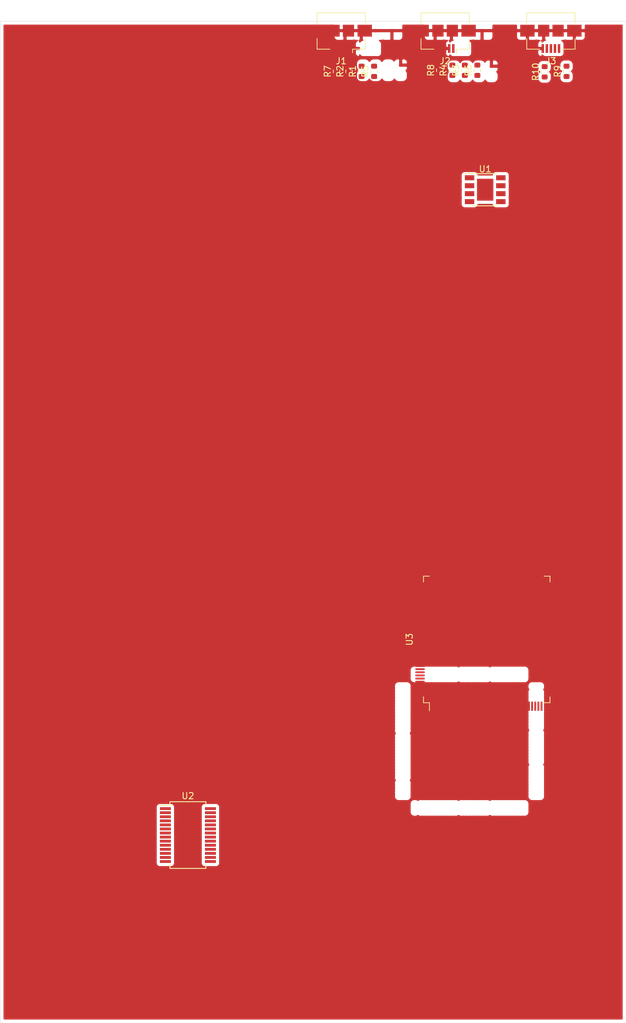
<source format=kicad_pcb>
(kicad_pcb (version 20171130) (host pcbnew 5.1.7-1.fc32)

  (general
    (thickness 1.6)
    (drawings 4)
    (tracks 0)
    (zones 0)
    (modules 16)
    (nets 174)
  )

  (page A4)
  (layers
    (0 F.Cu signal)
    (31 B.Cu signal)
    (32 B.Adhes user)
    (33 F.Adhes user)
    (34 B.Paste user)
    (35 F.Paste user)
    (36 B.SilkS user)
    (37 F.SilkS user)
    (38 B.Mask user)
    (39 F.Mask user)
    (40 Dwgs.User user)
    (41 Cmts.User user)
    (42 Eco1.User user)
    (43 Eco2.User user)
    (44 Edge.Cuts user)
    (45 Margin user)
    (46 B.CrtYd user)
    (47 F.CrtYd user)
    (48 B.Fab user)
    (49 F.Fab user)
  )

  (setup
    (last_trace_width 0.25)
    (trace_clearance 0.2)
    (zone_clearance 0.508)
    (zone_45_only no)
    (trace_min 0.2)
    (via_size 0.8)
    (via_drill 0.4)
    (via_min_size 0.4)
    (via_min_drill 0.3)
    (uvia_size 0.3)
    (uvia_drill 0.1)
    (uvias_allowed no)
    (uvia_min_size 0.2)
    (uvia_min_drill 0.1)
    (edge_width 0.05)
    (segment_width 0.2)
    (pcb_text_width 0.3)
    (pcb_text_size 1.5 1.5)
    (mod_edge_width 0.12)
    (mod_text_size 1 1)
    (mod_text_width 0.15)
    (pad_size 1.524 1.524)
    (pad_drill 0.762)
    (pad_to_mask_clearance 0)
    (aux_axis_origin 0 0)
    (visible_elements FFFFFF7F)
    (pcbplotparams
      (layerselection 0x010fc_ffffffff)
      (usegerberextensions false)
      (usegerberattributes true)
      (usegerberadvancedattributes true)
      (creategerberjobfile true)
      (excludeedgelayer true)
      (linewidth 0.100000)
      (plotframeref false)
      (viasonmask false)
      (mode 1)
      (useauxorigin false)
      (hpglpennumber 1)
      (hpglpenspeed 20)
      (hpglpendiameter 15.000000)
      (psnegative false)
      (psa4output false)
      (plotreference true)
      (plotvalue true)
      (plotinvisibletext false)
      (padsonsilk false)
      (subtractmaskfromsilk false)
      (outputformat 1)
      (mirror false)
      (drillshape 1)
      (scaleselection 1)
      (outputdirectory ""))
  )

  (net 0 "")
  (net 1 "Net-(J1-Pad1)")
  (net 2 "Net-(J1-Pad2)")
  (net 3 "Net-(J1-Pad3)")
  (net 4 "Net-(J1-Pad4)")
  (net 5 GND)
  (net 6 "Net-(J2-Pad1)")
  (net 7 "Net-(J2-Pad2)")
  (net 8 "Net-(J2-Pad3)")
  (net 9 "Net-(J2-Pad4)")
  (net 10 "Net-(J3-Pad1)")
  (net 11 "Net-(J3-Pad2)")
  (net 12 "Net-(J3-Pad3)")
  (net 13 "Net-(J3-Pad4)")
  (net 14 /Processor/USB1_DETECT)
  (net 15 /Processor/USB1_DM)
  (net 16 /Processor/USB2_DETECT)
  (net 17 /Processor/USB2_DM)
  (net 18 /Processor/USB1_DP)
  (net 19 /Processor/USB2_DP)
  (net 20 /Bluetooth/USB3_DM)
  (net 21 /Bluetooth/USB3_DP)
  (net 22 "Net-(U1-Pad9)")
  (net 23 "Net-(U1-Pad8)")
  (net 24 "Net-(U1-Pad7)")
  (net 25 "Net-(U1-Pad6)")
  (net 26 "Net-(U1-Pad5)")
  (net 27 "Net-(U1-Pad4)")
  (net 28 "Net-(U1-Pad3)")
  (net 29 "Net-(U1-Pad2)")
  (net 30 "Net-(U1-Pad1)")
  (net 31 "Net-(U2-Pad28)")
  (net 32 "Net-(U2-Pad27)")
  (net 33 "Net-(U2-Pad26)")
  (net 34 "Net-(U2-Pad25)")
  (net 35 "Net-(U2-Pad24)")
  (net 36 "Net-(U2-Pad23)")
  (net 37 "Net-(U2-Pad22)")
  (net 38 "Net-(U2-Pad21)")
  (net 39 "Net-(U2-Pad20)")
  (net 40 "Net-(U2-Pad19)")
  (net 41 "Net-(U2-Pad18)")
  (net 42 "Net-(U2-Pad17)")
  (net 43 "Net-(U2-Pad16)")
  (net 44 "Net-(U2-Pad15)")
  (net 45 "Net-(U2-Pad14)")
  (net 46 "Net-(U2-Pad13)")
  (net 47 "Net-(U2-Pad12)")
  (net 48 "Net-(U2-Pad11)")
  (net 49 "Net-(U2-Pad10)")
  (net 50 "Net-(U2-Pad9)")
  (net 51 "Net-(U2-Pad8)")
  (net 52 "Net-(U2-Pad7)")
  (net 53 "Net-(U2-Pad6)")
  (net 54 "Net-(U2-Pad5)")
  (net 55 "Net-(U2-Pad4)")
  (net 56 "Net-(U2-Pad3)")
  (net 57 "Net-(U2-Pad2)")
  (net 58 "Net-(U2-Pad1)")
  (net 59 +3V3)
  (net 60 "Net-(U3-Pad143)")
  (net 61 "Net-(U3-Pad142)")
  (net 62 "Net-(U3-Pad141)")
  (net 63 /Processor/AMP_I2S_WS)
  (net 64 "Net-(U3-Pad139)")
  (net 65 "Net-(U3-Pad138)")
  (net 66 /Processor/AMP_I2C_SDA)
  (net 67 /Processor/AMP_I2C_SCL)
  (net 68 /Processor/BT_I2S_SDO)
  (net 69 /Processor/BT_I2S_SDI)
  (net 70 /Processor/BT_I2S_CK)
  (net 71 "Net-(U3-Pad132)")
  (net 72 "Net-(U3-Pad129)")
  (net 73 "Net-(U3-Pad128)")
  (net 74 "Net-(U3-Pad127)")
  (net 75 "Net-(U3-Pad126)")
  (net 76 "Net-(U3-Pad125)")
  (net 77 "Net-(U3-Pad124)")
  (net 78 "Net-(U3-Pad123)")
  (net 79 "Net-(U3-Pad122)")
  (net 80 "Net-(U3-Pad119)")
  (net 81 "Net-(U3-Pad118)")
  (net 82 "Net-(U3-Pad117)")
  (net 83 "Net-(U3-Pad116)")
  (net 84 "Net-(U3-Pad115)")
  (net 85 "Net-(U3-Pad114)")
  (net 86 "Net-(U3-Pad113)")
  (net 87 "Net-(U3-Pad112)")
  (net 88 "Net-(U3-Pad111)")
  (net 89 /Processor/BT_I2S_WS)
  (net 90 "Net-(U3-Pad109)")
  (net 91 "Net-(U3-Pad106)")
  (net 92 "Net-(U3-Pad105)")
  (net 93 "Net-(U3-Pad101)")
  (net 94 "Net-(U3-Pad100)")
  (net 95 "Net-(U3-Pad99)")
  (net 96 "Net-(U3-Pad98)")
  (net 97 /Processor/BT_I2S_MCK)
  (net 98 /Processor/AMP_I2S_MCK)
  (net 99 "Net-(U3-Pad93)")
  (net 100 "Net-(U3-Pad92)")
  (net 101 "Net-(U3-Pad91)")
  (net 102 "Net-(U3-Pad90)")
  (net 103 "Net-(U3-Pad89)")
  (net 104 "Net-(U3-Pad88)")
  (net 105 "Net-(U3-Pad87)")
  (net 106 "Net-(U3-Pad86)")
  (net 107 "Net-(U3-Pad85)")
  (net 108 "Net-(U3-Pad82)")
  (net 109 "Net-(U3-Pad81)")
  (net 110 "Net-(U3-Pad80)")
  (net 111 "Net-(U3-Pad79)")
  (net 112 "Net-(U3-Pad78)")
  (net 113 "Net-(U3-Pad77)")
  (net 114 "Net-(U3-Pad73)")
  (net 115 "Net-(U3-Pad71)")
  (net 116 "Net-(U3-Pad70)")
  (net 117 /Processor/AMP_I2S_CK)
  (net 118 "Net-(U3-Pad68)")
  (net 119 "Net-(U3-Pad67)")
  (net 120 "Net-(U3-Pad66)")
  (net 121 "Net-(U3-Pad65)")
  (net 122 "Net-(U3-Pad64)")
  (net 123 "Net-(U3-Pad63)")
  (net 124 "Net-(U3-Pad60)")
  (net 125 "Net-(U3-Pad59)")
  (net 126 "Net-(U3-Pad58)")
  (net 127 "Net-(U3-Pad57)")
  (net 128 "Net-(U3-Pad56)")
  (net 129 "Net-(U3-Pad55)")
  (net 130 "Net-(U3-Pad54)")
  (net 131 "Net-(U3-Pad53)")
  (net 132 "Net-(U3-Pad50)")
  (net 133 "Net-(U3-Pad49)")
  (net 134 "Net-(U3-Pad48)")
  (net 135 "Net-(U3-Pad47)")
  (net 136 "Net-(U3-Pad46)")
  (net 137 "Net-(U3-Pad45)")
  (net 138 "Net-(U3-Pad44)")
  (net 139 "Net-(U3-Pad43)")
  (net 140 "Net-(U3-Pad42)")
  (net 141 "Net-(U3-Pad41)")
  (net 142 "Net-(U3-Pad40)")
  (net 143 "Net-(U3-Pad37)")
  (net 144 "Net-(U3-Pad36)")
  (net 145 "Net-(U3-Pad35)")
  (net 146 "Net-(U3-Pad34)")
  (net 147 "Net-(U3-Pad32)")
  (net 148 /Processor/AMP_I2S_SDO)
  (net 149 /Processor/AMP_I2S_SDI)
  (net 150 "Net-(U3-Pad27)")
  (net 151 "Net-(U3-Pad26)")
  (net 152 "Net-(U3-Pad25)")
  (net 153 "Net-(U3-Pad24)")
  (net 154 "Net-(U3-Pad23)")
  (net 155 "Net-(U3-Pad22)")
  (net 156 "Net-(U3-Pad21)")
  (net 157 "Net-(U3-Pad20)")
  (net 158 "Net-(U3-Pad19)")
  (net 159 "Net-(U3-Pad18)")
  (net 160 "Net-(U3-Pad15)")
  (net 161 "Net-(U3-Pad14)")
  (net 162 "Net-(U3-Pad13)")
  (net 163 "Net-(U3-Pad12)")
  (net 164 /Processor/BT_I2C_SCL)
  (net 165 /Processor/BT_I2C_SDA)
  (net 166 "Net-(U3-Pad9)")
  (net 167 "Net-(U3-Pad8)")
  (net 168 "Net-(U3-Pad7)")
  (net 169 "Net-(U3-Pad5)")
  (net 170 "Net-(U3-Pad4)")
  (net 171 "Net-(U3-Pad3)")
  (net 172 "Net-(U3-Pad2)")
  (net 173 "Net-(U3-Pad1)")

  (net_class Default "This is the default net class."
    (clearance 0.2)
    (trace_width 0.25)
    (via_dia 0.8)
    (via_drill 0.4)
    (uvia_dia 0.3)
    (uvia_drill 0.1)
    (add_net +3V3)
    (add_net /Bluetooth/USB3_DM)
    (add_net /Bluetooth/USB3_DP)
    (add_net /Processor/AMP_I2C_SCL)
    (add_net /Processor/AMP_I2C_SDA)
    (add_net /Processor/AMP_I2S_CK)
    (add_net /Processor/AMP_I2S_MCK)
    (add_net /Processor/AMP_I2S_SDI)
    (add_net /Processor/AMP_I2S_SDO)
    (add_net /Processor/AMP_I2S_WS)
    (add_net /Processor/BT_I2C_SCL)
    (add_net /Processor/BT_I2C_SDA)
    (add_net /Processor/BT_I2S_CK)
    (add_net /Processor/BT_I2S_MCK)
    (add_net /Processor/BT_I2S_SDI)
    (add_net /Processor/BT_I2S_SDO)
    (add_net /Processor/BT_I2S_WS)
    (add_net /Processor/USB1_DETECT)
    (add_net /Processor/USB1_DM)
    (add_net /Processor/USB1_DP)
    (add_net /Processor/USB2_DETECT)
    (add_net /Processor/USB2_DM)
    (add_net /Processor/USB2_DP)
    (add_net GND)
    (add_net "Net-(J1-Pad1)")
    (add_net "Net-(J1-Pad2)")
    (add_net "Net-(J1-Pad3)")
    (add_net "Net-(J1-Pad4)")
    (add_net "Net-(J2-Pad1)")
    (add_net "Net-(J2-Pad2)")
    (add_net "Net-(J2-Pad3)")
    (add_net "Net-(J2-Pad4)")
    (add_net "Net-(J3-Pad1)")
    (add_net "Net-(J3-Pad2)")
    (add_net "Net-(J3-Pad3)")
    (add_net "Net-(J3-Pad4)")
    (add_net "Net-(U1-Pad1)")
    (add_net "Net-(U1-Pad2)")
    (add_net "Net-(U1-Pad3)")
    (add_net "Net-(U1-Pad4)")
    (add_net "Net-(U1-Pad5)")
    (add_net "Net-(U1-Pad6)")
    (add_net "Net-(U1-Pad7)")
    (add_net "Net-(U1-Pad8)")
    (add_net "Net-(U1-Pad9)")
    (add_net "Net-(U2-Pad1)")
    (add_net "Net-(U2-Pad10)")
    (add_net "Net-(U2-Pad11)")
    (add_net "Net-(U2-Pad12)")
    (add_net "Net-(U2-Pad13)")
    (add_net "Net-(U2-Pad14)")
    (add_net "Net-(U2-Pad15)")
    (add_net "Net-(U2-Pad16)")
    (add_net "Net-(U2-Pad17)")
    (add_net "Net-(U2-Pad18)")
    (add_net "Net-(U2-Pad19)")
    (add_net "Net-(U2-Pad2)")
    (add_net "Net-(U2-Pad20)")
    (add_net "Net-(U2-Pad21)")
    (add_net "Net-(U2-Pad22)")
    (add_net "Net-(U2-Pad23)")
    (add_net "Net-(U2-Pad24)")
    (add_net "Net-(U2-Pad25)")
    (add_net "Net-(U2-Pad26)")
    (add_net "Net-(U2-Pad27)")
    (add_net "Net-(U2-Pad28)")
    (add_net "Net-(U2-Pad3)")
    (add_net "Net-(U2-Pad4)")
    (add_net "Net-(U2-Pad5)")
    (add_net "Net-(U2-Pad6)")
    (add_net "Net-(U2-Pad7)")
    (add_net "Net-(U2-Pad8)")
    (add_net "Net-(U2-Pad9)")
    (add_net "Net-(U3-Pad1)")
    (add_net "Net-(U3-Pad100)")
    (add_net "Net-(U3-Pad101)")
    (add_net "Net-(U3-Pad105)")
    (add_net "Net-(U3-Pad106)")
    (add_net "Net-(U3-Pad109)")
    (add_net "Net-(U3-Pad111)")
    (add_net "Net-(U3-Pad112)")
    (add_net "Net-(U3-Pad113)")
    (add_net "Net-(U3-Pad114)")
    (add_net "Net-(U3-Pad115)")
    (add_net "Net-(U3-Pad116)")
    (add_net "Net-(U3-Pad117)")
    (add_net "Net-(U3-Pad118)")
    (add_net "Net-(U3-Pad119)")
    (add_net "Net-(U3-Pad12)")
    (add_net "Net-(U3-Pad122)")
    (add_net "Net-(U3-Pad123)")
    (add_net "Net-(U3-Pad124)")
    (add_net "Net-(U3-Pad125)")
    (add_net "Net-(U3-Pad126)")
    (add_net "Net-(U3-Pad127)")
    (add_net "Net-(U3-Pad128)")
    (add_net "Net-(U3-Pad129)")
    (add_net "Net-(U3-Pad13)")
    (add_net "Net-(U3-Pad132)")
    (add_net "Net-(U3-Pad138)")
    (add_net "Net-(U3-Pad139)")
    (add_net "Net-(U3-Pad14)")
    (add_net "Net-(U3-Pad141)")
    (add_net "Net-(U3-Pad142)")
    (add_net "Net-(U3-Pad143)")
    (add_net "Net-(U3-Pad15)")
    (add_net "Net-(U3-Pad18)")
    (add_net "Net-(U3-Pad19)")
    (add_net "Net-(U3-Pad2)")
    (add_net "Net-(U3-Pad20)")
    (add_net "Net-(U3-Pad21)")
    (add_net "Net-(U3-Pad22)")
    (add_net "Net-(U3-Pad23)")
    (add_net "Net-(U3-Pad24)")
    (add_net "Net-(U3-Pad25)")
    (add_net "Net-(U3-Pad26)")
    (add_net "Net-(U3-Pad27)")
    (add_net "Net-(U3-Pad3)")
    (add_net "Net-(U3-Pad32)")
    (add_net "Net-(U3-Pad34)")
    (add_net "Net-(U3-Pad35)")
    (add_net "Net-(U3-Pad36)")
    (add_net "Net-(U3-Pad37)")
    (add_net "Net-(U3-Pad4)")
    (add_net "Net-(U3-Pad40)")
    (add_net "Net-(U3-Pad41)")
    (add_net "Net-(U3-Pad42)")
    (add_net "Net-(U3-Pad43)")
    (add_net "Net-(U3-Pad44)")
    (add_net "Net-(U3-Pad45)")
    (add_net "Net-(U3-Pad46)")
    (add_net "Net-(U3-Pad47)")
    (add_net "Net-(U3-Pad48)")
    (add_net "Net-(U3-Pad49)")
    (add_net "Net-(U3-Pad5)")
    (add_net "Net-(U3-Pad50)")
    (add_net "Net-(U3-Pad53)")
    (add_net "Net-(U3-Pad54)")
    (add_net "Net-(U3-Pad55)")
    (add_net "Net-(U3-Pad56)")
    (add_net "Net-(U3-Pad57)")
    (add_net "Net-(U3-Pad58)")
    (add_net "Net-(U3-Pad59)")
    (add_net "Net-(U3-Pad60)")
    (add_net "Net-(U3-Pad63)")
    (add_net "Net-(U3-Pad64)")
    (add_net "Net-(U3-Pad65)")
    (add_net "Net-(U3-Pad66)")
    (add_net "Net-(U3-Pad67)")
    (add_net "Net-(U3-Pad68)")
    (add_net "Net-(U3-Pad7)")
    (add_net "Net-(U3-Pad70)")
    (add_net "Net-(U3-Pad71)")
    (add_net "Net-(U3-Pad73)")
    (add_net "Net-(U3-Pad77)")
    (add_net "Net-(U3-Pad78)")
    (add_net "Net-(U3-Pad79)")
    (add_net "Net-(U3-Pad8)")
    (add_net "Net-(U3-Pad80)")
    (add_net "Net-(U3-Pad81)")
    (add_net "Net-(U3-Pad82)")
    (add_net "Net-(U3-Pad85)")
    (add_net "Net-(U3-Pad86)")
    (add_net "Net-(U3-Pad87)")
    (add_net "Net-(U3-Pad88)")
    (add_net "Net-(U3-Pad89)")
    (add_net "Net-(U3-Pad9)")
    (add_net "Net-(U3-Pad90)")
    (add_net "Net-(U3-Pad91)")
    (add_net "Net-(U3-Pad92)")
    (add_net "Net-(U3-Pad93)")
    (add_net "Net-(U3-Pad98)")
    (add_net "Net-(U3-Pad99)")
  )

  (module Package_QFP:LQFP-144_20x20mm_P0.5mm (layer F.Cu) (tedit 5D9F72B0) (tstamp 5FA6D101)
    (at 147.75 148.75 90)
    (descr "LQFP, 144 Pin (http://ww1.microchip.com/downloads/en/PackagingSpec/00000049BQ.pdf#page=425), generated with kicad-footprint-generator ipc_gullwing_generator.py")
    (tags "LQFP QFP")
    (path /5FA5BD7A/5FA5E618)
    (attr smd)
    (fp_text reference U3 (at 0 -12.35 90) (layer F.SilkS)
      (effects (font (size 1 1) (thickness 0.15)))
    )
    (fp_text value STM32F429ZITx (at 0 12.35 90) (layer F.Fab)
      (effects (font (size 1 1) (thickness 0.15)))
    )
    (fp_text user %R (at 0 0 90) (layer F.Fab)
      (effects (font (size 1 1) (thickness 0.15)))
    )
    (fp_line (start 9.16 10.11) (end 10.11 10.11) (layer F.SilkS) (width 0.12))
    (fp_line (start 10.11 10.11) (end 10.11 9.16) (layer F.SilkS) (width 0.12))
    (fp_line (start -9.16 10.11) (end -10.11 10.11) (layer F.SilkS) (width 0.12))
    (fp_line (start -10.11 10.11) (end -10.11 9.16) (layer F.SilkS) (width 0.12))
    (fp_line (start 9.16 -10.11) (end 10.11 -10.11) (layer F.SilkS) (width 0.12))
    (fp_line (start 10.11 -10.11) (end 10.11 -9.16) (layer F.SilkS) (width 0.12))
    (fp_line (start -9.16 -10.11) (end -10.11 -10.11) (layer F.SilkS) (width 0.12))
    (fp_line (start -10.11 -10.11) (end -10.11 -9.16) (layer F.SilkS) (width 0.12))
    (fp_line (start -10.11 -9.16) (end -11.4 -9.16) (layer F.SilkS) (width 0.12))
    (fp_line (start -9 -10) (end 10 -10) (layer F.Fab) (width 0.1))
    (fp_line (start 10 -10) (end 10 10) (layer F.Fab) (width 0.1))
    (fp_line (start 10 10) (end -10 10) (layer F.Fab) (width 0.1))
    (fp_line (start -10 10) (end -10 -9) (layer F.Fab) (width 0.1))
    (fp_line (start -10 -9) (end -9 -10) (layer F.Fab) (width 0.1))
    (fp_line (start 0 -11.65) (end -9.15 -11.65) (layer F.CrtYd) (width 0.05))
    (fp_line (start -9.15 -11.65) (end -9.15 -10.25) (layer F.CrtYd) (width 0.05))
    (fp_line (start -9.15 -10.25) (end -10.25 -10.25) (layer F.CrtYd) (width 0.05))
    (fp_line (start -10.25 -10.25) (end -10.25 -9.15) (layer F.CrtYd) (width 0.05))
    (fp_line (start -10.25 -9.15) (end -11.65 -9.15) (layer F.CrtYd) (width 0.05))
    (fp_line (start -11.65 -9.15) (end -11.65 0) (layer F.CrtYd) (width 0.05))
    (fp_line (start 0 -11.65) (end 9.15 -11.65) (layer F.CrtYd) (width 0.05))
    (fp_line (start 9.15 -11.65) (end 9.15 -10.25) (layer F.CrtYd) (width 0.05))
    (fp_line (start 9.15 -10.25) (end 10.25 -10.25) (layer F.CrtYd) (width 0.05))
    (fp_line (start 10.25 -10.25) (end 10.25 -9.15) (layer F.CrtYd) (width 0.05))
    (fp_line (start 10.25 -9.15) (end 11.65 -9.15) (layer F.CrtYd) (width 0.05))
    (fp_line (start 11.65 -9.15) (end 11.65 0) (layer F.CrtYd) (width 0.05))
    (fp_line (start 0 11.65) (end -9.15 11.65) (layer F.CrtYd) (width 0.05))
    (fp_line (start -9.15 11.65) (end -9.15 10.25) (layer F.CrtYd) (width 0.05))
    (fp_line (start -9.15 10.25) (end -10.25 10.25) (layer F.CrtYd) (width 0.05))
    (fp_line (start -10.25 10.25) (end -10.25 9.15) (layer F.CrtYd) (width 0.05))
    (fp_line (start -10.25 9.15) (end -11.65 9.15) (layer F.CrtYd) (width 0.05))
    (fp_line (start -11.65 9.15) (end -11.65 0) (layer F.CrtYd) (width 0.05))
    (fp_line (start 0 11.65) (end 9.15 11.65) (layer F.CrtYd) (width 0.05))
    (fp_line (start 9.15 11.65) (end 9.15 10.25) (layer F.CrtYd) (width 0.05))
    (fp_line (start 9.15 10.25) (end 10.25 10.25) (layer F.CrtYd) (width 0.05))
    (fp_line (start 10.25 10.25) (end 10.25 9.15) (layer F.CrtYd) (width 0.05))
    (fp_line (start 10.25 9.15) (end 11.65 9.15) (layer F.CrtYd) (width 0.05))
    (fp_line (start 11.65 9.15) (end 11.65 0) (layer F.CrtYd) (width 0.05))
    (pad 144 smd roundrect (at -8.75 -10.6625 90) (size 0.3 1.475) (layers F.Cu F.Paste F.Mask) (roundrect_rratio 0.25)
      (net 59 +3V3))
    (pad 143 smd roundrect (at -8.25 -10.6625 90) (size 0.3 1.475) (layers F.Cu F.Paste F.Mask) (roundrect_rratio 0.25)
      (net 60 "Net-(U3-Pad143)"))
    (pad 142 smd roundrect (at -7.75 -10.6625 90) (size 0.3 1.475) (layers F.Cu F.Paste F.Mask) (roundrect_rratio 0.25)
      (net 61 "Net-(U3-Pad142)"))
    (pad 141 smd roundrect (at -7.25 -10.6625 90) (size 0.3 1.475) (layers F.Cu F.Paste F.Mask) (roundrect_rratio 0.25)
      (net 62 "Net-(U3-Pad141)"))
    (pad 140 smd roundrect (at -6.75 -10.6625 90) (size 0.3 1.475) (layers F.Cu F.Paste F.Mask) (roundrect_rratio 0.25)
      (net 63 /Processor/AMP_I2S_WS))
    (pad 139 smd roundrect (at -6.25 -10.6625 90) (size 0.3 1.475) (layers F.Cu F.Paste F.Mask) (roundrect_rratio 0.25)
      (net 64 "Net-(U3-Pad139)"))
    (pad 138 smd roundrect (at -5.75 -10.6625 90) (size 0.3 1.475) (layers F.Cu F.Paste F.Mask) (roundrect_rratio 0.25)
      (net 65 "Net-(U3-Pad138)"))
    (pad 137 smd roundrect (at -5.25 -10.6625 90) (size 0.3 1.475) (layers F.Cu F.Paste F.Mask) (roundrect_rratio 0.25)
      (net 66 /Processor/AMP_I2C_SDA))
    (pad 136 smd roundrect (at -4.75 -10.6625 90) (size 0.3 1.475) (layers F.Cu F.Paste F.Mask) (roundrect_rratio 0.25)
      (net 67 /Processor/AMP_I2C_SCL))
    (pad 135 smd roundrect (at -4.25 -10.6625 90) (size 0.3 1.475) (layers F.Cu F.Paste F.Mask) (roundrect_rratio 0.25)
      (net 68 /Processor/BT_I2S_SDO))
    (pad 134 smd roundrect (at -3.75 -10.6625 90) (size 0.3 1.475) (layers F.Cu F.Paste F.Mask) (roundrect_rratio 0.25)
      (net 69 /Processor/BT_I2S_SDI))
    (pad 133 smd roundrect (at -3.25 -10.6625 90) (size 0.3 1.475) (layers F.Cu F.Paste F.Mask) (roundrect_rratio 0.25)
      (net 70 /Processor/BT_I2S_CK))
    (pad 132 smd roundrect (at -2.75 -10.6625 90) (size 0.3 1.475) (layers F.Cu F.Paste F.Mask) (roundrect_rratio 0.25)
      (net 71 "Net-(U3-Pad132)"))
    (pad 131 smd roundrect (at -2.25 -10.6625 90) (size 0.3 1.475) (layers F.Cu F.Paste F.Mask) (roundrect_rratio 0.25)
      (net 59 +3V3))
    (pad 130 smd roundrect (at -1.75 -10.6625 90) (size 0.3 1.475) (layers F.Cu F.Paste F.Mask) (roundrect_rratio 0.25)
      (net 5 GND))
    (pad 129 smd roundrect (at -1.25 -10.6625 90) (size 0.3 1.475) (layers F.Cu F.Paste F.Mask) (roundrect_rratio 0.25)
      (net 72 "Net-(U3-Pad129)"))
    (pad 128 smd roundrect (at -0.75 -10.6625 90) (size 0.3 1.475) (layers F.Cu F.Paste F.Mask) (roundrect_rratio 0.25)
      (net 73 "Net-(U3-Pad128)"))
    (pad 127 smd roundrect (at -0.25 -10.6625 90) (size 0.3 1.475) (layers F.Cu F.Paste F.Mask) (roundrect_rratio 0.25)
      (net 74 "Net-(U3-Pad127)"))
    (pad 126 smd roundrect (at 0.25 -10.6625 90) (size 0.3 1.475) (layers F.Cu F.Paste F.Mask) (roundrect_rratio 0.25)
      (net 75 "Net-(U3-Pad126)"))
    (pad 125 smd roundrect (at 0.75 -10.6625 90) (size 0.3 1.475) (layers F.Cu F.Paste F.Mask) (roundrect_rratio 0.25)
      (net 76 "Net-(U3-Pad125)"))
    (pad 124 smd roundrect (at 1.25 -10.6625 90) (size 0.3 1.475) (layers F.Cu F.Paste F.Mask) (roundrect_rratio 0.25)
      (net 77 "Net-(U3-Pad124)"))
    (pad 123 smd roundrect (at 1.75 -10.6625 90) (size 0.3 1.475) (layers F.Cu F.Paste F.Mask) (roundrect_rratio 0.25)
      (net 78 "Net-(U3-Pad123)"))
    (pad 122 smd roundrect (at 2.25 -10.6625 90) (size 0.3 1.475) (layers F.Cu F.Paste F.Mask) (roundrect_rratio 0.25)
      (net 79 "Net-(U3-Pad122)"))
    (pad 121 smd roundrect (at 2.75 -10.6625 90) (size 0.3 1.475) (layers F.Cu F.Paste F.Mask) (roundrect_rratio 0.25)
      (net 59 +3V3))
    (pad 120 smd roundrect (at 3.25 -10.6625 90) (size 0.3 1.475) (layers F.Cu F.Paste F.Mask) (roundrect_rratio 0.25)
      (net 5 GND))
    (pad 119 smd roundrect (at 3.75 -10.6625 90) (size 0.3 1.475) (layers F.Cu F.Paste F.Mask) (roundrect_rratio 0.25)
      (net 80 "Net-(U3-Pad119)"))
    (pad 118 smd roundrect (at 4.25 -10.6625 90) (size 0.3 1.475) (layers F.Cu F.Paste F.Mask) (roundrect_rratio 0.25)
      (net 81 "Net-(U3-Pad118)"))
    (pad 117 smd roundrect (at 4.75 -10.6625 90) (size 0.3 1.475) (layers F.Cu F.Paste F.Mask) (roundrect_rratio 0.25)
      (net 82 "Net-(U3-Pad117)"))
    (pad 116 smd roundrect (at 5.25 -10.6625 90) (size 0.3 1.475) (layers F.Cu F.Paste F.Mask) (roundrect_rratio 0.25)
      (net 83 "Net-(U3-Pad116)"))
    (pad 115 smd roundrect (at 5.75 -10.6625 90) (size 0.3 1.475) (layers F.Cu F.Paste F.Mask) (roundrect_rratio 0.25)
      (net 84 "Net-(U3-Pad115)"))
    (pad 114 smd roundrect (at 6.25 -10.6625 90) (size 0.3 1.475) (layers F.Cu F.Paste F.Mask) (roundrect_rratio 0.25)
      (net 85 "Net-(U3-Pad114)"))
    (pad 113 smd roundrect (at 6.75 -10.6625 90) (size 0.3 1.475) (layers F.Cu F.Paste F.Mask) (roundrect_rratio 0.25)
      (net 86 "Net-(U3-Pad113)"))
    (pad 112 smd roundrect (at 7.25 -10.6625 90) (size 0.3 1.475) (layers F.Cu F.Paste F.Mask) (roundrect_rratio 0.25)
      (net 87 "Net-(U3-Pad112)"))
    (pad 111 smd roundrect (at 7.75 -10.6625 90) (size 0.3 1.475) (layers F.Cu F.Paste F.Mask) (roundrect_rratio 0.25)
      (net 88 "Net-(U3-Pad111)"))
    (pad 110 smd roundrect (at 8.25 -10.6625 90) (size 0.3 1.475) (layers F.Cu F.Paste F.Mask) (roundrect_rratio 0.25)
      (net 89 /Processor/BT_I2S_WS))
    (pad 109 smd roundrect (at 8.75 -10.6625 90) (size 0.3 1.475) (layers F.Cu F.Paste F.Mask) (roundrect_rratio 0.25)
      (net 90 "Net-(U3-Pad109)"))
    (pad 108 smd roundrect (at 10.6625 -8.75 90) (size 1.475 0.3) (layers F.Cu F.Paste F.Mask) (roundrect_rratio 0.25)
      (net 59 +3V3))
    (pad 107 smd roundrect (at 10.6625 -8.25 90) (size 1.475 0.3) (layers F.Cu F.Paste F.Mask) (roundrect_rratio 0.25)
      (net 5 GND))
    (pad 106 smd roundrect (at 10.6625 -7.75 90) (size 1.475 0.3) (layers F.Cu F.Paste F.Mask) (roundrect_rratio 0.25)
      (net 91 "Net-(U3-Pad106)"))
    (pad 105 smd roundrect (at 10.6625 -7.25 90) (size 1.475 0.3) (layers F.Cu F.Paste F.Mask) (roundrect_rratio 0.25)
      (net 92 "Net-(U3-Pad105)"))
    (pad 104 smd roundrect (at 10.6625 -6.75 90) (size 1.475 0.3) (layers F.Cu F.Paste F.Mask) (roundrect_rratio 0.25)
      (net 18 /Processor/USB1_DP))
    (pad 103 smd roundrect (at 10.6625 -6.25 90) (size 1.475 0.3) (layers F.Cu F.Paste F.Mask) (roundrect_rratio 0.25)
      (net 15 /Processor/USB1_DM))
    (pad 102 smd roundrect (at 10.6625 -5.75 90) (size 1.475 0.3) (layers F.Cu F.Paste F.Mask) (roundrect_rratio 0.25)
      (net 14 /Processor/USB1_DETECT))
    (pad 101 smd roundrect (at 10.6625 -5.25 90) (size 1.475 0.3) (layers F.Cu F.Paste F.Mask) (roundrect_rratio 0.25)
      (net 93 "Net-(U3-Pad101)"))
    (pad 100 smd roundrect (at 10.6625 -4.75 90) (size 1.475 0.3) (layers F.Cu F.Paste F.Mask) (roundrect_rratio 0.25)
      (net 94 "Net-(U3-Pad100)"))
    (pad 99 smd roundrect (at 10.6625 -4.25 90) (size 1.475 0.3) (layers F.Cu F.Paste F.Mask) (roundrect_rratio 0.25)
      (net 95 "Net-(U3-Pad99)"))
    (pad 98 smd roundrect (at 10.6625 -3.75 90) (size 1.475 0.3) (layers F.Cu F.Paste F.Mask) (roundrect_rratio 0.25)
      (net 96 "Net-(U3-Pad98)"))
    (pad 97 smd roundrect (at 10.6625 -3.25 90) (size 1.475 0.3) (layers F.Cu F.Paste F.Mask) (roundrect_rratio 0.25)
      (net 97 /Processor/BT_I2S_MCK))
    (pad 96 smd roundrect (at 10.6625 -2.75 90) (size 1.475 0.3) (layers F.Cu F.Paste F.Mask) (roundrect_rratio 0.25)
      (net 98 /Processor/AMP_I2S_MCK))
    (pad 95 smd roundrect (at 10.6625 -2.25 90) (size 1.475 0.3) (layers F.Cu F.Paste F.Mask) (roundrect_rratio 0.25)
      (net 59 +3V3))
    (pad 94 smd roundrect (at 10.6625 -1.75 90) (size 1.475 0.3) (layers F.Cu F.Paste F.Mask) (roundrect_rratio 0.25)
      (net 5 GND))
    (pad 93 smd roundrect (at 10.6625 -1.25 90) (size 1.475 0.3) (layers F.Cu F.Paste F.Mask) (roundrect_rratio 0.25)
      (net 99 "Net-(U3-Pad93)"))
    (pad 92 smd roundrect (at 10.6625 -0.75 90) (size 1.475 0.3) (layers F.Cu F.Paste F.Mask) (roundrect_rratio 0.25)
      (net 100 "Net-(U3-Pad92)"))
    (pad 91 smd roundrect (at 10.6625 -0.25 90) (size 1.475 0.3) (layers F.Cu F.Paste F.Mask) (roundrect_rratio 0.25)
      (net 101 "Net-(U3-Pad91)"))
    (pad 90 smd roundrect (at 10.6625 0.25 90) (size 1.475 0.3) (layers F.Cu F.Paste F.Mask) (roundrect_rratio 0.25)
      (net 102 "Net-(U3-Pad90)"))
    (pad 89 smd roundrect (at 10.6625 0.75 90) (size 1.475 0.3) (layers F.Cu F.Paste F.Mask) (roundrect_rratio 0.25)
      (net 103 "Net-(U3-Pad89)"))
    (pad 88 smd roundrect (at 10.6625 1.25 90) (size 1.475 0.3) (layers F.Cu F.Paste F.Mask) (roundrect_rratio 0.25)
      (net 104 "Net-(U3-Pad88)"))
    (pad 87 smd roundrect (at 10.6625 1.75 90) (size 1.475 0.3) (layers F.Cu F.Paste F.Mask) (roundrect_rratio 0.25)
      (net 105 "Net-(U3-Pad87)"))
    (pad 86 smd roundrect (at 10.6625 2.25 90) (size 1.475 0.3) (layers F.Cu F.Paste F.Mask) (roundrect_rratio 0.25)
      (net 106 "Net-(U3-Pad86)"))
    (pad 85 smd roundrect (at 10.6625 2.75 90) (size 1.475 0.3) (layers F.Cu F.Paste F.Mask) (roundrect_rratio 0.25)
      (net 107 "Net-(U3-Pad85)"))
    (pad 84 smd roundrect (at 10.6625 3.25 90) (size 1.475 0.3) (layers F.Cu F.Paste F.Mask) (roundrect_rratio 0.25)
      (net 59 +3V3))
    (pad 83 smd roundrect (at 10.6625 3.75 90) (size 1.475 0.3) (layers F.Cu F.Paste F.Mask) (roundrect_rratio 0.25)
      (net 5 GND))
    (pad 82 smd roundrect (at 10.6625 4.25 90) (size 1.475 0.3) (layers F.Cu F.Paste F.Mask) (roundrect_rratio 0.25)
      (net 108 "Net-(U3-Pad82)"))
    (pad 81 smd roundrect (at 10.6625 4.75 90) (size 1.475 0.3) (layers F.Cu F.Paste F.Mask) (roundrect_rratio 0.25)
      (net 109 "Net-(U3-Pad81)"))
    (pad 80 smd roundrect (at 10.6625 5.25 90) (size 1.475 0.3) (layers F.Cu F.Paste F.Mask) (roundrect_rratio 0.25)
      (net 110 "Net-(U3-Pad80)"))
    (pad 79 smd roundrect (at 10.6625 5.75 90) (size 1.475 0.3) (layers F.Cu F.Paste F.Mask) (roundrect_rratio 0.25)
      (net 111 "Net-(U3-Pad79)"))
    (pad 78 smd roundrect (at 10.6625 6.25 90) (size 1.475 0.3) (layers F.Cu F.Paste F.Mask) (roundrect_rratio 0.25)
      (net 112 "Net-(U3-Pad78)"))
    (pad 77 smd roundrect (at 10.6625 6.75 90) (size 1.475 0.3) (layers F.Cu F.Paste F.Mask) (roundrect_rratio 0.25)
      (net 113 "Net-(U3-Pad77)"))
    (pad 76 smd roundrect (at 10.6625 7.25 90) (size 1.475 0.3) (layers F.Cu F.Paste F.Mask) (roundrect_rratio 0.25)
      (net 19 /Processor/USB2_DP))
    (pad 75 smd roundrect (at 10.6625 7.75 90) (size 1.475 0.3) (layers F.Cu F.Paste F.Mask) (roundrect_rratio 0.25)
      (net 17 /Processor/USB2_DM))
    (pad 74 smd roundrect (at 10.6625 8.25 90) (size 1.475 0.3) (layers F.Cu F.Paste F.Mask) (roundrect_rratio 0.25)
      (net 16 /Processor/USB2_DETECT))
    (pad 73 smd roundrect (at 10.6625 8.75 90) (size 1.475 0.3) (layers F.Cu F.Paste F.Mask) (roundrect_rratio 0.25)
      (net 114 "Net-(U3-Pad73)"))
    (pad 72 smd roundrect (at 8.75 10.6625 90) (size 0.3 1.475) (layers F.Cu F.Paste F.Mask) (roundrect_rratio 0.25)
      (net 59 +3V3))
    (pad 71 smd roundrect (at 8.25 10.6625 90) (size 0.3 1.475) (layers F.Cu F.Paste F.Mask) (roundrect_rratio 0.25)
      (net 115 "Net-(U3-Pad71)"))
    (pad 70 smd roundrect (at 7.75 10.6625 90) (size 0.3 1.475) (layers F.Cu F.Paste F.Mask) (roundrect_rratio 0.25)
      (net 116 "Net-(U3-Pad70)"))
    (pad 69 smd roundrect (at 7.25 10.6625 90) (size 0.3 1.475) (layers F.Cu F.Paste F.Mask) (roundrect_rratio 0.25)
      (net 117 /Processor/AMP_I2S_CK))
    (pad 68 smd roundrect (at 6.75 10.6625 90) (size 0.3 1.475) (layers F.Cu F.Paste F.Mask) (roundrect_rratio 0.25)
      (net 118 "Net-(U3-Pad68)"))
    (pad 67 smd roundrect (at 6.25 10.6625 90) (size 0.3 1.475) (layers F.Cu F.Paste F.Mask) (roundrect_rratio 0.25)
      (net 119 "Net-(U3-Pad67)"))
    (pad 66 smd roundrect (at 5.75 10.6625 90) (size 0.3 1.475) (layers F.Cu F.Paste F.Mask) (roundrect_rratio 0.25)
      (net 120 "Net-(U3-Pad66)"))
    (pad 65 smd roundrect (at 5.25 10.6625 90) (size 0.3 1.475) (layers F.Cu F.Paste F.Mask) (roundrect_rratio 0.25)
      (net 121 "Net-(U3-Pad65)"))
    (pad 64 smd roundrect (at 4.75 10.6625 90) (size 0.3 1.475) (layers F.Cu F.Paste F.Mask) (roundrect_rratio 0.25)
      (net 122 "Net-(U3-Pad64)"))
    (pad 63 smd roundrect (at 4.25 10.6625 90) (size 0.3 1.475) (layers F.Cu F.Paste F.Mask) (roundrect_rratio 0.25)
      (net 123 "Net-(U3-Pad63)"))
    (pad 62 smd roundrect (at 3.75 10.6625 90) (size 0.3 1.475) (layers F.Cu F.Paste F.Mask) (roundrect_rratio 0.25)
      (net 59 +3V3))
    (pad 61 smd roundrect (at 3.25 10.6625 90) (size 0.3 1.475) (layers F.Cu F.Paste F.Mask) (roundrect_rratio 0.25)
      (net 5 GND))
    (pad 60 smd roundrect (at 2.75 10.6625 90) (size 0.3 1.475) (layers F.Cu F.Paste F.Mask) (roundrect_rratio 0.25)
      (net 124 "Net-(U3-Pad60)"))
    (pad 59 smd roundrect (at 2.25 10.6625 90) (size 0.3 1.475) (layers F.Cu F.Paste F.Mask) (roundrect_rratio 0.25)
      (net 125 "Net-(U3-Pad59)"))
    (pad 58 smd roundrect (at 1.75 10.6625 90) (size 0.3 1.475) (layers F.Cu F.Paste F.Mask) (roundrect_rratio 0.25)
      (net 126 "Net-(U3-Pad58)"))
    (pad 57 smd roundrect (at 1.25 10.6625 90) (size 0.3 1.475) (layers F.Cu F.Paste F.Mask) (roundrect_rratio 0.25)
      (net 127 "Net-(U3-Pad57)"))
    (pad 56 smd roundrect (at 0.75 10.6625 90) (size 0.3 1.475) (layers F.Cu F.Paste F.Mask) (roundrect_rratio 0.25)
      (net 128 "Net-(U3-Pad56)"))
    (pad 55 smd roundrect (at 0.25 10.6625 90) (size 0.3 1.475) (layers F.Cu F.Paste F.Mask) (roundrect_rratio 0.25)
      (net 129 "Net-(U3-Pad55)"))
    (pad 54 smd roundrect (at -0.25 10.6625 90) (size 0.3 1.475) (layers F.Cu F.Paste F.Mask) (roundrect_rratio 0.25)
      (net 130 "Net-(U3-Pad54)"))
    (pad 53 smd roundrect (at -0.75 10.6625 90) (size 0.3 1.475) (layers F.Cu F.Paste F.Mask) (roundrect_rratio 0.25)
      (net 131 "Net-(U3-Pad53)"))
    (pad 52 smd roundrect (at -1.25 10.6625 90) (size 0.3 1.475) (layers F.Cu F.Paste F.Mask) (roundrect_rratio 0.25)
      (net 59 +3V3))
    (pad 51 smd roundrect (at -1.75 10.6625 90) (size 0.3 1.475) (layers F.Cu F.Paste F.Mask) (roundrect_rratio 0.25)
      (net 5 GND))
    (pad 50 smd roundrect (at -2.25 10.6625 90) (size 0.3 1.475) (layers F.Cu F.Paste F.Mask) (roundrect_rratio 0.25)
      (net 132 "Net-(U3-Pad50)"))
    (pad 49 smd roundrect (at -2.75 10.6625 90) (size 0.3 1.475) (layers F.Cu F.Paste F.Mask) (roundrect_rratio 0.25)
      (net 133 "Net-(U3-Pad49)"))
    (pad 48 smd roundrect (at -3.25 10.6625 90) (size 0.3 1.475) (layers F.Cu F.Paste F.Mask) (roundrect_rratio 0.25)
      (net 134 "Net-(U3-Pad48)"))
    (pad 47 smd roundrect (at -3.75 10.6625 90) (size 0.3 1.475) (layers F.Cu F.Paste F.Mask) (roundrect_rratio 0.25)
      (net 135 "Net-(U3-Pad47)"))
    (pad 46 smd roundrect (at -4.25 10.6625 90) (size 0.3 1.475) (layers F.Cu F.Paste F.Mask) (roundrect_rratio 0.25)
      (net 136 "Net-(U3-Pad46)"))
    (pad 45 smd roundrect (at -4.75 10.6625 90) (size 0.3 1.475) (layers F.Cu F.Paste F.Mask) (roundrect_rratio 0.25)
      (net 137 "Net-(U3-Pad45)"))
    (pad 44 smd roundrect (at -5.25 10.6625 90) (size 0.3 1.475) (layers F.Cu F.Paste F.Mask) (roundrect_rratio 0.25)
      (net 138 "Net-(U3-Pad44)"))
    (pad 43 smd roundrect (at -5.75 10.6625 90) (size 0.3 1.475) (layers F.Cu F.Paste F.Mask) (roundrect_rratio 0.25)
      (net 139 "Net-(U3-Pad43)"))
    (pad 42 smd roundrect (at -6.25 10.6625 90) (size 0.3 1.475) (layers F.Cu F.Paste F.Mask) (roundrect_rratio 0.25)
      (net 140 "Net-(U3-Pad42)"))
    (pad 41 smd roundrect (at -6.75 10.6625 90) (size 0.3 1.475) (layers F.Cu F.Paste F.Mask) (roundrect_rratio 0.25)
      (net 141 "Net-(U3-Pad41)"))
    (pad 40 smd roundrect (at -7.25 10.6625 90) (size 0.3 1.475) (layers F.Cu F.Paste F.Mask) (roundrect_rratio 0.25)
      (net 142 "Net-(U3-Pad40)"))
    (pad 39 smd roundrect (at -7.75 10.6625 90) (size 0.3 1.475) (layers F.Cu F.Paste F.Mask) (roundrect_rratio 0.25)
      (net 59 +3V3))
    (pad 38 smd roundrect (at -8.25 10.6625 90) (size 0.3 1.475) (layers F.Cu F.Paste F.Mask) (roundrect_rratio 0.25)
      (net 5 GND))
    (pad 37 smd roundrect (at -8.75 10.6625 90) (size 0.3 1.475) (layers F.Cu F.Paste F.Mask) (roundrect_rratio 0.25)
      (net 143 "Net-(U3-Pad37)"))
    (pad 36 smd roundrect (at -10.6625 8.75 90) (size 1.475 0.3) (layers F.Cu F.Paste F.Mask) (roundrect_rratio 0.25)
      (net 144 "Net-(U3-Pad36)"))
    (pad 35 smd roundrect (at -10.6625 8.25 90) (size 1.475 0.3) (layers F.Cu F.Paste F.Mask) (roundrect_rratio 0.25)
      (net 145 "Net-(U3-Pad35)"))
    (pad 34 smd roundrect (at -10.6625 7.75 90) (size 1.475 0.3) (layers F.Cu F.Paste F.Mask) (roundrect_rratio 0.25)
      (net 146 "Net-(U3-Pad34)"))
    (pad 33 smd roundrect (at -10.6625 7.25 90) (size 1.475 0.3) (layers F.Cu F.Paste F.Mask) (roundrect_rratio 0.25)
      (net 59 +3V3))
    (pad 32 smd roundrect (at -10.6625 6.75 90) (size 1.475 0.3) (layers F.Cu F.Paste F.Mask) (roundrect_rratio 0.25)
      (net 147 "Net-(U3-Pad32)"))
    (pad 31 smd roundrect (at -10.6625 6.25 90) (size 1.475 0.3) (layers F.Cu F.Paste F.Mask) (roundrect_rratio 0.25)
      (net 5 GND))
    (pad 30 smd roundrect (at -10.6625 5.75 90) (size 1.475 0.3) (layers F.Cu F.Paste F.Mask) (roundrect_rratio 0.25)
      (net 59 +3V3))
    (pad 29 smd roundrect (at -10.6625 5.25 90) (size 1.475 0.3) (layers F.Cu F.Paste F.Mask) (roundrect_rratio 0.25)
      (net 148 /Processor/AMP_I2S_SDO))
    (pad 28 smd roundrect (at -10.6625 4.75 90) (size 1.475 0.3) (layers F.Cu F.Paste F.Mask) (roundrect_rratio 0.25)
      (net 149 /Processor/AMP_I2S_SDI))
    (pad 27 smd roundrect (at -10.6625 4.25 90) (size 1.475 0.3) (layers F.Cu F.Paste F.Mask) (roundrect_rratio 0.25)
      (net 150 "Net-(U3-Pad27)"))
    (pad 26 smd roundrect (at -10.6625 3.75 90) (size 1.475 0.3) (layers F.Cu F.Paste F.Mask) (roundrect_rratio 0.25)
      (net 151 "Net-(U3-Pad26)"))
    (pad 25 smd roundrect (at -10.6625 3.25 90) (size 1.475 0.3) (layers F.Cu F.Paste F.Mask) (roundrect_rratio 0.25)
      (net 152 "Net-(U3-Pad25)"))
    (pad 24 smd roundrect (at -10.6625 2.75 90) (size 1.475 0.3) (layers F.Cu F.Paste F.Mask) (roundrect_rratio 0.25)
      (net 153 "Net-(U3-Pad24)"))
    (pad 23 smd roundrect (at -10.6625 2.25 90) (size 1.475 0.3) (layers F.Cu F.Paste F.Mask) (roundrect_rratio 0.25)
      (net 154 "Net-(U3-Pad23)"))
    (pad 22 smd roundrect (at -10.6625 1.75 90) (size 1.475 0.3) (layers F.Cu F.Paste F.Mask) (roundrect_rratio 0.25)
      (net 155 "Net-(U3-Pad22)"))
    (pad 21 smd roundrect (at -10.6625 1.25 90) (size 1.475 0.3) (layers F.Cu F.Paste F.Mask) (roundrect_rratio 0.25)
      (net 156 "Net-(U3-Pad21)"))
    (pad 20 smd roundrect (at -10.6625 0.75 90) (size 1.475 0.3) (layers F.Cu F.Paste F.Mask) (roundrect_rratio 0.25)
      (net 157 "Net-(U3-Pad20)"))
    (pad 19 smd roundrect (at -10.6625 0.25 90) (size 1.475 0.3) (layers F.Cu F.Paste F.Mask) (roundrect_rratio 0.25)
      (net 158 "Net-(U3-Pad19)"))
    (pad 18 smd roundrect (at -10.6625 -0.25 90) (size 1.475 0.3) (layers F.Cu F.Paste F.Mask) (roundrect_rratio 0.25)
      (net 159 "Net-(U3-Pad18)"))
    (pad 17 smd roundrect (at -10.6625 -0.75 90) (size 1.475 0.3) (layers F.Cu F.Paste F.Mask) (roundrect_rratio 0.25)
      (net 59 +3V3))
    (pad 16 smd roundrect (at -10.6625 -1.25 90) (size 1.475 0.3) (layers F.Cu F.Paste F.Mask) (roundrect_rratio 0.25)
      (net 5 GND))
    (pad 15 smd roundrect (at -10.6625 -1.75 90) (size 1.475 0.3) (layers F.Cu F.Paste F.Mask) (roundrect_rratio 0.25)
      (net 160 "Net-(U3-Pad15)"))
    (pad 14 smd roundrect (at -10.6625 -2.25 90) (size 1.475 0.3) (layers F.Cu F.Paste F.Mask) (roundrect_rratio 0.25)
      (net 161 "Net-(U3-Pad14)"))
    (pad 13 smd roundrect (at -10.6625 -2.75 90) (size 1.475 0.3) (layers F.Cu F.Paste F.Mask) (roundrect_rratio 0.25)
      (net 162 "Net-(U3-Pad13)"))
    (pad 12 smd roundrect (at -10.6625 -3.25 90) (size 1.475 0.3) (layers F.Cu F.Paste F.Mask) (roundrect_rratio 0.25)
      (net 163 "Net-(U3-Pad12)"))
    (pad 11 smd roundrect (at -10.6625 -3.75 90) (size 1.475 0.3) (layers F.Cu F.Paste F.Mask) (roundrect_rratio 0.25)
      (net 164 /Processor/BT_I2C_SCL))
    (pad 10 smd roundrect (at -10.6625 -4.25 90) (size 1.475 0.3) (layers F.Cu F.Paste F.Mask) (roundrect_rratio 0.25)
      (net 165 /Processor/BT_I2C_SDA))
    (pad 9 smd roundrect (at -10.6625 -4.75 90) (size 1.475 0.3) (layers F.Cu F.Paste F.Mask) (roundrect_rratio 0.25)
      (net 166 "Net-(U3-Pad9)"))
    (pad 8 smd roundrect (at -10.6625 -5.25 90) (size 1.475 0.3) (layers F.Cu F.Paste F.Mask) (roundrect_rratio 0.25)
      (net 167 "Net-(U3-Pad8)"))
    (pad 7 smd roundrect (at -10.6625 -5.75 90) (size 1.475 0.3) (layers F.Cu F.Paste F.Mask) (roundrect_rratio 0.25)
      (net 168 "Net-(U3-Pad7)"))
    (pad 6 smd roundrect (at -10.6625 -6.25 90) (size 1.475 0.3) (layers F.Cu F.Paste F.Mask) (roundrect_rratio 0.25)
      (net 59 +3V3))
    (pad 5 smd roundrect (at -10.6625 -6.75 90) (size 1.475 0.3) (layers F.Cu F.Paste F.Mask) (roundrect_rratio 0.25)
      (net 169 "Net-(U3-Pad5)"))
    (pad 4 smd roundrect (at -10.6625 -7.25 90) (size 1.475 0.3) (layers F.Cu F.Paste F.Mask) (roundrect_rratio 0.25)
      (net 170 "Net-(U3-Pad4)"))
    (pad 3 smd roundrect (at -10.6625 -7.75 90) (size 1.475 0.3) (layers F.Cu F.Paste F.Mask) (roundrect_rratio 0.25)
      (net 171 "Net-(U3-Pad3)"))
    (pad 2 smd roundrect (at -10.6625 -8.25 90) (size 1.475 0.3) (layers F.Cu F.Paste F.Mask) (roundrect_rratio 0.25)
      (net 172 "Net-(U3-Pad2)"))
    (pad 1 smd roundrect (at -10.6625 -8.75 90) (size 1.475 0.3) (layers F.Cu F.Paste F.Mask) (roundrect_rratio 0.25)
      (net 173 "Net-(U3-Pad1)"))
    (model ${KISYS3DMOD}/Package_QFP.3dshapes/LQFP-144_20x20mm_P0.5mm.wrl
      (at (xyz 0 0 0))
      (scale (xyz 1 1 1))
      (rotate (xyz 0 0 0))
    )
  )

  (module Package_SO:SSOP-28_5.3x10.2mm_P0.65mm (layer F.Cu) (tedit 5A02F25C) (tstamp 5FA6D046)
    (at 100 180)
    (descr "28-Lead Plastic Shrink Small Outline (SS)-5.30 mm Body [SSOP] (see Microchip Packaging Specification 00000049BS.pdf)")
    (tags "SSOP 0.65")
    (path /5FA5BD36/5FB75D7E)
    (attr smd)
    (fp_text reference U2 (at 0 -6.25) (layer F.SilkS)
      (effects (font (size 1 1) (thickness 0.15)))
    )
    (fp_text value WM8731SEDS (at 0 6.25) (layer F.Fab)
      (effects (font (size 1 1) (thickness 0.15)))
    )
    (fp_text user %R (at 0 0) (layer F.Fab)
      (effects (font (size 0.8 0.8) (thickness 0.15)))
    )
    (fp_line (start -1.65 -5.1) (end 2.65 -5.1) (layer F.Fab) (width 0.15))
    (fp_line (start 2.65 -5.1) (end 2.65 5.1) (layer F.Fab) (width 0.15))
    (fp_line (start 2.65 5.1) (end -2.65 5.1) (layer F.Fab) (width 0.15))
    (fp_line (start -2.65 5.1) (end -2.65 -4.1) (layer F.Fab) (width 0.15))
    (fp_line (start -2.65 -4.1) (end -1.65 -5.1) (layer F.Fab) (width 0.15))
    (fp_line (start -4.75 -5.5) (end -4.75 5.5) (layer F.CrtYd) (width 0.05))
    (fp_line (start 4.75 -5.5) (end 4.75 5.5) (layer F.CrtYd) (width 0.05))
    (fp_line (start -4.75 -5.5) (end 4.75 -5.5) (layer F.CrtYd) (width 0.05))
    (fp_line (start -4.75 5.5) (end 4.75 5.5) (layer F.CrtYd) (width 0.05))
    (fp_line (start -2.875 -5.325) (end -2.875 -4.75) (layer F.SilkS) (width 0.15))
    (fp_line (start 2.875 -5.325) (end 2.875 -4.675) (layer F.SilkS) (width 0.15))
    (fp_line (start 2.875 5.325) (end 2.875 4.675) (layer F.SilkS) (width 0.15))
    (fp_line (start -2.875 5.325) (end -2.875 4.675) (layer F.SilkS) (width 0.15))
    (fp_line (start -2.875 -5.325) (end 2.875 -5.325) (layer F.SilkS) (width 0.15))
    (fp_line (start -2.875 5.325) (end 2.875 5.325) (layer F.SilkS) (width 0.15))
    (fp_line (start -2.875 -4.75) (end -4.475 -4.75) (layer F.SilkS) (width 0.15))
    (pad 28 smd rect (at 3.6 -4.225) (size 1.75 0.45) (layers F.Cu F.Paste F.Mask)
      (net 31 "Net-(U2-Pad28)"))
    (pad 27 smd rect (at 3.6 -3.575) (size 1.75 0.45) (layers F.Cu F.Paste F.Mask)
      (net 32 "Net-(U2-Pad27)"))
    (pad 26 smd rect (at 3.6 -2.925) (size 1.75 0.45) (layers F.Cu F.Paste F.Mask)
      (net 33 "Net-(U2-Pad26)"))
    (pad 25 smd rect (at 3.6 -2.275) (size 1.75 0.45) (layers F.Cu F.Paste F.Mask)
      (net 34 "Net-(U2-Pad25)"))
    (pad 24 smd rect (at 3.6 -1.625) (size 1.75 0.45) (layers F.Cu F.Paste F.Mask)
      (net 35 "Net-(U2-Pad24)"))
    (pad 23 smd rect (at 3.6 -0.975) (size 1.75 0.45) (layers F.Cu F.Paste F.Mask)
      (net 36 "Net-(U2-Pad23)"))
    (pad 22 smd rect (at 3.6 -0.325) (size 1.75 0.45) (layers F.Cu F.Paste F.Mask)
      (net 37 "Net-(U2-Pad22)"))
    (pad 21 smd rect (at 3.6 0.325) (size 1.75 0.45) (layers F.Cu F.Paste F.Mask)
      (net 38 "Net-(U2-Pad21)"))
    (pad 20 smd rect (at 3.6 0.975) (size 1.75 0.45) (layers F.Cu F.Paste F.Mask)
      (net 39 "Net-(U2-Pad20)"))
    (pad 19 smd rect (at 3.6 1.625) (size 1.75 0.45) (layers F.Cu F.Paste F.Mask)
      (net 40 "Net-(U2-Pad19)"))
    (pad 18 smd rect (at 3.6 2.275) (size 1.75 0.45) (layers F.Cu F.Paste F.Mask)
      (net 41 "Net-(U2-Pad18)"))
    (pad 17 smd rect (at 3.6 2.925) (size 1.75 0.45) (layers F.Cu F.Paste F.Mask)
      (net 42 "Net-(U2-Pad17)"))
    (pad 16 smd rect (at 3.6 3.575) (size 1.75 0.45) (layers F.Cu F.Paste F.Mask)
      (net 43 "Net-(U2-Pad16)"))
    (pad 15 smd rect (at 3.6 4.225) (size 1.75 0.45) (layers F.Cu F.Paste F.Mask)
      (net 44 "Net-(U2-Pad15)"))
    (pad 14 smd rect (at -3.6 4.225) (size 1.75 0.45) (layers F.Cu F.Paste F.Mask)
      (net 45 "Net-(U2-Pad14)"))
    (pad 13 smd rect (at -3.6 3.575) (size 1.75 0.45) (layers F.Cu F.Paste F.Mask)
      (net 46 "Net-(U2-Pad13)"))
    (pad 12 smd rect (at -3.6 2.925) (size 1.75 0.45) (layers F.Cu F.Paste F.Mask)
      (net 47 "Net-(U2-Pad12)"))
    (pad 11 smd rect (at -3.6 2.275) (size 1.75 0.45) (layers F.Cu F.Paste F.Mask)
      (net 48 "Net-(U2-Pad11)"))
    (pad 10 smd rect (at -3.6 1.625) (size 1.75 0.45) (layers F.Cu F.Paste F.Mask)
      (net 49 "Net-(U2-Pad10)"))
    (pad 9 smd rect (at -3.6 0.975) (size 1.75 0.45) (layers F.Cu F.Paste F.Mask)
      (net 50 "Net-(U2-Pad9)"))
    (pad 8 smd rect (at -3.6 0.325) (size 1.75 0.45) (layers F.Cu F.Paste F.Mask)
      (net 51 "Net-(U2-Pad8)"))
    (pad 7 smd rect (at -3.6 -0.325) (size 1.75 0.45) (layers F.Cu F.Paste F.Mask)
      (net 52 "Net-(U2-Pad7)"))
    (pad 6 smd rect (at -3.6 -0.975) (size 1.75 0.45) (layers F.Cu F.Paste F.Mask)
      (net 53 "Net-(U2-Pad6)"))
    (pad 5 smd rect (at -3.6 -1.625) (size 1.75 0.45) (layers F.Cu F.Paste F.Mask)
      (net 54 "Net-(U2-Pad5)"))
    (pad 4 smd rect (at -3.6 -2.275) (size 1.75 0.45) (layers F.Cu F.Paste F.Mask)
      (net 55 "Net-(U2-Pad4)"))
    (pad 3 smd rect (at -3.6 -2.925) (size 1.75 0.45) (layers F.Cu F.Paste F.Mask)
      (net 56 "Net-(U2-Pad3)"))
    (pad 2 smd rect (at -3.6 -3.575) (size 1.75 0.45) (layers F.Cu F.Paste F.Mask)
      (net 57 "Net-(U2-Pad2)"))
    (pad 1 smd rect (at -3.6 -4.225) (size 1.75 0.45) (layers F.Cu F.Paste F.Mask)
      (net 58 "Net-(U2-Pad1)"))
    (model ${KISYS3DMOD}/Package_SO.3dshapes/SSOP-28_5.3x10.2mm_P0.65mm.wrl
      (at (xyz 0 0 0))
      (scale (xyz 1 1 1))
      (rotate (xyz 0 0 0))
    )
  )

  (module Package_SO:Diodes_SO-8EP (layer F.Cu) (tedit 5B8826E6) (tstamp 5FA6D015)
    (at 147.5025 76.905)
    (descr "8-Lead Plastic SO, Exposed Die Pad (see https://www.diodes.com/assets/Package-Files/SO-8EP.pdf)")
    (tags "SO exposed pad")
    (path /5FA5BC7F/5FB779BE)
    (attr smd)
    (fp_text reference U1 (at 0 -3.3) (layer F.SilkS)
      (effects (font (size 1 1) (thickness 0.15)))
    )
    (fp_text value AP6503 (at 0 3.4) (layer F.Fab)
      (effects (font (size 1 1) (thickness 0.15)))
    )
    (fp_text user %R (at 0 0) (layer F.Fab)
      (effects (font (size 1 1) (thickness 0.15)))
    )
    (fp_line (start -0.95 -2.45) (end 1.95 -2.45) (layer F.Fab) (width 0.15))
    (fp_line (start 1.95 -2.45) (end 1.95 2.45) (layer F.Fab) (width 0.15))
    (fp_line (start 1.95 2.45) (end -1.95 2.45) (layer F.Fab) (width 0.15))
    (fp_line (start -1.95 2.45) (end -1.95 -1.45) (layer F.Fab) (width 0.15))
    (fp_line (start -1.95 -1.45) (end -0.95 -2.45) (layer F.Fab) (width 0.15))
    (fp_line (start -3.5 -2.55) (end -3.5 2.55) (layer F.CrtYd) (width 0.05))
    (fp_line (start 3.5 -2.55) (end 3.5 2.55) (layer F.CrtYd) (width 0.05))
    (fp_line (start -3.5 -2.55) (end 3.5 -2.55) (layer F.CrtYd) (width 0.05))
    (fp_line (start -3.5 2.55) (end 3.5 2.55) (layer F.CrtYd) (width 0.05))
    (fp_line (start -3.175 -2.575) (end 2.075 -2.575) (layer F.SilkS) (width 0.15))
    (fp_line (start -2.075 2.575) (end 2.075 2.575) (layer F.SilkS) (width 0.15))
    (pad 9 smd rect (at 0 0) (size 2.613 3.502) (layers F.Cu F.Paste F.Mask)
      (net 22 "Net-(U1-Pad9)") (solder_paste_margin_ratio -0.2))
    (pad 8 smd rect (at 2.4975 -1.905) (size 1.505 0.802) (layers F.Cu F.Paste F.Mask)
      (net 23 "Net-(U1-Pad8)"))
    (pad 7 smd rect (at 2.4975 -0.635) (size 1.505 0.802) (layers F.Cu F.Paste F.Mask)
      (net 24 "Net-(U1-Pad7)"))
    (pad 6 smd rect (at 2.4975 0.635) (size 1.505 0.802) (layers F.Cu F.Paste F.Mask)
      (net 25 "Net-(U1-Pad6)"))
    (pad 5 smd rect (at 2.4975 1.905) (size 1.505 0.802) (layers F.Cu F.Paste F.Mask)
      (net 26 "Net-(U1-Pad5)"))
    (pad 4 smd rect (at -2.4975 1.905) (size 1.505 0.802) (layers F.Cu F.Paste F.Mask)
      (net 27 "Net-(U1-Pad4)"))
    (pad 3 smd rect (at -2.4975 0.635) (size 1.505 0.802) (layers F.Cu F.Paste F.Mask)
      (net 28 "Net-(U1-Pad3)"))
    (pad 2 smd rect (at -2.4975 -0.635) (size 1.505 0.802) (layers F.Cu F.Paste F.Mask)
      (net 29 "Net-(U1-Pad2)"))
    (pad 1 smd rect (at -2.4975 -1.905) (size 1.505 0.802) (layers F.Cu F.Paste F.Mask)
      (net 30 "Net-(U1-Pad1)"))
    (model ${KISYS3DMOD}/Package_SO.3dshapes/Diodes_SO-8EP.wrl
      (at (xyz 0 0 0))
      (scale (xyz 1 1 1))
      (rotate (xyz 0 0 0))
    )
  )

  (module Resistor_SMD:R_0603_1608Metric (layer F.Cu) (tedit 5F68FEEE) (tstamp 5FA6CFFC)
    (at 157 58.075 90)
    (descr "Resistor SMD 0603 (1608 Metric), square (rectangular) end terminal, IPC_7351 nominal, (Body size source: IPC-SM-782 page 72, https://www.pcb-3d.com/wordpress/wp-content/uploads/ipc-sm-782a_amendment_1_and_2.pdf), generated with kicad-footprint-generator")
    (tags resistor)
    (path /5FA5BDB1/5FB8559F)
    (attr smd)
    (fp_text reference R10 (at 0 -1.43 90) (layer F.SilkS)
      (effects (font (size 1 1) (thickness 0.15)))
    )
    (fp_text value 22 (at 0 1.43 90) (layer F.Fab)
      (effects (font (size 1 1) (thickness 0.15)))
    )
    (fp_text user %R (at 0 0 90) (layer F.Fab)
      (effects (font (size 0.4 0.4) (thickness 0.06)))
    )
    (fp_line (start -0.8 0.4125) (end -0.8 -0.4125) (layer F.Fab) (width 0.1))
    (fp_line (start -0.8 -0.4125) (end 0.8 -0.4125) (layer F.Fab) (width 0.1))
    (fp_line (start 0.8 -0.4125) (end 0.8 0.4125) (layer F.Fab) (width 0.1))
    (fp_line (start 0.8 0.4125) (end -0.8 0.4125) (layer F.Fab) (width 0.1))
    (fp_line (start -0.237258 -0.5225) (end 0.237258 -0.5225) (layer F.SilkS) (width 0.12))
    (fp_line (start -0.237258 0.5225) (end 0.237258 0.5225) (layer F.SilkS) (width 0.12))
    (fp_line (start -1.48 0.73) (end -1.48 -0.73) (layer F.CrtYd) (width 0.05))
    (fp_line (start -1.48 -0.73) (end 1.48 -0.73) (layer F.CrtYd) (width 0.05))
    (fp_line (start 1.48 -0.73) (end 1.48 0.73) (layer F.CrtYd) (width 0.05))
    (fp_line (start 1.48 0.73) (end -1.48 0.73) (layer F.CrtYd) (width 0.05))
    (pad 2 smd roundrect (at 0.825 0 90) (size 0.8 0.95) (layers F.Cu F.Paste F.Mask) (roundrect_rratio 0.25)
      (net 12 "Net-(J3-Pad3)"))
    (pad 1 smd roundrect (at -0.825 0 90) (size 0.8 0.95) (layers F.Cu F.Paste F.Mask) (roundrect_rratio 0.25)
      (net 21 /Bluetooth/USB3_DP))
    (model ${KISYS3DMOD}/Resistor_SMD.3dshapes/R_0603_1608Metric.wrl
      (at (xyz 0 0 0))
      (scale (xyz 1 1 1))
      (rotate (xyz 0 0 0))
    )
  )

  (module Resistor_SMD:R_0603_1608Metric (layer F.Cu) (tedit 5F68FEEE) (tstamp 5FA6DC59)
    (at 160.5 58 90)
    (descr "Resistor SMD 0603 (1608 Metric), square (rectangular) end terminal, IPC_7351 nominal, (Body size source: IPC-SM-782 page 72, https://www.pcb-3d.com/wordpress/wp-content/uploads/ipc-sm-782a_amendment_1_and_2.pdf), generated with kicad-footprint-generator")
    (tags resistor)
    (path /5FA5BDB1/5FB855A5)
    (attr smd)
    (fp_text reference R9 (at 0 -1.43 90) (layer F.SilkS)
      (effects (font (size 1 1) (thickness 0.15)))
    )
    (fp_text value 22 (at 0 1.43 90) (layer F.Fab)
      (effects (font (size 1 1) (thickness 0.15)))
    )
    (fp_text user %R (at 0 0 90) (layer F.Fab)
      (effects (font (size 0.4 0.4) (thickness 0.06)))
    )
    (fp_line (start -0.8 0.4125) (end -0.8 -0.4125) (layer F.Fab) (width 0.1))
    (fp_line (start -0.8 -0.4125) (end 0.8 -0.4125) (layer F.Fab) (width 0.1))
    (fp_line (start 0.8 -0.4125) (end 0.8 0.4125) (layer F.Fab) (width 0.1))
    (fp_line (start 0.8 0.4125) (end -0.8 0.4125) (layer F.Fab) (width 0.1))
    (fp_line (start -0.237258 -0.5225) (end 0.237258 -0.5225) (layer F.SilkS) (width 0.12))
    (fp_line (start -0.237258 0.5225) (end 0.237258 0.5225) (layer F.SilkS) (width 0.12))
    (fp_line (start -1.48 0.73) (end -1.48 -0.73) (layer F.CrtYd) (width 0.05))
    (fp_line (start -1.48 -0.73) (end 1.48 -0.73) (layer F.CrtYd) (width 0.05))
    (fp_line (start 1.48 -0.73) (end 1.48 0.73) (layer F.CrtYd) (width 0.05))
    (fp_line (start 1.48 0.73) (end -1.48 0.73) (layer F.CrtYd) (width 0.05))
    (pad 2 smd roundrect (at 0.825 0 90) (size 0.8 0.95) (layers F.Cu F.Paste F.Mask) (roundrect_rratio 0.25)
      (net 11 "Net-(J3-Pad2)"))
    (pad 1 smd roundrect (at -0.825 0 90) (size 0.8 0.95) (layers F.Cu F.Paste F.Mask) (roundrect_rratio 0.25)
      (net 20 /Bluetooth/USB3_DM))
    (model ${KISYS3DMOD}/Resistor_SMD.3dshapes/R_0603_1608Metric.wrl
      (at (xyz 0 0 0))
      (scale (xyz 1 1 1))
      (rotate (xyz 0 0 0))
    )
  )

  (module Resistor_SMD:R_0603_1608Metric (layer F.Cu) (tedit 5F68FEEE) (tstamp 5FA6CFDA)
    (at 140.25 57.825 90)
    (descr "Resistor SMD 0603 (1608 Metric), square (rectangular) end terminal, IPC_7351 nominal, (Body size source: IPC-SM-782 page 72, https://www.pcb-3d.com/wordpress/wp-content/uploads/ipc-sm-782a_amendment_1_and_2.pdf), generated with kicad-footprint-generator")
    (tags resistor)
    (path /5FA5BD7A/5FAB6C7B)
    (attr smd)
    (fp_text reference R8 (at 0 -1.43 90) (layer F.SilkS)
      (effects (font (size 1 1) (thickness 0.15)))
    )
    (fp_text value 22 (at 0 1.43 90) (layer F.Fab)
      (effects (font (size 1 1) (thickness 0.15)))
    )
    (fp_text user %R (at 0 0 90) (layer F.Fab)
      (effects (font (size 0.4 0.4) (thickness 0.06)))
    )
    (fp_line (start -0.8 0.4125) (end -0.8 -0.4125) (layer F.Fab) (width 0.1))
    (fp_line (start -0.8 -0.4125) (end 0.8 -0.4125) (layer F.Fab) (width 0.1))
    (fp_line (start 0.8 -0.4125) (end 0.8 0.4125) (layer F.Fab) (width 0.1))
    (fp_line (start 0.8 0.4125) (end -0.8 0.4125) (layer F.Fab) (width 0.1))
    (fp_line (start -0.237258 -0.5225) (end 0.237258 -0.5225) (layer F.SilkS) (width 0.12))
    (fp_line (start -0.237258 0.5225) (end 0.237258 0.5225) (layer F.SilkS) (width 0.12))
    (fp_line (start -1.48 0.73) (end -1.48 -0.73) (layer F.CrtYd) (width 0.05))
    (fp_line (start -1.48 -0.73) (end 1.48 -0.73) (layer F.CrtYd) (width 0.05))
    (fp_line (start 1.48 -0.73) (end 1.48 0.73) (layer F.CrtYd) (width 0.05))
    (fp_line (start 1.48 0.73) (end -1.48 0.73) (layer F.CrtYd) (width 0.05))
    (pad 2 smd roundrect (at 0.825 0 90) (size 0.8 0.95) (layers F.Cu F.Paste F.Mask) (roundrect_rratio 0.25)
      (net 8 "Net-(J2-Pad3)"))
    (pad 1 smd roundrect (at -0.825 0 90) (size 0.8 0.95) (layers F.Cu F.Paste F.Mask) (roundrect_rratio 0.25)
      (net 19 /Processor/USB2_DP))
    (model ${KISYS3DMOD}/Resistor_SMD.3dshapes/R_0603_1608Metric.wrl
      (at (xyz 0 0 0))
      (scale (xyz 1 1 1))
      (rotate (xyz 0 0 0))
    )
  )

  (module Resistor_SMD:R_0603_1608Metric (layer F.Cu) (tedit 5F68FEEE) (tstamp 5FA6CFC9)
    (at 123.75 58 90)
    (descr "Resistor SMD 0603 (1608 Metric), square (rectangular) end terminal, IPC_7351 nominal, (Body size source: IPC-SM-782 page 72, https://www.pcb-3d.com/wordpress/wp-content/uploads/ipc-sm-782a_amendment_1_and_2.pdf), generated with kicad-footprint-generator")
    (tags resistor)
    (path /5FA5BD7A/5FA9D9B2)
    (attr smd)
    (fp_text reference R7 (at 0 -1.43 90) (layer F.SilkS)
      (effects (font (size 1 1) (thickness 0.15)))
    )
    (fp_text value 22 (at 0 1.43 90) (layer F.Fab)
      (effects (font (size 1 1) (thickness 0.15)))
    )
    (fp_text user %R (at 0 0 90) (layer F.Fab)
      (effects (font (size 0.4 0.4) (thickness 0.06)))
    )
    (fp_line (start -0.8 0.4125) (end -0.8 -0.4125) (layer F.Fab) (width 0.1))
    (fp_line (start -0.8 -0.4125) (end 0.8 -0.4125) (layer F.Fab) (width 0.1))
    (fp_line (start 0.8 -0.4125) (end 0.8 0.4125) (layer F.Fab) (width 0.1))
    (fp_line (start 0.8 0.4125) (end -0.8 0.4125) (layer F.Fab) (width 0.1))
    (fp_line (start -0.237258 -0.5225) (end 0.237258 -0.5225) (layer F.SilkS) (width 0.12))
    (fp_line (start -0.237258 0.5225) (end 0.237258 0.5225) (layer F.SilkS) (width 0.12))
    (fp_line (start -1.48 0.73) (end -1.48 -0.73) (layer F.CrtYd) (width 0.05))
    (fp_line (start -1.48 -0.73) (end 1.48 -0.73) (layer F.CrtYd) (width 0.05))
    (fp_line (start 1.48 -0.73) (end 1.48 0.73) (layer F.CrtYd) (width 0.05))
    (fp_line (start 1.48 0.73) (end -1.48 0.73) (layer F.CrtYd) (width 0.05))
    (pad 2 smd roundrect (at 0.825 0 90) (size 0.8 0.95) (layers F.Cu F.Paste F.Mask) (roundrect_rratio 0.25)
      (net 3 "Net-(J1-Pad3)"))
    (pad 1 smd roundrect (at -0.825 0 90) (size 0.8 0.95) (layers F.Cu F.Paste F.Mask) (roundrect_rratio 0.25)
      (net 18 /Processor/USB1_DP))
    (model ${KISYS3DMOD}/Resistor_SMD.3dshapes/R_0603_1608Metric.wrl
      (at (xyz 0 0 0))
      (scale (xyz 1 1 1))
      (rotate (xyz 0 0 0))
    )
  )

  (module Resistor_SMD:R_0603_1608Metric (layer F.Cu) (tedit 5F68FEEE) (tstamp 5FA6CFB8)
    (at 146.25 57.825 90)
    (descr "Resistor SMD 0603 (1608 Metric), square (rectangular) end terminal, IPC_7351 nominal, (Body size source: IPC-SM-782 page 72, https://www.pcb-3d.com/wordpress/wp-content/uploads/ipc-sm-782a_amendment_1_and_2.pdf), generated with kicad-footprint-generator")
    (tags resistor)
    (path /5FA5BD7A/5FAB6C68)
    (attr smd)
    (fp_text reference R6 (at 0 -1.43 90) (layer F.SilkS)
      (effects (font (size 1 1) (thickness 0.15)))
    )
    (fp_text value 3.3k (at 0 1.43 90) (layer F.Fab)
      (effects (font (size 1 1) (thickness 0.15)))
    )
    (fp_text user %R (at 0 0 90) (layer F.Fab)
      (effects (font (size 0.4 0.4) (thickness 0.06)))
    )
    (fp_line (start -0.8 0.4125) (end -0.8 -0.4125) (layer F.Fab) (width 0.1))
    (fp_line (start -0.8 -0.4125) (end 0.8 -0.4125) (layer F.Fab) (width 0.1))
    (fp_line (start 0.8 -0.4125) (end 0.8 0.4125) (layer F.Fab) (width 0.1))
    (fp_line (start 0.8 0.4125) (end -0.8 0.4125) (layer F.Fab) (width 0.1))
    (fp_line (start -0.237258 -0.5225) (end 0.237258 -0.5225) (layer F.SilkS) (width 0.12))
    (fp_line (start -0.237258 0.5225) (end 0.237258 0.5225) (layer F.SilkS) (width 0.12))
    (fp_line (start -1.48 0.73) (end -1.48 -0.73) (layer F.CrtYd) (width 0.05))
    (fp_line (start -1.48 -0.73) (end 1.48 -0.73) (layer F.CrtYd) (width 0.05))
    (fp_line (start 1.48 -0.73) (end 1.48 0.73) (layer F.CrtYd) (width 0.05))
    (fp_line (start 1.48 0.73) (end -1.48 0.73) (layer F.CrtYd) (width 0.05))
    (pad 2 smd roundrect (at 0.825 0 90) (size 0.8 0.95) (layers F.Cu F.Paste F.Mask) (roundrect_rratio 0.25)
      (net 5 GND))
    (pad 1 smd roundrect (at -0.825 0 90) (size 0.8 0.95) (layers F.Cu F.Paste F.Mask) (roundrect_rratio 0.25)
      (net 16 /Processor/USB2_DETECT))
    (model ${KISYS3DMOD}/Resistor_SMD.3dshapes/R_0603_1608Metric.wrl
      (at (xyz 0 0 0))
      (scale (xyz 1 1 1))
      (rotate (xyz 0 0 0))
    )
  )

  (module Resistor_SMD:R_0603_1608Metric (layer F.Cu) (tedit 5F68FEEE) (tstamp 5FA6CFA7)
    (at 129.75 58 90)
    (descr "Resistor SMD 0603 (1608 Metric), square (rectangular) end terminal, IPC_7351 nominal, (Body size source: IPC-SM-782 page 72, https://www.pcb-3d.com/wordpress/wp-content/uploads/ipc-sm-782a_amendment_1_and_2.pdf), generated with kicad-footprint-generator")
    (tags resistor)
    (path /5FA5BD7A/5FA8AD14)
    (attr smd)
    (fp_text reference R5 (at 0 -1.43 90) (layer F.SilkS)
      (effects (font (size 1 1) (thickness 0.15)))
    )
    (fp_text value 3.3k (at 0 1.43 90) (layer F.Fab)
      (effects (font (size 1 1) (thickness 0.15)))
    )
    (fp_text user %R (at 0 0 90) (layer F.Fab)
      (effects (font (size 0.4 0.4) (thickness 0.06)))
    )
    (fp_line (start -0.8 0.4125) (end -0.8 -0.4125) (layer F.Fab) (width 0.1))
    (fp_line (start -0.8 -0.4125) (end 0.8 -0.4125) (layer F.Fab) (width 0.1))
    (fp_line (start 0.8 -0.4125) (end 0.8 0.4125) (layer F.Fab) (width 0.1))
    (fp_line (start 0.8 0.4125) (end -0.8 0.4125) (layer F.Fab) (width 0.1))
    (fp_line (start -0.237258 -0.5225) (end 0.237258 -0.5225) (layer F.SilkS) (width 0.12))
    (fp_line (start -0.237258 0.5225) (end 0.237258 0.5225) (layer F.SilkS) (width 0.12))
    (fp_line (start -1.48 0.73) (end -1.48 -0.73) (layer F.CrtYd) (width 0.05))
    (fp_line (start -1.48 -0.73) (end 1.48 -0.73) (layer F.CrtYd) (width 0.05))
    (fp_line (start 1.48 -0.73) (end 1.48 0.73) (layer F.CrtYd) (width 0.05))
    (fp_line (start 1.48 0.73) (end -1.48 0.73) (layer F.CrtYd) (width 0.05))
    (pad 2 smd roundrect (at 0.825 0 90) (size 0.8 0.95) (layers F.Cu F.Paste F.Mask) (roundrect_rratio 0.25)
      (net 5 GND))
    (pad 1 smd roundrect (at -0.825 0 90) (size 0.8 0.95) (layers F.Cu F.Paste F.Mask) (roundrect_rratio 0.25)
      (net 14 /Processor/USB1_DETECT))
    (model ${KISYS3DMOD}/Resistor_SMD.3dshapes/R_0603_1608Metric.wrl
      (at (xyz 0 0 0))
      (scale (xyz 1 1 1))
      (rotate (xyz 0 0 0))
    )
  )

  (module Resistor_SMD:R_0603_1608Metric (layer F.Cu) (tedit 5F68FEEE) (tstamp 5FA6CF96)
    (at 142.25 57.825 90)
    (descr "Resistor SMD 0603 (1608 Metric), square (rectangular) end terminal, IPC_7351 nominal, (Body size source: IPC-SM-782 page 72, https://www.pcb-3d.com/wordpress/wp-content/uploads/ipc-sm-782a_amendment_1_and_2.pdf), generated with kicad-footprint-generator")
    (tags resistor)
    (path /5FA5BD7A/5FAB6C81)
    (attr smd)
    (fp_text reference R4 (at 0 -1.43 90) (layer F.SilkS)
      (effects (font (size 1 1) (thickness 0.15)))
    )
    (fp_text value 22 (at 0 1.43 90) (layer F.Fab)
      (effects (font (size 1 1) (thickness 0.15)))
    )
    (fp_text user %R (at 0 0 90) (layer F.Fab)
      (effects (font (size 0.4 0.4) (thickness 0.06)))
    )
    (fp_line (start -0.8 0.4125) (end -0.8 -0.4125) (layer F.Fab) (width 0.1))
    (fp_line (start -0.8 -0.4125) (end 0.8 -0.4125) (layer F.Fab) (width 0.1))
    (fp_line (start 0.8 -0.4125) (end 0.8 0.4125) (layer F.Fab) (width 0.1))
    (fp_line (start 0.8 0.4125) (end -0.8 0.4125) (layer F.Fab) (width 0.1))
    (fp_line (start -0.237258 -0.5225) (end 0.237258 -0.5225) (layer F.SilkS) (width 0.12))
    (fp_line (start -0.237258 0.5225) (end 0.237258 0.5225) (layer F.SilkS) (width 0.12))
    (fp_line (start -1.48 0.73) (end -1.48 -0.73) (layer F.CrtYd) (width 0.05))
    (fp_line (start -1.48 -0.73) (end 1.48 -0.73) (layer F.CrtYd) (width 0.05))
    (fp_line (start 1.48 -0.73) (end 1.48 0.73) (layer F.CrtYd) (width 0.05))
    (fp_line (start 1.48 0.73) (end -1.48 0.73) (layer F.CrtYd) (width 0.05))
    (pad 2 smd roundrect (at 0.825 0 90) (size 0.8 0.95) (layers F.Cu F.Paste F.Mask) (roundrect_rratio 0.25)
      (net 7 "Net-(J2-Pad2)"))
    (pad 1 smd roundrect (at -0.825 0 90) (size 0.8 0.95) (layers F.Cu F.Paste F.Mask) (roundrect_rratio 0.25)
      (net 17 /Processor/USB2_DM))
    (model ${KISYS3DMOD}/Resistor_SMD.3dshapes/R_0603_1608Metric.wrl
      (at (xyz 0 0 0))
      (scale (xyz 1 1 1))
      (rotate (xyz 0 0 0))
    )
  )

  (module Resistor_SMD:R_0603_1608Metric (layer F.Cu) (tedit 5F68FEEE) (tstamp 5FA6CF85)
    (at 144.25 57.825 90)
    (descr "Resistor SMD 0603 (1608 Metric), square (rectangular) end terminal, IPC_7351 nominal, (Body size source: IPC-SM-782 page 72, https://www.pcb-3d.com/wordpress/wp-content/uploads/ipc-sm-782a_amendment_1_and_2.pdf), generated with kicad-footprint-generator")
    (tags resistor)
    (path /5FA5BD7A/5FAB6C62)
    (attr smd)
    (fp_text reference R3 (at 0 -1.43 90) (layer F.SilkS)
      (effects (font (size 1 1) (thickness 0.15)))
    )
    (fp_text value 1.8k (at 0 1.43 90) (layer F.Fab)
      (effects (font (size 1 1) (thickness 0.15)))
    )
    (fp_text user %R (at 0 0 90) (layer F.Fab)
      (effects (font (size 0.4 0.4) (thickness 0.06)))
    )
    (fp_line (start -0.8 0.4125) (end -0.8 -0.4125) (layer F.Fab) (width 0.1))
    (fp_line (start -0.8 -0.4125) (end 0.8 -0.4125) (layer F.Fab) (width 0.1))
    (fp_line (start 0.8 -0.4125) (end 0.8 0.4125) (layer F.Fab) (width 0.1))
    (fp_line (start 0.8 0.4125) (end -0.8 0.4125) (layer F.Fab) (width 0.1))
    (fp_line (start -0.237258 -0.5225) (end 0.237258 -0.5225) (layer F.SilkS) (width 0.12))
    (fp_line (start -0.237258 0.5225) (end 0.237258 0.5225) (layer F.SilkS) (width 0.12))
    (fp_line (start -1.48 0.73) (end -1.48 -0.73) (layer F.CrtYd) (width 0.05))
    (fp_line (start -1.48 -0.73) (end 1.48 -0.73) (layer F.CrtYd) (width 0.05))
    (fp_line (start 1.48 -0.73) (end 1.48 0.73) (layer F.CrtYd) (width 0.05))
    (fp_line (start 1.48 0.73) (end -1.48 0.73) (layer F.CrtYd) (width 0.05))
    (pad 2 smd roundrect (at 0.825 0 90) (size 0.8 0.95) (layers F.Cu F.Paste F.Mask) (roundrect_rratio 0.25)
      (net 6 "Net-(J2-Pad1)"))
    (pad 1 smd roundrect (at -0.825 0 90) (size 0.8 0.95) (layers F.Cu F.Paste F.Mask) (roundrect_rratio 0.25)
      (net 16 /Processor/USB2_DETECT))
    (model ${KISYS3DMOD}/Resistor_SMD.3dshapes/R_0603_1608Metric.wrl
      (at (xyz 0 0 0))
      (scale (xyz 1 1 1))
      (rotate (xyz 0 0 0))
    )
  )

  (module Resistor_SMD:R_0603_1608Metric (layer F.Cu) (tedit 5F68FEEE) (tstamp 5FA6DBC6)
    (at 125.75 58 90)
    (descr "Resistor SMD 0603 (1608 Metric), square (rectangular) end terminal, IPC_7351 nominal, (Body size source: IPC-SM-782 page 72, https://www.pcb-3d.com/wordpress/wp-content/uploads/ipc-sm-782a_amendment_1_and_2.pdf), generated with kicad-footprint-generator")
    (tags resistor)
    (path /5FA5BD7A/5FA9DDB0)
    (attr smd)
    (fp_text reference R2 (at 0 -1.43 90) (layer F.SilkS)
      (effects (font (size 1 1) (thickness 0.15)))
    )
    (fp_text value 22 (at 0 1.43 90) (layer F.Fab)
      (effects (font (size 1 1) (thickness 0.15)))
    )
    (fp_text user %R (at 0 0 90) (layer F.Fab)
      (effects (font (size 0.4 0.4) (thickness 0.06)))
    )
    (fp_line (start -0.8 0.4125) (end -0.8 -0.4125) (layer F.Fab) (width 0.1))
    (fp_line (start -0.8 -0.4125) (end 0.8 -0.4125) (layer F.Fab) (width 0.1))
    (fp_line (start 0.8 -0.4125) (end 0.8 0.4125) (layer F.Fab) (width 0.1))
    (fp_line (start 0.8 0.4125) (end -0.8 0.4125) (layer F.Fab) (width 0.1))
    (fp_line (start -0.237258 -0.5225) (end 0.237258 -0.5225) (layer F.SilkS) (width 0.12))
    (fp_line (start -0.237258 0.5225) (end 0.237258 0.5225) (layer F.SilkS) (width 0.12))
    (fp_line (start -1.48 0.73) (end -1.48 -0.73) (layer F.CrtYd) (width 0.05))
    (fp_line (start -1.48 -0.73) (end 1.48 -0.73) (layer F.CrtYd) (width 0.05))
    (fp_line (start 1.48 -0.73) (end 1.48 0.73) (layer F.CrtYd) (width 0.05))
    (fp_line (start 1.48 0.73) (end -1.48 0.73) (layer F.CrtYd) (width 0.05))
    (pad 2 smd roundrect (at 0.825 0 90) (size 0.8 0.95) (layers F.Cu F.Paste F.Mask) (roundrect_rratio 0.25)
      (net 2 "Net-(J1-Pad2)"))
    (pad 1 smd roundrect (at -0.825 0 90) (size 0.8 0.95) (layers F.Cu F.Paste F.Mask) (roundrect_rratio 0.25)
      (net 15 /Processor/USB1_DM))
    (model ${KISYS3DMOD}/Resistor_SMD.3dshapes/R_0603_1608Metric.wrl
      (at (xyz 0 0 0))
      (scale (xyz 1 1 1))
      (rotate (xyz 0 0 0))
    )
  )

  (module Resistor_SMD:R_0603_1608Metric (layer F.Cu) (tedit 5F68FEEE) (tstamp 5FA6DC18)
    (at 127.75 58 90)
    (descr "Resistor SMD 0603 (1608 Metric), square (rectangular) end terminal, IPC_7351 nominal, (Body size source: IPC-SM-782 page 72, https://www.pcb-3d.com/wordpress/wp-content/uploads/ipc-sm-782a_amendment_1_and_2.pdf), generated with kicad-footprint-generator")
    (tags resistor)
    (path /5FA5BD7A/5FA8A848)
    (attr smd)
    (fp_text reference R1 (at 0 -1.43 90) (layer F.SilkS)
      (effects (font (size 1 1) (thickness 0.15)))
    )
    (fp_text value 1.8k (at 0 1.43 90) (layer F.Fab)
      (effects (font (size 1 1) (thickness 0.15)))
    )
    (fp_text user %R (at 0 0 90) (layer F.Fab)
      (effects (font (size 0.4 0.4) (thickness 0.06)))
    )
    (fp_line (start -0.8 0.4125) (end -0.8 -0.4125) (layer F.Fab) (width 0.1))
    (fp_line (start -0.8 -0.4125) (end 0.8 -0.4125) (layer F.Fab) (width 0.1))
    (fp_line (start 0.8 -0.4125) (end 0.8 0.4125) (layer F.Fab) (width 0.1))
    (fp_line (start 0.8 0.4125) (end -0.8 0.4125) (layer F.Fab) (width 0.1))
    (fp_line (start -0.237258 -0.5225) (end 0.237258 -0.5225) (layer F.SilkS) (width 0.12))
    (fp_line (start -0.237258 0.5225) (end 0.237258 0.5225) (layer F.SilkS) (width 0.12))
    (fp_line (start -1.48 0.73) (end -1.48 -0.73) (layer F.CrtYd) (width 0.05))
    (fp_line (start -1.48 -0.73) (end 1.48 -0.73) (layer F.CrtYd) (width 0.05))
    (fp_line (start 1.48 -0.73) (end 1.48 0.73) (layer F.CrtYd) (width 0.05))
    (fp_line (start 1.48 0.73) (end -1.48 0.73) (layer F.CrtYd) (width 0.05))
    (pad 2 smd roundrect (at 0.825 0 90) (size 0.8 0.95) (layers F.Cu F.Paste F.Mask) (roundrect_rratio 0.25)
      (net 1 "Net-(J1-Pad1)"))
    (pad 1 smd roundrect (at -0.825 0 90) (size 0.8 0.95) (layers F.Cu F.Paste F.Mask) (roundrect_rratio 0.25)
      (net 14 /Processor/USB1_DETECT))
    (model ${KISYS3DMOD}/Resistor_SMD.3dshapes/R_0603_1608Metric.wrl
      (at (xyz 0 0 0))
      (scale (xyz 1 1 1))
      (rotate (xyz 0 0 0))
    )
  )

  (module Connector_USB:USB_Micro-B_Amphenol_10104110_Horizontal (layer F.Cu) (tedit 5E5842A1) (tstamp 5FA6CF52)
    (at 158 52.8 180)
    (descr "USB Micro-B, horizontal, https://cdn.amphenol-icc.com/media/wysiwyg/files/drawing/10104110.pdf")
    (tags "USB Micro B horizontal")
    (path /5FA5BDB1/5FB85574)
    (attr smd)
    (fp_text reference J3 (at 0 -3.55) (layer F.SilkS)
      (effects (font (size 1 1) (thickness 0.15)))
    )
    (fp_text value USB_B_Micro (at 0 5.35) (layer F.Fab)
      (effects (font (size 1 1) (thickness 0.15)))
    )
    (fp_text user "PCB edge" (at 0 2.75) (layer Dwgs.User)
      (effects (font (size 0.5 0.5) (thickness 0.08)))
    )
    (fp_text user %R (at 0 -0.2) (layer F.Fab)
      (effects (font (size 1 1) (thickness 0.15)))
    )
    (fp_line (start -3.86 4.16) (end -3.86 2.55) (layer F.SilkS) (width 0.12))
    (fp_line (start 3.86 -1.66) (end 1.8 -1.66) (layer F.SilkS) (width 0.12))
    (fp_line (start 3.86 0.05) (end 3.86 -1.66) (layer F.SilkS) (width 0.12))
    (fp_line (start -3.86 -1.66) (end -1.8 -1.66) (layer F.SilkS) (width 0.12))
    (fp_line (start -3.86 0.05) (end -3.86 -1.66) (layer F.SilkS) (width 0.12))
    (fp_line (start -1.3 -1.85) (end -0.9 -2.25) (layer F.Fab) (width 0.1))
    (fp_line (start -0.9 -2.25) (end -1.7 -2.25) (layer F.Fab) (width 0.1))
    (fp_line (start -1.7 -2.25) (end -1.3 -1.85) (layer F.Fab) (width 0.1))
    (fp_line (start -3.75 4.05) (end -3.75 -1.55) (layer F.Fab) (width 0.1))
    (fp_line (start 3.75 4.05) (end -3.75 4.05) (layer F.Fab) (width 0.1))
    (fp_line (start 3.75 -1.55) (end 3.75 4.05) (layer F.Fab) (width 0.1))
    (fp_line (start -3.75 -1.55) (end 3.75 -1.55) (layer F.Fab) (width 0.1))
    (fp_line (start -2.6 2.75) (end 2.6 2.75) (layer F.Fab) (width 0.1))
    (fp_line (start -3.86 4.16) (end 3.86 4.16) (layer F.SilkS) (width 0.12))
    (fp_line (start 3.86 4.16) (end 3.86 2.55) (layer F.SilkS) (width 0.12))
    (fp_line (start -1.8 -1.66) (end -1.8 -2.25) (layer F.SilkS) (width 0.12))
    (fp_line (start -5.4 -2.75) (end -5.4 4.55) (layer F.CrtYd) (width 0.05))
    (fp_line (start -5.4 4.55) (end 5.4 4.55) (layer F.CrtYd) (width 0.05))
    (fp_line (start 5.4 4.55) (end 5.4 -2.75) (layer F.CrtYd) (width 0.05))
    (fp_line (start 5.4 -2.75) (end -5.4 -2.75) (layer F.CrtYd) (width 0.05))
    (pad 1 smd rect (at -1.3 -1.55 180) (size 0.4 1.4) (layers F.Cu F.Paste F.Mask)
      (net 10 "Net-(J3-Pad1)"))
    (pad 2 smd rect (at -0.65 -1.55 180) (size 0.4 1.4) (layers F.Cu F.Paste F.Mask)
      (net 11 "Net-(J3-Pad2)"))
    (pad 3 smd rect (at 0 -1.55 180) (size 0.4 1.4) (layers F.Cu F.Paste F.Mask)
      (net 12 "Net-(J3-Pad3)"))
    (pad 4 smd rect (at 0.65 -1.55 180) (size 0.4 1.4) (layers F.Cu F.Paste F.Mask)
      (net 13 "Net-(J3-Pad4)"))
    (pad 5 smd rect (at 1.3 -1.55 180) (size 0.4 1.4) (layers F.Cu F.Paste F.Mask)
      (net 5 GND))
    (pad 6 smd rect (at -3.75 1.3 180) (size 2.3 1.9) (layers F.Cu F.Paste F.Mask)
      (net 5 GND))
    (pad 6 smd rect (at 3.75 1.3 180) (size 2.3 1.9) (layers F.Cu F.Paste F.Mask)
      (net 5 GND))
    (pad 6 smd rect (at -1.15 1.3 180) (size 1.8 1.9) (layers F.Cu F.Paste F.Mask)
      (net 5 GND))
    (pad 6 smd rect (at 1.15 1.3 180) (size 1.8 1.9) (layers F.Cu F.Paste F.Mask)
      (net 5 GND))
    (model ${KISYS3DMOD}/Connector_USB.3dshapes/USB_Micro-B_Amphenol_10104110_Horizontal.wrl
      (at (xyz 0 0 0))
      (scale (xyz 1 1 1))
      (rotate (xyz 0 0 0))
    )
  )

  (module Connector_USB:USB_Micro-B_Amphenol_10104110_Horizontal (layer F.Cu) (tedit 5E5842A1) (tstamp 5FA6CF2F)
    (at 141.1 52.8 180)
    (descr "USB Micro-B, horizontal, https://cdn.amphenol-icc.com/media/wysiwyg/files/drawing/10104110.pdf")
    (tags "USB Micro B horizontal")
    (path /5FA5BD7A/5FAB6C50)
    (attr smd)
    (fp_text reference J2 (at 0 -3.55) (layer F.SilkS)
      (effects (font (size 1 1) (thickness 0.15)))
    )
    (fp_text value USB_B_Micro (at 0 5.35) (layer F.Fab)
      (effects (font (size 1 1) (thickness 0.15)))
    )
    (fp_text user "PCB edge" (at 0 2.75) (layer Dwgs.User)
      (effects (font (size 0.5 0.5) (thickness 0.08)))
    )
    (fp_text user %R (at 0 -0.2) (layer F.Fab)
      (effects (font (size 1 1) (thickness 0.15)))
    )
    (fp_line (start -3.86 4.16) (end -3.86 2.55) (layer F.SilkS) (width 0.12))
    (fp_line (start 3.86 -1.66) (end 1.8 -1.66) (layer F.SilkS) (width 0.12))
    (fp_line (start 3.86 0.05) (end 3.86 -1.66) (layer F.SilkS) (width 0.12))
    (fp_line (start -3.86 -1.66) (end -1.8 -1.66) (layer F.SilkS) (width 0.12))
    (fp_line (start -3.86 0.05) (end -3.86 -1.66) (layer F.SilkS) (width 0.12))
    (fp_line (start -1.3 -1.85) (end -0.9 -2.25) (layer F.Fab) (width 0.1))
    (fp_line (start -0.9 -2.25) (end -1.7 -2.25) (layer F.Fab) (width 0.1))
    (fp_line (start -1.7 -2.25) (end -1.3 -1.85) (layer F.Fab) (width 0.1))
    (fp_line (start -3.75 4.05) (end -3.75 -1.55) (layer F.Fab) (width 0.1))
    (fp_line (start 3.75 4.05) (end -3.75 4.05) (layer F.Fab) (width 0.1))
    (fp_line (start 3.75 -1.55) (end 3.75 4.05) (layer F.Fab) (width 0.1))
    (fp_line (start -3.75 -1.55) (end 3.75 -1.55) (layer F.Fab) (width 0.1))
    (fp_line (start -2.6 2.75) (end 2.6 2.75) (layer F.Fab) (width 0.1))
    (fp_line (start -3.86 4.16) (end 3.86 4.16) (layer F.SilkS) (width 0.12))
    (fp_line (start 3.86 4.16) (end 3.86 2.55) (layer F.SilkS) (width 0.12))
    (fp_line (start -1.8 -1.66) (end -1.8 -2.25) (layer F.SilkS) (width 0.12))
    (fp_line (start -5.4 -2.75) (end -5.4 4.55) (layer F.CrtYd) (width 0.05))
    (fp_line (start -5.4 4.55) (end 5.4 4.55) (layer F.CrtYd) (width 0.05))
    (fp_line (start 5.4 4.55) (end 5.4 -2.75) (layer F.CrtYd) (width 0.05))
    (fp_line (start 5.4 -2.75) (end -5.4 -2.75) (layer F.CrtYd) (width 0.05))
    (pad 1 smd rect (at -1.3 -1.55 180) (size 0.4 1.4) (layers F.Cu F.Paste F.Mask)
      (net 6 "Net-(J2-Pad1)"))
    (pad 2 smd rect (at -0.65 -1.55 180) (size 0.4 1.4) (layers F.Cu F.Paste F.Mask)
      (net 7 "Net-(J2-Pad2)"))
    (pad 3 smd rect (at 0 -1.55 180) (size 0.4 1.4) (layers F.Cu F.Paste F.Mask)
      (net 8 "Net-(J2-Pad3)"))
    (pad 4 smd rect (at 0.65 -1.55 180) (size 0.4 1.4) (layers F.Cu F.Paste F.Mask)
      (net 9 "Net-(J2-Pad4)"))
    (pad 5 smd rect (at 1.3 -1.55 180) (size 0.4 1.4) (layers F.Cu F.Paste F.Mask)
      (net 5 GND))
    (pad 6 smd rect (at -3.75 1.3 180) (size 2.3 1.9) (layers F.Cu F.Paste F.Mask)
      (net 5 GND))
    (pad 6 smd rect (at 3.75 1.3 180) (size 2.3 1.9) (layers F.Cu F.Paste F.Mask)
      (net 5 GND))
    (pad 6 smd rect (at -1.15 1.3 180) (size 1.8 1.9) (layers F.Cu F.Paste F.Mask)
      (net 5 GND))
    (pad 6 smd rect (at 1.15 1.3 180) (size 1.8 1.9) (layers F.Cu F.Paste F.Mask)
      (net 5 GND))
    (model ${KISYS3DMOD}/Connector_USB.3dshapes/USB_Micro-B_Amphenol_10104110_Horizontal.wrl
      (at (xyz 0 0 0))
      (scale (xyz 1 1 1))
      (rotate (xyz 0 0 0))
    )
  )

  (module Connector_USB:USB_Micro-B_Amphenol_10104110_Horizontal (layer F.Cu) (tedit 5E5842A1) (tstamp 5FA6CF0C)
    (at 124.5 52.8 180)
    (descr "USB Micro-B, horizontal, https://cdn.amphenol-icc.com/media/wysiwyg/files/drawing/10104110.pdf")
    (tags "USB Micro B horizontal")
    (path /5FA5BD7A/5FA7AF87)
    (attr smd)
    (fp_text reference J1 (at 0 -3.55) (layer F.SilkS)
      (effects (font (size 1 1) (thickness 0.15)))
    )
    (fp_text value USB_B_Micro (at 0 5.35) (layer F.Fab)
      (effects (font (size 1 1) (thickness 0.15)))
    )
    (fp_text user "PCB edge" (at 0 2.75) (layer Dwgs.User)
      (effects (font (size 0.5 0.5) (thickness 0.08)))
    )
    (fp_text user %R (at 0 -0.2) (layer F.Fab)
      (effects (font (size 1 1) (thickness 0.15)))
    )
    (fp_line (start -3.86 4.16) (end -3.86 2.55) (layer F.SilkS) (width 0.12))
    (fp_line (start 3.86 -1.66) (end 1.8 -1.66) (layer F.SilkS) (width 0.12))
    (fp_line (start 3.86 0.05) (end 3.86 -1.66) (layer F.SilkS) (width 0.12))
    (fp_line (start -3.86 -1.66) (end -1.8 -1.66) (layer F.SilkS) (width 0.12))
    (fp_line (start -3.86 0.05) (end -3.86 -1.66) (layer F.SilkS) (width 0.12))
    (fp_line (start -1.3 -1.85) (end -0.9 -2.25) (layer F.Fab) (width 0.1))
    (fp_line (start -0.9 -2.25) (end -1.7 -2.25) (layer F.Fab) (width 0.1))
    (fp_line (start -1.7 -2.25) (end -1.3 -1.85) (layer F.Fab) (width 0.1))
    (fp_line (start -3.75 4.05) (end -3.75 -1.55) (layer F.Fab) (width 0.1))
    (fp_line (start 3.75 4.05) (end -3.75 4.05) (layer F.Fab) (width 0.1))
    (fp_line (start 3.75 -1.55) (end 3.75 4.05) (layer F.Fab) (width 0.1))
    (fp_line (start -3.75 -1.55) (end 3.75 -1.55) (layer F.Fab) (width 0.1))
    (fp_line (start -2.6 2.75) (end 2.6 2.75) (layer F.Fab) (width 0.1))
    (fp_line (start -3.86 4.16) (end 3.86 4.16) (layer F.SilkS) (width 0.12))
    (fp_line (start 3.86 4.16) (end 3.86 2.55) (layer F.SilkS) (width 0.12))
    (fp_line (start -1.8 -1.66) (end -1.8 -2.25) (layer F.SilkS) (width 0.12))
    (fp_line (start -5.4 -2.75) (end -5.4 4.55) (layer F.CrtYd) (width 0.05))
    (fp_line (start -5.4 4.55) (end 5.4 4.55) (layer F.CrtYd) (width 0.05))
    (fp_line (start 5.4 4.55) (end 5.4 -2.75) (layer F.CrtYd) (width 0.05))
    (fp_line (start 5.4 -2.75) (end -5.4 -2.75) (layer F.CrtYd) (width 0.05))
    (pad 1 smd rect (at -1.3 -1.55 180) (size 0.4 1.4) (layers F.Cu F.Paste F.Mask)
      (net 1 "Net-(J1-Pad1)"))
    (pad 2 smd rect (at -0.65 -1.55 180) (size 0.4 1.4) (layers F.Cu F.Paste F.Mask)
      (net 2 "Net-(J1-Pad2)"))
    (pad 3 smd rect (at 0 -1.55 180) (size 0.4 1.4) (layers F.Cu F.Paste F.Mask)
      (net 3 "Net-(J1-Pad3)"))
    (pad 4 smd rect (at 0.65 -1.55 180) (size 0.4 1.4) (layers F.Cu F.Paste F.Mask)
      (net 4 "Net-(J1-Pad4)"))
    (pad 5 smd rect (at 1.3 -1.55 180) (size 0.4 1.4) (layers F.Cu F.Paste F.Mask)
      (net 5 GND))
    (pad 6 smd rect (at -3.75 1.3 180) (size 2.3 1.9) (layers F.Cu F.Paste F.Mask)
      (net 5 GND))
    (pad 6 smd rect (at 3.75 1.3 180) (size 2.3 1.9) (layers F.Cu F.Paste F.Mask)
      (net 5 GND))
    (pad 6 smd rect (at -1.15 1.3 180) (size 1.8 1.9) (layers F.Cu F.Paste F.Mask)
      (net 5 GND))
    (pad 6 smd rect (at 1.15 1.3 180) (size 1.8 1.9) (layers F.Cu F.Paste F.Mask)
      (net 5 GND))
    (model ${KISYS3DMOD}/Connector_USB.3dshapes/USB_Micro-B_Amphenol_10104110_Horizontal.wrl
      (at (xyz 0 0 0))
      (scale (xyz 1 1 1))
      (rotate (xyz 0 0 0))
    )
  )

  (gr_line (start 70 210) (end 70 50) (layer Edge.Cuts) (width 0.05) (tstamp 5FA6CCE1))
  (gr_line (start 170 210) (end 70 210) (layer Edge.Cuts) (width 0.05))
  (gr_line (start 170 50) (end 170 210) (layer Edge.Cuts) (width 0.05))
  (gr_line (start 70 50) (end 170 50) (layer Edge.Cuts) (width 0.05))

  (zone (net 5) (net_name GND) (layer F.Cu) (tstamp 0) (hatch edge 0.508)
    (connect_pads (clearance 0.508))
    (min_thickness 0.254)
    (fill yes (arc_segments 32) (thermal_gap 0.508) (thermal_bridge_width 0.508))
    (polygon
      (pts
        (xy 169.75 209.75) (xy 70.25 209.75) (xy 70.25 50.25) (xy 169.75 50.25)
      )
    )
    (filled_polygon
      (pts
        (xy 123.315 51.21425) (xy 123.47375 51.373) (xy 124.973 51.373) (xy 124.973 51.353) (xy 125.227 51.353)
        (xy 125.227 51.373) (xy 127.573 51.373) (xy 127.573 51.353) (xy 127.827 51.353) (xy 127.827 51.373)
        (xy 129.873 51.373) (xy 129.873 51.353) (xy 130.127 51.353) (xy 130.127 51.373) (xy 132.473 51.373)
        (xy 132.473 51.353) (xy 132.727 51.353) (xy 132.727 51.373) (xy 134.22625 51.373) (xy 134.385 51.21425)
        (xy 134.387563 50.66) (xy 137.712437 50.66) (xy 137.715 51.21425) (xy 137.87375 51.373) (xy 139.373 51.373)
        (xy 139.373 51.353) (xy 139.627 51.353) (xy 139.627 51.373) (xy 141.973 51.373) (xy 141.973 51.353)
        (xy 142.227 51.353) (xy 142.227 51.373) (xy 144.273 51.373) (xy 144.273 51.353) (xy 144.527 51.353)
        (xy 144.527 51.373) (xy 146.873 51.373) (xy 146.873 51.353) (xy 147.127 51.353) (xy 147.127 51.373)
        (xy 148.62625 51.373) (xy 148.785 51.21425) (xy 148.787563 50.66) (xy 152.462437 50.66) (xy 152.465 51.21425)
        (xy 152.62375 51.373) (xy 154.123 51.373) (xy 154.123 51.353) (xy 154.377 51.353) (xy 154.377 51.373)
        (xy 156.723 51.373) (xy 156.723 51.353) (xy 156.977 51.353) (xy 156.977 51.373) (xy 159.023 51.373)
        (xy 159.023 51.353) (xy 159.277 51.353) (xy 159.277 51.373) (xy 161.623 51.373) (xy 161.623 51.353)
        (xy 161.877 51.353) (xy 161.877 51.373) (xy 163.37625 51.373) (xy 163.535 51.21425) (xy 163.537563 50.66)
        (xy 169.34 50.66) (xy 169.340001 209.34) (xy 70.66 209.34) (xy 70.66 175.55) (xy 94.886928 175.55)
        (xy 94.886928 176) (xy 94.896777 176.1) (xy 94.886928 176.2) (xy 94.886928 176.65) (xy 94.896777 176.75)
        (xy 94.886928 176.85) (xy 94.886928 177.3) (xy 94.896777 177.4) (xy 94.886928 177.5) (xy 94.886928 177.95)
        (xy 94.896777 178.05) (xy 94.886928 178.15) (xy 94.886928 178.6) (xy 94.896777 178.7) (xy 94.886928 178.8)
        (xy 94.886928 179.25) (xy 94.896777 179.35) (xy 94.886928 179.45) (xy 94.886928 179.9) (xy 94.896777 180)
        (xy 94.886928 180.1) (xy 94.886928 180.55) (xy 94.896777 180.65) (xy 94.886928 180.75) (xy 94.886928 181.2)
        (xy 94.896777 181.3) (xy 94.886928 181.4) (xy 94.886928 181.85) (xy 94.896777 181.95) (xy 94.886928 182.05)
        (xy 94.886928 182.5) (xy 94.896777 182.6) (xy 94.886928 182.7) (xy 94.886928 183.15) (xy 94.896777 183.25)
        (xy 94.886928 183.35) (xy 94.886928 183.8) (xy 94.896777 183.9) (xy 94.886928 184) (xy 94.886928 184.45)
        (xy 94.899188 184.574482) (xy 94.935498 184.69418) (xy 94.994463 184.804494) (xy 95.073815 184.901185) (xy 95.170506 184.980537)
        (xy 95.28082 185.039502) (xy 95.400518 185.075812) (xy 95.525 185.088072) (xy 97.275 185.088072) (xy 97.399482 185.075812)
        (xy 97.51918 185.039502) (xy 97.629494 184.980537) (xy 97.726185 184.901185) (xy 97.805537 184.804494) (xy 97.864502 184.69418)
        (xy 97.900812 184.574482) (xy 97.913072 184.45) (xy 97.913072 184) (xy 97.903223 183.9) (xy 97.913072 183.8)
        (xy 97.913072 183.35) (xy 97.903223 183.25) (xy 97.913072 183.15) (xy 97.913072 182.7) (xy 97.903223 182.6)
        (xy 97.913072 182.5) (xy 97.913072 182.05) (xy 97.903223 181.95) (xy 97.913072 181.85) (xy 97.913072 181.4)
        (xy 97.903223 181.3) (xy 97.913072 181.2) (xy 97.913072 180.75) (xy 97.903223 180.65) (xy 97.913072 180.55)
        (xy 97.913072 180.1) (xy 97.903223 180) (xy 97.913072 179.9) (xy 97.913072 179.45) (xy 97.903223 179.35)
        (xy 97.913072 179.25) (xy 97.913072 178.8) (xy 97.903223 178.7) (xy 97.913072 178.6) (xy 97.913072 178.15)
        (xy 97.903223 178.05) (xy 97.913072 177.95) (xy 97.913072 177.5) (xy 97.903223 177.4) (xy 97.913072 177.3)
        (xy 97.913072 176.85) (xy 97.903223 176.75) (xy 97.913072 176.65) (xy 97.913072 176.2) (xy 97.903223 176.1)
        (xy 97.913072 176) (xy 97.913072 175.55) (xy 102.086928 175.55) (xy 102.086928 176) (xy 102.096777 176.1)
        (xy 102.086928 176.2) (xy 102.086928 176.65) (xy 102.096777 176.75) (xy 102.086928 176.85) (xy 102.086928 177.3)
        (xy 102.096777 177.4) (xy 102.086928 177.5) (xy 102.086928 177.95) (xy 102.096777 178.05) (xy 102.086928 178.15)
        (xy 102.086928 178.6) (xy 102.096777 178.7) (xy 102.086928 178.8) (xy 102.086928 179.25) (xy 102.096777 179.35)
        (xy 102.086928 179.45) (xy 102.086928 179.9) (xy 102.096777 180) (xy 102.086928 180.1) (xy 102.086928 180.55)
        (xy 102.096777 180.65) (xy 102.086928 180.75) (xy 102.086928 181.2) (xy 102.096777 181.3) (xy 102.086928 181.4)
        (xy 102.086928 181.85) (xy 102.096777 181.95) (xy 102.086928 182.05) (xy 102.086928 182.5) (xy 102.096777 182.6)
        (xy 102.086928 182.7) (xy 102.086928 183.15) (xy 102.096777 183.25) (xy 102.086928 183.35) (xy 102.086928 183.8)
        (xy 102.096777 183.9) (xy 102.086928 184) (xy 102.086928 184.45) (xy 102.099188 184.574482) (xy 102.135498 184.69418)
        (xy 102.194463 184.804494) (xy 102.273815 184.901185) (xy 102.370506 184.980537) (xy 102.48082 185.039502) (xy 102.600518 185.075812)
        (xy 102.725 185.088072) (xy 104.475 185.088072) (xy 104.599482 185.075812) (xy 104.71918 185.039502) (xy 104.829494 184.980537)
        (xy 104.926185 184.901185) (xy 105.005537 184.804494) (xy 105.064502 184.69418) (xy 105.100812 184.574482) (xy 105.113072 184.45)
        (xy 105.113072 184) (xy 105.103223 183.9) (xy 105.113072 183.8) (xy 105.113072 183.35) (xy 105.103223 183.25)
        (xy 105.113072 183.15) (xy 105.113072 182.7) (xy 105.103223 182.6) (xy 105.113072 182.5) (xy 105.113072 182.05)
        (xy 105.103223 181.95) (xy 105.113072 181.85) (xy 105.113072 181.4) (xy 105.103223 181.3) (xy 105.113072 181.2)
        (xy 105.113072 180.75) (xy 105.103223 180.65) (xy 105.113072 180.55) (xy 105.113072 180.1) (xy 105.103223 180)
        (xy 105.113072 179.9) (xy 105.113072 179.45) (xy 105.103223 179.35) (xy 105.113072 179.25) (xy 105.113072 178.8)
        (xy 105.103223 178.7) (xy 105.113072 178.6) (xy 105.113072 178.15) (xy 105.103223 178.05) (xy 105.113072 177.95)
        (xy 105.113072 177.5) (xy 105.103223 177.4) (xy 105.113072 177.3) (xy 105.113072 176.85) (xy 105.103223 176.75)
        (xy 105.113072 176.65) (xy 105.113072 176.2) (xy 105.103223 176.1) (xy 105.113072 176) (xy 105.113072 175.55)
        (xy 105.100812 175.425518) (xy 105.064502 175.30582) (xy 105.005537 175.195506) (xy 104.926185 175.098815) (xy 104.829494 175.019463)
        (xy 104.793082 175) (xy 135.461928 175) (xy 135.461928 176.325) (xy 135.475629 176.464113) (xy 135.516207 176.597881)
        (xy 135.582102 176.721162) (xy 135.670782 176.829218) (xy 135.778838 176.917898) (xy 135.902119 176.983793) (xy 136.035887 177.024371)
        (xy 136.175 177.038072) (xy 136.325 177.038072) (xy 136.464113 177.024371) (xy 136.465949 177.023814) (xy 136.466117 177.023868)
        (xy 136.56825 177.035) (xy 136.644232 176.959018) (xy 136.721162 176.917898) (xy 136.75 176.894231) (xy 136.778838 176.917898)
        (xy 136.855768 176.959018) (xy 136.93175 177.035) (xy 137.033883 177.023868) (xy 137.034051 177.023814) (xy 137.035887 177.024371)
        (xy 137.175 177.038072) (xy 137.325 177.038072) (xy 137.464113 177.024371) (xy 137.5 177.013485) (xy 137.535887 177.024371)
        (xy 137.675 177.038072) (xy 137.825 177.038072) (xy 137.964113 177.024371) (xy 138 177.013485) (xy 138.035887 177.024371)
        (xy 138.175 177.038072) (xy 138.325 177.038072) (xy 138.464113 177.024371) (xy 138.5 177.013485) (xy 138.535887 177.024371)
        (xy 138.675 177.038072) (xy 138.825 177.038072) (xy 138.964113 177.024371) (xy 139 177.013485) (xy 139.035887 177.024371)
        (xy 139.175 177.038072) (xy 139.325 177.038072) (xy 139.464113 177.024371) (xy 139.5 177.013485) (xy 139.535887 177.024371)
        (xy 139.675 177.038072) (xy 139.825 177.038072) (xy 139.964113 177.024371) (xy 140 177.013485) (xy 140.035887 177.024371)
        (xy 140.175 177.038072) (xy 140.325 177.038072) (xy 140.464113 177.024371) (xy 140.5 177.013485) (xy 140.535887 177.024371)
        (xy 140.675 177.038072) (xy 140.825 177.038072) (xy 140.964113 177.024371) (xy 141 177.013485) (xy 141.035887 177.024371)
        (xy 141.175 177.038072) (xy 141.325 177.038072) (xy 141.464113 177.024371) (xy 141.5 177.013485) (xy 141.535887 177.024371)
        (xy 141.675 177.038072) (xy 141.825 177.038072) (xy 141.964113 177.024371) (xy 142 177.013485) (xy 142.035887 177.024371)
        (xy 142.175 177.038072) (xy 142.325 177.038072) (xy 142.464113 177.024371) (xy 142.5 177.013485) (xy 142.535887 177.024371)
        (xy 142.675 177.038072) (xy 142.825 177.038072) (xy 142.964113 177.024371) (xy 142.965949 177.023814) (xy 142.966117 177.023868)
        (xy 143.06825 177.035) (xy 143.144232 176.959018) (xy 143.221162 176.917898) (xy 143.25 176.894231) (xy 143.278838 176.917898)
        (xy 143.355768 176.959018) (xy 143.43175 177.035) (xy 143.533883 177.023868) (xy 143.534051 177.023814) (xy 143.535887 177.024371)
        (xy 143.675 177.038072) (xy 143.825 177.038072) (xy 143.964113 177.024371) (xy 144 177.013485) (xy 144.035887 177.024371)
        (xy 144.175 177.038072) (xy 144.325 177.038072) (xy 144.464113 177.024371) (xy 144.5 177.013485) (xy 144.535887 177.024371)
        (xy 144.675 177.038072) (xy 144.825 177.038072) (xy 144.964113 177.024371) (xy 145 177.013485) (xy 145.035887 177.024371)
        (xy 145.175 177.038072) (xy 145.325 177.038072) (xy 145.464113 177.024371) (xy 145.5 177.013485) (xy 145.535887 177.024371)
        (xy 145.675 177.038072) (xy 145.825 177.038072) (xy 145.964113 177.024371) (xy 146 177.013485) (xy 146.035887 177.024371)
        (xy 146.175 177.038072) (xy 146.325 177.038072) (xy 146.464113 177.024371) (xy 146.5 177.013485) (xy 146.535887 177.024371)
        (xy 146.675 177.038072) (xy 146.825 177.038072) (xy 146.964113 177.024371) (xy 147 177.013485) (xy 147.035887 177.024371)
        (xy 147.175 177.038072) (xy 147.325 177.038072) (xy 147.464113 177.024371) (xy 147.5 177.013485) (xy 147.535887 177.024371)
        (xy 147.675 177.038072) (xy 147.825 177.038072) (xy 147.964113 177.024371) (xy 147.965949 177.023814) (xy 147.966117 177.023868)
        (xy 148.06825 177.035) (xy 148.144232 176.959018) (xy 148.221162 176.917898) (xy 148.25 176.894231) (xy 148.278838 176.917898)
        (xy 148.355768 176.959018) (xy 148.43175 177.035) (xy 148.533883 177.023868) (xy 148.534051 177.023814) (xy 148.535887 177.024371)
        (xy 148.675 177.038072) (xy 148.825 177.038072) (xy 148.964113 177.024371) (xy 149 177.013485) (xy 149.035887 177.024371)
        (xy 149.175 177.038072) (xy 149.325 177.038072) (xy 149.464113 177.024371) (xy 149.5 177.013485) (xy 149.535887 177.024371)
        (xy 149.675 177.038072) (xy 149.825 177.038072) (xy 149.964113 177.024371) (xy 150 177.013485) (xy 150.035887 177.024371)
        (xy 150.175 177.038072) (xy 150.325 177.038072) (xy 150.464113 177.024371) (xy 150.5 177.013485) (xy 150.535887 177.024371)
        (xy 150.675 177.038072) (xy 150.825 177.038072) (xy 150.964113 177.024371) (xy 151 177.013485) (xy 151.035887 177.024371)
        (xy 151.175 177.038072) (xy 151.325 177.038072) (xy 151.464113 177.024371) (xy 151.5 177.013485) (xy 151.535887 177.024371)
        (xy 151.675 177.038072) (xy 151.825 177.038072) (xy 151.964113 177.024371) (xy 152 177.013485) (xy 152.035887 177.024371)
        (xy 152.175 177.038072) (xy 152.325 177.038072) (xy 152.464113 177.024371) (xy 152.5 177.013485) (xy 152.535887 177.024371)
        (xy 152.675 177.038072) (xy 152.825 177.038072) (xy 152.964113 177.024371) (xy 153 177.013485) (xy 153.035887 177.024371)
        (xy 153.175 177.038072) (xy 153.325 177.038072) (xy 153.464113 177.024371) (xy 153.5 177.013485) (xy 153.535887 177.024371)
        (xy 153.675 177.038072) (xy 153.825 177.038072) (xy 153.964113 177.024371) (xy 154.097881 176.983793) (xy 154.221162 176.917898)
        (xy 154.329218 176.829218) (xy 154.417898 176.721162) (xy 154.483793 176.597881) (xy 154.524371 176.464113) (xy 154.538072 176.325)
        (xy 154.538072 175) (xy 154.524371 174.860887) (xy 154.483793 174.727119) (xy 154.417898 174.603838) (xy 154.329218 174.495782)
        (xy 154.221162 174.407102) (xy 154.097881 174.341207) (xy 153.964113 174.300629) (xy 153.825 174.286928) (xy 153.675 174.286928)
        (xy 153.535887 174.300629) (xy 153.5 174.311515) (xy 153.464113 174.300629) (xy 153.325 174.286928) (xy 153.175 174.286928)
        (xy 153.035887 174.300629) (xy 153 174.311515) (xy 152.964113 174.300629) (xy 152.825 174.286928) (xy 152.675 174.286928)
        (xy 152.535887 174.300629) (xy 152.5 174.311515) (xy 152.464113 174.300629) (xy 152.325 174.286928) (xy 152.175 174.286928)
        (xy 152.035887 174.300629) (xy 152 174.311515) (xy 151.964113 174.300629) (xy 151.825 174.286928) (xy 151.675 174.286928)
        (xy 151.535887 174.300629) (xy 151.5 174.311515) (xy 151.464113 174.300629) (xy 151.325 174.286928) (xy 151.175 174.286928)
        (xy 151.035887 174.300629) (xy 151 174.311515) (xy 150.964113 174.300629) (xy 150.825 174.286928) (xy 150.675 174.286928)
        (xy 150.535887 174.300629) (xy 150.5 174.311515) (xy 150.464113 174.300629) (xy 150.325 174.286928) (xy 150.175 174.286928)
        (xy 150.035887 174.300629) (xy 150 174.311515) (xy 149.964113 174.300629) (xy 149.825 174.286928) (xy 149.675 174.286928)
        (xy 149.535887 174.300629) (xy 149.5 174.311515) (xy 149.464113 174.300629) (xy 149.325 174.286928) (xy 149.175 174.286928)
        (xy 149.035887 174.300629) (xy 149 174.311515) (xy 148.964113 174.300629) (xy 148.825 174.286928) (xy 148.675 174.286928)
        (xy 148.535887 174.300629) (xy 148.534051 174.301186) (xy 148.533883 174.301132) (xy 148.43175 174.29) (xy 148.355768 174.365982)
        (xy 148.278838 174.407102) (xy 148.25 174.430769) (xy 148.221162 174.407102) (xy 148.144232 174.365982) (xy 148.06825 174.29)
        (xy 147.966117 174.301132) (xy 147.965949 174.301186) (xy 147.964113 174.300629) (xy 147.825 174.286928) (xy 147.675 174.286928)
        (xy 147.535887 174.300629) (xy 147.5 174.311515) (xy 147.464113 174.300629) (xy 147.325 174.286928) (xy 147.175 174.286928)
        (xy 147.035887 174.300629) (xy 147 174.311515) (xy 146.964113 174.300629) (xy 146.825 174.286928) (xy 146.675 174.286928)
        (xy 146.535887 174.300629) (xy 146.5 174.311515) (xy 146.464113 174.300629) (xy 146.325 174.286928) (xy 146.175 174.286928)
        (xy 146.035887 174.300629) (xy 146 174.311515) (xy 145.964113 174.300629) (xy 145.825 174.286928) (xy 145.675 174.286928)
        (xy 145.535887 174.300629) (xy 145.5 174.311515) (xy 145.464113 174.300629) (xy 145.325 174.286928) (xy 145.175 174.286928)
        (xy 145.035887 174.300629) (xy 145 174.311515) (xy 144.964113 174.300629) (xy 144.825 174.286928) (xy 144.675 174.286928)
        (xy 144.535887 174.300629) (xy 144.5 174.311515) (xy 144.464113 174.300629) (xy 144.325 174.286928) (xy 144.175 174.286928)
        (xy 144.035887 174.300629) (xy 144 174.311515) (xy 143.964113 174.300629) (xy 143.825 174.286928) (xy 143.675 174.286928)
        (xy 143.535887 174.300629) (xy 143.534051 174.301186) (xy 143.533883 174.301132) (xy 143.43175 174.29) (xy 143.355768 174.365982)
        (xy 143.278838 174.407102) (xy 143.25 174.430769) (xy 143.221162 174.407102) (xy 143.144232 174.365982) (xy 143.06825 174.29)
        (xy 142.966117 174.301132) (xy 142.965949 174.301186) (xy 142.964113 174.300629) (xy 142.825 174.286928) (xy 142.675 174.286928)
        (xy 142.535887 174.300629) (xy 142.5 174.311515) (xy 142.464113 174.300629) (xy 142.325 174.286928) (xy 142.175 174.286928)
        (xy 142.035887 174.300629) (xy 142 174.311515) (xy 141.964113 174.300629) (xy 141.825 174.286928) (xy 141.675 174.286928)
        (xy 141.535887 174.300629) (xy 141.5 174.311515) (xy 141.464113 174.300629) (xy 141.325 174.286928) (xy 141.175 174.286928)
        (xy 141.035887 174.300629) (xy 141 174.311515) (xy 140.964113 174.300629) (xy 140.825 174.286928) (xy 140.675 174.286928)
        (xy 140.535887 174.300629) (xy 140.5 174.311515) (xy 140.464113 174.300629) (xy 140.325 174.286928) (xy 140.175 174.286928)
        (xy 140.035887 174.300629) (xy 140 174.311515) (xy 139.964113 174.300629) (xy 139.825 174.286928) (xy 139.675 174.286928)
        (xy 139.535887 174.300629) (xy 139.5 174.311515) (xy 139.464113 174.300629) (xy 139.325 174.286928) (xy 139.175 174.286928)
        (xy 139.035887 174.300629) (xy 139 174.311515) (xy 138.964113 174.300629) (xy 138.825 174.286928) (xy 138.675 174.286928)
        (xy 138.535887 174.300629) (xy 138.5 174.311515) (xy 138.464113 174.300629) (xy 138.325 174.286928) (xy 138.175 174.286928)
        (xy 138.035887 174.300629) (xy 138 174.311515) (xy 137.964113 174.300629) (xy 137.825 174.286928) (xy 137.675 174.286928)
        (xy 137.535887 174.300629) (xy 137.5 174.311515) (xy 137.464113 174.300629) (xy 137.325 174.286928) (xy 137.175 174.286928)
        (xy 137.035887 174.300629) (xy 137.034051 174.301186) (xy 137.033883 174.301132) (xy 136.93175 174.29) (xy 136.855768 174.365982)
        (xy 136.778838 174.407102) (xy 136.75 174.430769) (xy 136.721162 174.407102) (xy 136.644232 174.365982) (xy 136.56825 174.29)
        (xy 136.466117 174.301132) (xy 136.465949 174.301186) (xy 136.464113 174.300629) (xy 136.325 174.286928) (xy 136.175 174.286928)
        (xy 136.035887 174.300629) (xy 135.902119 174.341207) (xy 135.778838 174.407102) (xy 135.670782 174.495782) (xy 135.582102 174.603838)
        (xy 135.516207 174.727119) (xy 135.475629 174.860887) (xy 135.461928 175) (xy 104.793082 175) (xy 104.71918 174.960498)
        (xy 104.599482 174.924188) (xy 104.475 174.911928) (xy 102.725 174.911928) (xy 102.600518 174.924188) (xy 102.48082 174.960498)
        (xy 102.370506 175.019463) (xy 102.273815 175.098815) (xy 102.194463 175.195506) (xy 102.135498 175.30582) (xy 102.099188 175.425518)
        (xy 102.086928 175.55) (xy 97.913072 175.55) (xy 97.900812 175.425518) (xy 97.864502 175.30582) (xy 97.805537 175.195506)
        (xy 97.726185 175.098815) (xy 97.629494 175.019463) (xy 97.51918 174.960498) (xy 97.399482 174.924188) (xy 97.275 174.911928)
        (xy 95.525 174.911928) (xy 95.400518 174.924188) (xy 95.28082 174.960498) (xy 95.170506 175.019463) (xy 95.073815 175.098815)
        (xy 94.994463 175.195506) (xy 94.935498 175.30582) (xy 94.899188 175.425518) (xy 94.886928 175.55) (xy 70.66 175.55)
        (xy 70.66 156.175) (xy 132.961928 156.175) (xy 132.961928 156.325) (xy 132.975629 156.464113) (xy 132.986515 156.5)
        (xy 132.975629 156.535887) (xy 132.961928 156.675) (xy 132.961928 156.825) (xy 132.975629 156.964113) (xy 132.986515 157)
        (xy 132.975629 157.035887) (xy 132.961928 157.175) (xy 132.961928 157.325) (xy 132.975629 157.464113) (xy 132.986515 157.5)
        (xy 132.975629 157.535887) (xy 132.961928 157.675) (xy 132.961928 157.825) (xy 132.975629 157.964113) (xy 132.986515 158)
        (xy 132.975629 158.035887) (xy 132.961928 158.175) (xy 132.961928 158.325) (xy 132.975629 158.464113) (xy 132.986515 158.5)
        (xy 132.975629 158.535887) (xy 132.961928 158.675) (xy 132.961928 158.825) (xy 132.975629 158.964113) (xy 132.986515 159)
        (xy 132.975629 159.035887) (xy 132.961928 159.175) (xy 132.961928 159.325) (xy 132.975629 159.464113) (xy 132.986515 159.5)
        (xy 132.975629 159.535887) (xy 132.961928 159.675) (xy 132.961928 159.825) (xy 132.975629 159.964113) (xy 132.986515 160)
        (xy 132.975629 160.035887) (xy 132.961928 160.175) (xy 132.961928 160.325) (xy 132.975629 160.464113) (xy 132.986515 160.5)
        (xy 132.975629 160.535887) (xy 132.961928 160.675) (xy 132.961928 160.825) (xy 132.975629 160.964113) (xy 132.986515 161)
        (xy 132.975629 161.035887) (xy 132.961928 161.175) (xy 132.961928 161.325) (xy 132.975629 161.464113) (xy 132.986515 161.5)
        (xy 132.975629 161.535887) (xy 132.961928 161.675) (xy 132.961928 161.825) (xy 132.975629 161.964113) (xy 132.986515 162)
        (xy 132.975629 162.035887) (xy 132.961928 162.175) (xy 132.961928 162.325) (xy 132.975629 162.464113) (xy 132.986515 162.5)
        (xy 132.975629 162.535887) (xy 132.961928 162.675) (xy 132.961928 162.825) (xy 132.975629 162.964113) (xy 132.986515 163)
        (xy 132.975629 163.035887) (xy 132.961928 163.175) (xy 132.961928 163.325) (xy 132.975629 163.464113) (xy 132.976186 163.465949)
        (xy 132.976132 163.466117) (xy 132.965 163.56825) (xy 133.040982 163.644232) (xy 133.082102 163.721162) (xy 133.105769 163.75)
        (xy 133.082102 163.778838) (xy 133.040982 163.855768) (xy 132.965 163.93175) (xy 132.976132 164.033883) (xy 132.976186 164.034051)
        (xy 132.975629 164.035887) (xy 132.961928 164.175) (xy 132.961928 164.325) (xy 132.975629 164.464113) (xy 132.986515 164.5)
        (xy 132.975629 164.535887) (xy 132.961928 164.675) (xy 132.961928 164.825) (xy 132.975629 164.964113) (xy 132.986515 165)
        (xy 132.975629 165.035887) (xy 132.961928 165.175) (xy 132.961928 165.325) (xy 132.975629 165.464113) (xy 132.986515 165.5)
        (xy 132.975629 165.535887) (xy 132.961928 165.675) (xy 132.961928 165.825) (xy 132.975629 165.964113) (xy 132.986515 166)
        (xy 132.975629 166.035887) (xy 132.961928 166.175) (xy 132.961928 166.325) (xy 132.975629 166.464113) (xy 132.986515 166.5)
        (xy 132.975629 166.535887) (xy 132.961928 166.675) (xy 132.961928 166.825) (xy 132.975629 166.964113) (xy 132.986515 167)
        (xy 132.975629 167.035887) (xy 132.961928 167.175) (xy 132.961928 167.325) (xy 132.975629 167.464113) (xy 132.986515 167.5)
        (xy 132.975629 167.535887) (xy 132.961928 167.675) (xy 132.961928 167.825) (xy 132.975629 167.964113) (xy 132.986515 168)
        (xy 132.975629 168.035887) (xy 132.961928 168.175) (xy 132.961928 168.325) (xy 132.975629 168.464113) (xy 132.986515 168.5)
        (xy 132.975629 168.535887) (xy 132.961928 168.675) (xy 132.961928 168.825) (xy 132.975629 168.964113) (xy 132.986515 169)
        (xy 132.975629 169.035887) (xy 132.961928 169.175) (xy 132.961928 169.325) (xy 132.975629 169.464113) (xy 132.986515 169.5)
        (xy 132.975629 169.535887) (xy 132.961928 169.675) (xy 132.961928 169.825) (xy 132.975629 169.964113) (xy 132.986515 170)
        (xy 132.975629 170.035887) (xy 132.961928 170.175) (xy 132.961928 170.325) (xy 132.975629 170.464113) (xy 132.986515 170.5)
        (xy 132.975629 170.535887) (xy 132.961928 170.675) (xy 132.961928 170.825) (xy 132.975629 170.964113) (xy 132.976186 170.965949)
        (xy 132.976132 170.966117) (xy 132.965 171.06825) (xy 133.040982 171.144232) (xy 133.082102 171.221162) (xy 133.105769 171.25)
        (xy 133.082102 171.278838) (xy 133.040982 171.355768) (xy 132.965 171.43175) (xy 132.976132 171.533883) (xy 132.976186 171.534051)
        (xy 132.975629 171.535887) (xy 132.961928 171.675) (xy 132.961928 171.825) (xy 132.975629 171.964113) (xy 132.986515 172)
        (xy 132.975629 172.035887) (xy 132.961928 172.175) (xy 132.961928 172.325) (xy 132.975629 172.464113) (xy 132.986515 172.5)
        (xy 132.975629 172.535887) (xy 132.961928 172.675) (xy 132.961928 172.825) (xy 132.975629 172.964113) (xy 132.986515 173)
        (xy 132.975629 173.035887) (xy 132.961928 173.175) (xy 132.961928 173.325) (xy 132.975629 173.464113) (xy 132.986515 173.5)
        (xy 132.975629 173.535887) (xy 132.961928 173.675) (xy 132.961928 173.825) (xy 132.975629 173.964113) (xy 133.016207 174.097881)
        (xy 133.082102 174.221162) (xy 133.170782 174.329218) (xy 133.278838 174.417898) (xy 133.402119 174.483793) (xy 133.535887 174.524371)
        (xy 133.675 174.538072) (xy 135 174.538072) (xy 135.139113 174.524371) (xy 135.272881 174.483793) (xy 135.396162 174.417898)
        (xy 135.504218 174.329218) (xy 135.592898 174.221162) (xy 135.658793 174.097881) (xy 135.699371 173.964113) (xy 135.713072 173.825)
        (xy 135.713072 173.675) (xy 135.699371 173.535887) (xy 135.688485 173.5) (xy 135.699371 173.464113) (xy 135.713072 173.325)
        (xy 135.713072 173.175) (xy 135.699371 173.035887) (xy 135.688485 173) (xy 135.699371 172.964113) (xy 135.713072 172.825)
        (xy 135.713072 172.675) (xy 135.699371 172.535887) (xy 135.688485 172.5) (xy 135.699371 172.464113) (xy 135.713072 172.325)
        (xy 135.713072 172.175) (xy 135.699371 172.035887) (xy 135.688485 172) (xy 135.699371 171.964113) (xy 135.713072 171.825)
        (xy 135.713072 171.675) (xy 135.699371 171.535887) (xy 135.698814 171.534051) (xy 135.698868 171.533883) (xy 135.71 171.43175)
        (xy 135.634018 171.355768) (xy 135.592898 171.278838) (xy 135.569231 171.25) (xy 135.592898 171.221162) (xy 135.634018 171.144232)
        (xy 135.71 171.06825) (xy 135.698868 170.966117) (xy 135.698814 170.965949) (xy 135.699371 170.964113) (xy 135.713072 170.825)
        (xy 135.713072 170.675) (xy 135.699371 170.535887) (xy 135.688485 170.5) (xy 135.699371 170.464113) (xy 135.713072 170.325)
        (xy 135.713072 170.175) (xy 135.699371 170.035887) (xy 135.688485 170) (xy 135.699371 169.964113) (xy 135.713072 169.825)
        (xy 135.713072 169.675) (xy 135.699371 169.535887) (xy 135.688485 169.5) (xy 135.699371 169.464113) (xy 135.713072 169.325)
        (xy 135.713072 169.175) (xy 135.699371 169.035887) (xy 135.688485 169) (xy 135.699371 168.964113) (xy 135.713072 168.825)
        (xy 135.713072 168.675) (xy 135.699371 168.535887) (xy 135.688485 168.5) (xy 135.699371 168.464113) (xy 135.713072 168.325)
        (xy 135.713072 168.175) (xy 135.699371 168.035887) (xy 135.688485 168) (xy 135.699371 167.964113) (xy 135.713072 167.825)
        (xy 135.713072 167.675) (xy 135.699371 167.535887) (xy 135.688485 167.5) (xy 135.699371 167.464113) (xy 135.713072 167.325)
        (xy 135.713072 167.175) (xy 135.699371 167.035887) (xy 135.688485 167) (xy 135.699371 166.964113) (xy 135.713072 166.825)
        (xy 135.713072 166.675) (xy 135.699371 166.535887) (xy 135.688485 166.5) (xy 135.699371 166.464113) (xy 135.713072 166.325)
        (xy 135.713072 166.175) (xy 135.699371 166.035887) (xy 135.688485 166) (xy 135.699371 165.964113) (xy 135.713072 165.825)
        (xy 135.713072 165.675) (xy 135.699371 165.535887) (xy 135.688485 165.5) (xy 135.699371 165.464113) (xy 135.713072 165.325)
        (xy 135.713072 165.175) (xy 135.699371 165.035887) (xy 135.688485 165) (xy 135.699371 164.964113) (xy 135.713072 164.825)
        (xy 135.713072 164.675) (xy 135.699371 164.535887) (xy 135.688485 164.5) (xy 135.699371 164.464113) (xy 135.713072 164.325)
        (xy 135.713072 164.175) (xy 135.699371 164.035887) (xy 135.698814 164.034051) (xy 135.698868 164.033883) (xy 135.71 163.93175)
        (xy 135.634018 163.855768) (xy 135.592898 163.778838) (xy 135.569231 163.75) (xy 135.592898 163.721162) (xy 135.634018 163.644232)
        (xy 135.71 163.56825) (xy 135.698868 163.466117) (xy 135.698814 163.465949) (xy 135.699371 163.464113) (xy 135.713072 163.325)
        (xy 135.713072 163.175) (xy 135.699371 163.035887) (xy 135.688485 163) (xy 135.699371 162.964113) (xy 135.713072 162.825)
        (xy 135.713072 162.675) (xy 135.699371 162.535887) (xy 135.688485 162.5) (xy 135.699371 162.464113) (xy 135.713072 162.325)
        (xy 135.713072 162.175) (xy 135.699371 162.035887) (xy 135.688485 162) (xy 135.699371 161.964113) (xy 135.713072 161.825)
        (xy 135.713072 161.675) (xy 135.699371 161.535887) (xy 135.688485 161.5) (xy 135.699371 161.464113) (xy 135.713072 161.325)
        (xy 135.713072 161.175) (xy 135.699371 161.035887) (xy 135.688485 161) (xy 135.699371 160.964113) (xy 135.713072 160.825)
        (xy 135.713072 160.675) (xy 135.699371 160.535887) (xy 135.688485 160.5) (xy 135.699371 160.464113) (xy 135.713072 160.325)
        (xy 135.713072 160.175) (xy 135.699371 160.035887) (xy 135.688485 160) (xy 135.699371 159.964113) (xy 135.713072 159.825)
        (xy 135.713072 159.675) (xy 135.699371 159.535887) (xy 135.688485 159.5) (xy 135.699371 159.464113) (xy 135.713072 159.325)
        (xy 135.713072 159.175) (xy 135.699371 159.035887) (xy 135.688485 159) (xy 135.699371 158.964113) (xy 135.713072 158.825)
        (xy 135.713072 158.675) (xy 135.699371 158.535887) (xy 135.688485 158.5) (xy 135.699371 158.464113) (xy 135.713072 158.325)
        (xy 135.713072 158.175) (xy 135.699371 158.035887) (xy 135.688485 158) (xy 135.699371 157.964113) (xy 135.713072 157.825)
        (xy 135.713072 157.675) (xy 135.699371 157.535887) (xy 135.688485 157.5) (xy 135.699371 157.464113) (xy 135.713072 157.325)
        (xy 135.713072 157.175) (xy 135.699371 157.035887) (xy 135.688485 157) (xy 135.699371 156.964113) (xy 135.713072 156.825)
        (xy 135.713072 156.675) (xy 135.699371 156.535887) (xy 135.688485 156.5) (xy 135.699371 156.464113) (xy 135.713072 156.325)
        (xy 135.713072 156.175) (xy 154.286928 156.175) (xy 154.286928 156.325) (xy 154.300629 156.464113) (xy 154.301186 156.465949)
        (xy 154.301132 156.466117) (xy 154.29 156.56825) (xy 154.365982 156.644232) (xy 154.407102 156.721162) (xy 154.430769 156.75)
        (xy 154.407102 156.778838) (xy 154.365982 156.855768) (xy 154.29 156.93175) (xy 154.301132 157.033883) (xy 154.301186 157.034051)
        (xy 154.300629 157.035887) (xy 154.286928 157.175) (xy 154.286928 157.325) (xy 154.300629 157.464113) (xy 154.311515 157.5)
        (xy 154.300629 157.535887) (xy 154.286928 157.675) (xy 154.286928 157.825) (xy 154.300629 157.964113) (xy 154.311515 158)
        (xy 154.300629 158.035887) (xy 154.286928 158.175) (xy 154.286928 158.325) (xy 154.300629 158.464113) (xy 154.311515 158.5)
        (xy 154.300629 158.535887) (xy 154.286928 158.675) (xy 154.286928 158.825) (xy 154.300629 158.964113) (xy 154.311515 159)
        (xy 154.300629 159.035887) (xy 154.286928 159.175) (xy 154.286928 159.325) (xy 154.300629 159.464113) (xy 154.311515 159.5)
        (xy 154.300629 159.535887) (xy 154.286928 159.675) (xy 154.286928 159.825) (xy 154.300629 159.964113) (xy 154.311515 160)
        (xy 154.300629 160.035887) (xy 154.286928 160.175) (xy 154.286928 160.325) (xy 154.300629 160.464113) (xy 154.311515 160.5)
        (xy 154.300629 160.535887) (xy 154.286928 160.675) (xy 154.286928 160.825) (xy 154.300629 160.964113) (xy 154.311515 161)
        (xy 154.300629 161.035887) (xy 154.286928 161.175) (xy 154.286928 161.325) (xy 154.300629 161.464113) (xy 154.311515 161.5)
        (xy 154.300629 161.535887) (xy 154.286928 161.675) (xy 154.286928 161.825) (xy 154.300629 161.964113) (xy 154.311515 162)
        (xy 154.300629 162.035887) (xy 154.286928 162.175) (xy 154.286928 162.325) (xy 154.300629 162.464113) (xy 154.311515 162.5)
        (xy 154.300629 162.535887) (xy 154.286928 162.675) (xy 154.286928 162.825) (xy 154.300629 162.964113) (xy 154.301186 162.965949)
        (xy 154.301132 162.966117) (xy 154.29 163.06825) (xy 154.365982 163.144232) (xy 154.407102 163.221162) (xy 154.430769 163.25)
        (xy 154.407102 163.278838) (xy 154.365982 163.355768) (xy 154.29 163.43175) (xy 154.301132 163.533883) (xy 154.301186 163.534051)
        (xy 154.300629 163.535887) (xy 154.286928 163.675) (xy 154.286928 163.825) (xy 154.300629 163.964113) (xy 154.311515 164)
        (xy 154.300629 164.035887) (xy 154.286928 164.175) (xy 154.286928 164.325) (xy 154.300629 164.464113) (xy 154.311515 164.5)
        (xy 154.300629 164.535887) (xy 154.286928 164.675) (xy 154.286928 164.825) (xy 154.300629 164.964113) (xy 154.311515 165)
        (xy 154.300629 165.035887) (xy 154.286928 165.175) (xy 154.286928 165.325) (xy 154.300629 165.464113) (xy 154.311515 165.5)
        (xy 154.300629 165.535887) (xy 154.286928 165.675) (xy 154.286928 165.825) (xy 154.300629 165.964113) (xy 154.311515 166)
        (xy 154.300629 166.035887) (xy 154.286928 166.175) (xy 154.286928 166.325) (xy 154.300629 166.464113) (xy 154.311515 166.5)
        (xy 154.300629 166.535887) (xy 154.286928 166.675) (xy 154.286928 166.825) (xy 154.300629 166.964113) (xy 154.311515 167)
        (xy 154.300629 167.035887) (xy 154.286928 167.175) (xy 154.286928 167.325) (xy 154.300629 167.464113) (xy 154.311515 167.5)
        (xy 154.300629 167.535887) (xy 154.286928 167.675) (xy 154.286928 167.825) (xy 154.300629 167.964113) (xy 154.311515 168)
        (xy 154.300629 168.035887) (xy 154.286928 168.175) (xy 154.286928 168.325) (xy 154.300629 168.464113) (xy 154.301186 168.465949)
        (xy 154.301132 168.466117) (xy 154.29 168.56825) (xy 154.365982 168.644232) (xy 154.407102 168.721162) (xy 154.430769 168.75)
        (xy 154.407102 168.778838) (xy 154.365982 168.855768) (xy 154.29 168.93175) (xy 154.301132 169.033883) (xy 154.301186 169.034051)
        (xy 154.300629 169.035887) (xy 154.286928 169.175) (xy 154.286928 169.325) (xy 154.300629 169.464113) (xy 154.311515 169.5)
        (xy 154.300629 169.535887) (xy 154.286928 169.675) (xy 154.286928 169.825) (xy 154.300629 169.964113) (xy 154.311515 170)
        (xy 154.300629 170.035887) (xy 154.286928 170.175) (xy 154.286928 170.325) (xy 154.300629 170.464113) (xy 154.311515 170.5)
        (xy 154.300629 170.535887) (xy 154.286928 170.675) (xy 154.286928 170.825) (xy 154.300629 170.964113) (xy 154.311515 171)
        (xy 154.300629 171.035887) (xy 154.286928 171.175) (xy 154.286928 171.325) (xy 154.300629 171.464113) (xy 154.311515 171.5)
        (xy 154.300629 171.535887) (xy 154.286928 171.675) (xy 154.286928 171.825) (xy 154.300629 171.964113) (xy 154.311515 172)
        (xy 154.300629 172.035887) (xy 154.286928 172.175) (xy 154.286928 172.325) (xy 154.300629 172.464113) (xy 154.311515 172.5)
        (xy 154.300629 172.535887) (xy 154.286928 172.675) (xy 154.286928 172.825) (xy 154.300629 172.964113) (xy 154.311515 173)
        (xy 154.300629 173.035887) (xy 154.286928 173.175) (xy 154.286928 173.325) (xy 154.300629 173.464113) (xy 154.311515 173.5)
        (xy 154.300629 173.535887) (xy 154.286928 173.675) (xy 154.286928 173.825) (xy 154.300629 173.964113) (xy 154.341207 174.097881)
        (xy 154.407102 174.221162) (xy 154.495782 174.329218) (xy 154.603838 174.417898) (xy 154.727119 174.483793) (xy 154.860887 174.524371)
        (xy 155 174.538072) (xy 156.325 174.538072) (xy 156.464113 174.524371) (xy 156.597881 174.483793) (xy 156.721162 174.417898)
        (xy 156.829218 174.329218) (xy 156.917898 174.221162) (xy 156.983793 174.097881) (xy 157.024371 173.964113) (xy 157.038072 173.825)
        (xy 157.038072 173.675) (xy 157.024371 173.535887) (xy 157.013485 173.5) (xy 157.024371 173.464113) (xy 157.038072 173.325)
        (xy 157.038072 173.175) (xy 157.024371 173.035887) (xy 157.013485 173) (xy 157.024371 172.964113) (xy 157.038072 172.825)
        (xy 157.038072 172.675) (xy 157.024371 172.535887) (xy 157.013485 172.5) (xy 157.024371 172.464113) (xy 157.038072 172.325)
        (xy 157.038072 172.175) (xy 157.024371 172.035887) (xy 157.013485 172) (xy 157.024371 171.964113) (xy 157.038072 171.825)
        (xy 157.038072 171.675) (xy 157.024371 171.535887) (xy 157.013485 171.5) (xy 157.024371 171.464113) (xy 157.038072 171.325)
        (xy 157.038072 171.175) (xy 157.024371 171.035887) (xy 157.013485 171) (xy 157.024371 170.964113) (xy 157.038072 170.825)
        (xy 157.038072 170.675) (xy 157.024371 170.535887) (xy 157.013485 170.5) (xy 157.024371 170.464113) (xy 157.038072 170.325)
        (xy 157.038072 170.175) (xy 157.024371 170.035887) (xy 157.013485 170) (xy 157.024371 169.964113) (xy 157.038072 169.825)
        (xy 157.038072 169.675) (xy 157.024371 169.535887) (xy 157.013485 169.5) (xy 157.024371 169.464113) (xy 157.038072 169.325)
        (xy 157.038072 169.175) (xy 157.024371 169.035887) (xy 157.023814 169.034051) (xy 157.023868 169.033883) (xy 157.035 168.93175)
        (xy 156.959018 168.855768) (xy 156.917898 168.778838) (xy 156.894231 168.75) (xy 156.917898 168.721162) (xy 156.959018 168.644232)
        (xy 157.035 168.56825) (xy 157.023868 168.466117) (xy 157.023814 168.465949) (xy 157.024371 168.464113) (xy 157.038072 168.325)
        (xy 157.038072 168.175) (xy 157.024371 168.035887) (xy 157.013485 168) (xy 157.024371 167.964113) (xy 157.038072 167.825)
        (xy 157.038072 167.675) (xy 157.024371 167.535887) (xy 157.013485 167.5) (xy 157.024371 167.464113) (xy 157.038072 167.325)
        (xy 157.038072 167.175) (xy 157.024371 167.035887) (xy 157.013485 167) (xy 157.024371 166.964113) (xy 157.038072 166.825)
        (xy 157.038072 166.675) (xy 157.024371 166.535887) (xy 157.013485 166.5) (xy 157.024371 166.464113) (xy 157.038072 166.325)
        (xy 157.038072 166.175) (xy 157.024371 166.035887) (xy 157.013485 166) (xy 157.024371 165.964113) (xy 157.038072 165.825)
        (xy 157.038072 165.675) (xy 157.024371 165.535887) (xy 157.013485 165.5) (xy 157.024371 165.464113) (xy 157.038072 165.325)
        (xy 157.038072 165.175) (xy 157.024371 165.035887) (xy 157.013485 165) (xy 157.024371 164.964113) (xy 157.038072 164.825)
        (xy 157.038072 164.675) (xy 157.024371 164.535887) (xy 157.013485 164.5) (xy 157.024371 164.464113) (xy 157.038072 164.325)
        (xy 157.038072 164.175) (xy 157.024371 164.035887) (xy 157.013485 164) (xy 157.024371 163.964113) (xy 157.038072 163.825)
        (xy 157.038072 163.675) (xy 157.024371 163.535887) (xy 157.023814 163.534051) (xy 157.023868 163.533883) (xy 157.035 163.43175)
        (xy 156.959018 163.355768) (xy 156.917898 163.278838) (xy 156.894231 163.25) (xy 156.917898 163.221162) (xy 156.959018 163.144232)
        (xy 157.035 163.06825) (xy 157.023868 162.966117) (xy 157.023814 162.965949) (xy 157.024371 162.964113) (xy 157.038072 162.825)
        (xy 157.038072 162.675) (xy 157.024371 162.535887) (xy 157.013485 162.5) (xy 157.024371 162.464113) (xy 157.038072 162.325)
        (xy 157.038072 162.175) (xy 157.024371 162.035887) (xy 157.013485 162) (xy 157.024371 161.964113) (xy 157.038072 161.825)
        (xy 157.038072 161.675) (xy 157.024371 161.535887) (xy 157.013485 161.5) (xy 157.024371 161.464113) (xy 157.038072 161.325)
        (xy 157.038072 161.175) (xy 157.024371 161.035887) (xy 157.013485 161) (xy 157.024371 160.964113) (xy 157.038072 160.825)
        (xy 157.038072 160.675) (xy 157.024371 160.535887) (xy 157.013485 160.5) (xy 157.024371 160.464113) (xy 157.038072 160.325)
        (xy 157.038072 160.175) (xy 157.024371 160.035887) (xy 157.013485 160) (xy 157.024371 159.964113) (xy 157.038072 159.825)
        (xy 157.038072 159.675) (xy 157.024371 159.535887) (xy 157.013485 159.5) (xy 157.024371 159.464113) (xy 157.038072 159.325)
        (xy 157.038072 159.175) (xy 157.024371 159.035887) (xy 157.013485 159) (xy 157.024371 158.964113) (xy 157.038072 158.825)
        (xy 157.038072 158.675) (xy 157.024371 158.535887) (xy 157.013485 158.5) (xy 157.024371 158.464113) (xy 157.038072 158.325)
        (xy 157.038072 158.175) (xy 157.024371 158.035887) (xy 157.013485 158) (xy 157.024371 157.964113) (xy 157.038072 157.825)
        (xy 157.038072 157.675) (xy 157.024371 157.535887) (xy 157.013485 157.5) (xy 157.024371 157.464113) (xy 157.038072 157.325)
        (xy 157.038072 157.175) (xy 157.024371 157.035887) (xy 157.023814 157.034051) (xy 157.023868 157.033883) (xy 157.035 156.93175)
        (xy 156.959018 156.855768) (xy 156.917898 156.778838) (xy 156.894231 156.75) (xy 156.917898 156.721162) (xy 156.959018 156.644232)
        (xy 157.035 156.56825) (xy 157.023868 156.466117) (xy 157.023814 156.465949) (xy 157.024371 156.464113) (xy 157.038072 156.325)
        (xy 157.038072 156.175) (xy 157.024371 156.035887) (xy 156.983793 155.902119) (xy 156.917898 155.778838) (xy 156.829218 155.670782)
        (xy 156.721162 155.582102) (xy 156.597881 155.516207) (xy 156.464113 155.475629) (xy 156.325 155.461928) (xy 155 155.461928)
        (xy 154.860887 155.475629) (xy 154.727119 155.516207) (xy 154.603838 155.582102) (xy 154.495782 155.670782) (xy 154.407102 155.778838)
        (xy 154.341207 155.902119) (xy 154.300629 156.035887) (xy 154.286928 156.175) (xy 135.713072 156.175) (xy 135.699371 156.035887)
        (xy 135.658793 155.902119) (xy 135.592898 155.778838) (xy 135.504218 155.670782) (xy 135.396162 155.582102) (xy 135.272881 155.516207)
        (xy 135.139113 155.475629) (xy 135 155.461928) (xy 133.675 155.461928) (xy 133.535887 155.475629) (xy 133.402119 155.516207)
        (xy 133.278838 155.582102) (xy 133.170782 155.670782) (xy 133.082102 155.778838) (xy 133.016207 155.902119) (xy 132.975629 156.035887)
        (xy 132.961928 156.175) (xy 70.66 156.175) (xy 70.66 153.675) (xy 135.461928 153.675) (xy 135.461928 155)
        (xy 135.475629 155.139113) (xy 135.516207 155.272881) (xy 135.582102 155.396162) (xy 135.670782 155.504218) (xy 135.778838 155.592898)
        (xy 135.902119 155.658793) (xy 136.035887 155.699371) (xy 136.175 155.713072) (xy 136.325 155.713072) (xy 136.464113 155.699371)
        (xy 136.5 155.688485) (xy 136.535887 155.699371) (xy 136.675 155.713072) (xy 136.825 155.713072) (xy 136.964113 155.699371)
        (xy 137 155.688485) (xy 137.035887 155.699371) (xy 137.175 155.713072) (xy 137.325 155.713072) (xy 137.464113 155.699371)
        (xy 137.5 155.688485) (xy 137.535887 155.699371) (xy 137.675 155.713072) (xy 137.825 155.713072) (xy 137.964113 155.699371)
        (xy 138 155.688485) (xy 138.035887 155.699371) (xy 138.175 155.713072) (xy 138.325 155.713072) (xy 138.464113 155.699371)
        (xy 138.5 155.688485) (xy 138.535887 155.699371) (xy 138.675 155.713072) (xy 138.825 155.713072) (xy 138.964113 155.699371)
        (xy 139 155.688485) (xy 139.035887 155.699371) (xy 139.175 155.713072) (xy 139.325 155.713072) (xy 139.464113 155.699371)
        (xy 139.5 155.688485) (xy 139.535887 155.699371) (xy 139.675 155.713072) (xy 139.825 155.713072) (xy 139.964113 155.699371)
        (xy 140 155.688485) (xy 140.035887 155.699371) (xy 140.175 155.713072) (xy 140.325 155.713072) (xy 140.464113 155.699371)
        (xy 140.5 155.688485) (xy 140.535887 155.699371) (xy 140.675 155.713072) (xy 140.825 155.713072) (xy 140.964113 155.699371)
        (xy 141 155.688485) (xy 141.035887 155.699371) (xy 141.175 155.713072) (xy 141.325 155.713072) (xy 141.464113 155.699371)
        (xy 141.5 155.688485) (xy 141.535887 155.699371) (xy 141.675 155.713072) (xy 141.825 155.713072) (xy 141.964113 155.699371)
        (xy 142 155.688485) (xy 142.035887 155.699371) (xy 142.175 155.713072) (xy 142.325 155.713072) (xy 142.464113 155.699371)
        (xy 142.5 155.688485) (xy 142.535887 155.699371) (xy 142.675 155.713072) (xy 142.825 155.713072) (xy 142.964113 155.699371)
        (xy 142.965949 155.698814) (xy 142.966117 155.698868) (xy 143.06825 155.71) (xy 143.144232 155.634018) (xy 143.221162 155.592898)
        (xy 143.25 155.569231) (xy 143.278838 155.592898) (xy 143.355768 155.634018) (xy 143.43175 155.71) (xy 143.533883 155.698868)
        (xy 143.534051 155.698814) (xy 143.535887 155.699371) (xy 143.675 155.713072) (xy 143.825 155.713072) (xy 143.964113 155.699371)
        (xy 144 155.688485) (xy 144.035887 155.699371) (xy 144.175 155.713072) (xy 144.325 155.713072) (xy 144.464113 155.699371)
        (xy 144.5 155.688485) (xy 144.535887 155.699371) (xy 144.675 155.713072) (xy 144.825 155.713072) (xy 144.964113 155.699371)
        (xy 145 155.688485) (xy 145.035887 155.699371) (xy 145.175 155.713072) (xy 145.325 155.713072) (xy 145.464113 155.699371)
        (xy 145.5 155.688485) (xy 145.535887 155.699371) (xy 145.675 155.713072) (xy 145.825 155.713072) (xy 145.964113 155.699371)
        (xy 146 155.688485) (xy 146.035887 155.699371) (xy 146.175 155.713072) (xy 146.325 155.713072) (xy 146.464113 155.699371)
        (xy 146.5 155.688485) (xy 146.535887 155.699371) (xy 146.675 155.713072) (xy 146.825 155.713072) (xy 146.964113 155.699371)
        (xy 147 155.688485) (xy 147.035887 155.699371) (xy 147.175 155.713072) (xy 147.325 155.713072) (xy 147.464113 155.699371)
        (xy 147.5 155.688485) (xy 147.535887 155.699371) (xy 147.675 155.713072) (xy 147.825 155.713072) (xy 147.964113 155.699371)
        (xy 147.965949 155.698814) (xy 147.966117 155.698868) (xy 148.06825 155.71) (xy 148.144232 155.634018) (xy 148.221162 155.592898)
        (xy 148.25 155.569231) (xy 148.278838 155.592898) (xy 148.355768 155.634018) (xy 148.43175 155.71) (xy 148.533883 155.698868)
        (xy 148.534051 155.698814) (xy 148.535887 155.699371) (xy 148.675 155.713072) (xy 148.825 155.713072) (xy 148.964113 155.699371)
        (xy 149 155.688485) (xy 149.035887 155.699371) (xy 149.175 155.713072) (xy 149.325 155.713072) (xy 149.464113 155.699371)
        (xy 149.5 155.688485) (xy 149.535887 155.699371) (xy 149.675 155.713072) (xy 149.825 155.713072) (xy 149.964113 155.699371)
        (xy 150 155.688485) (xy 150.035887 155.699371) (xy 150.175 155.713072) (xy 150.325 155.713072) (xy 150.464113 155.699371)
        (xy 150.5 155.688485) (xy 150.535887 155.699371) (xy 150.675 155.713072) (xy 150.825 155.713072) (xy 150.964113 155.699371)
        (xy 151 155.688485) (xy 151.035887 155.699371) (xy 151.175 155.713072) (xy 151.325 155.713072) (xy 151.464113 155.699371)
        (xy 151.5 155.688485) (xy 151.535887 155.699371) (xy 151.675 155.713072) (xy 151.825 155.713072) (xy 151.964113 155.699371)
        (xy 152 155.688485) (xy 152.035887 155.699371) (xy 152.175 155.713072) (xy 152.325 155.713072) (xy 152.464113 155.699371)
        (xy 152.5 155.688485) (xy 152.535887 155.699371) (xy 152.675 155.713072) (xy 152.825 155.713072) (xy 152.964113 155.699371)
        (xy 153 155.688485) (xy 153.035887 155.699371) (xy 153.175 155.713072) (xy 153.325 155.713072) (xy 153.464113 155.699371)
        (xy 153.5 155.688485) (xy 153.535887 155.699371) (xy 153.675 155.713072) (xy 153.825 155.713072) (xy 153.964113 155.699371)
        (xy 154.097881 155.658793) (xy 154.221162 155.592898) (xy 154.329218 155.504218) (xy 154.417898 155.396162) (xy 154.483793 155.272881)
        (xy 154.524371 155.139113) (xy 154.538072 155) (xy 154.538072 153.675) (xy 154.524371 153.535887) (xy 154.483793 153.402119)
        (xy 154.417898 153.278838) (xy 154.329218 153.170782) (xy 154.221162 153.082102) (xy 154.097881 153.016207) (xy 153.964113 152.975629)
        (xy 153.825 152.961928) (xy 153.675 152.961928) (xy 153.535887 152.975629) (xy 153.5 152.986515) (xy 153.464113 152.975629)
        (xy 153.325 152.961928) (xy 153.175 152.961928) (xy 153.035887 152.975629) (xy 153 152.986515) (xy 152.964113 152.975629)
        (xy 152.825 152.961928) (xy 152.675 152.961928) (xy 152.535887 152.975629) (xy 152.5 152.986515) (xy 152.464113 152.975629)
        (xy 152.325 152.961928) (xy 152.175 152.961928) (xy 152.035887 152.975629) (xy 152 152.986515) (xy 151.964113 152.975629)
        (xy 151.825 152.961928) (xy 151.675 152.961928) (xy 151.535887 152.975629) (xy 151.5 152.986515) (xy 151.464113 152.975629)
        (xy 151.325 152.961928) (xy 151.175 152.961928) (xy 151.035887 152.975629) (xy 151 152.986515) (xy 150.964113 152.975629)
        (xy 150.825 152.961928) (xy 150.675 152.961928) (xy 150.535887 152.975629) (xy 150.5 152.986515) (xy 150.464113 152.975629)
        (xy 150.325 152.961928) (xy 150.175 152.961928) (xy 150.035887 152.975629) (xy 150 152.986515) (xy 149.964113 152.975629)
        (xy 149.825 152.961928) (xy 149.675 152.961928) (xy 149.535887 152.975629) (xy 149.5 152.986515) (xy 149.464113 152.975629)
        (xy 149.325 152.961928) (xy 149.175 152.961928) (xy 149.035887 152.975629) (xy 149 152.986515) (xy 148.964113 152.975629)
        (xy 148.825 152.961928) (xy 148.675 152.961928) (xy 148.535887 152.975629) (xy 148.534051 152.976186) (xy 148.533883 152.976132)
        (xy 148.43175 152.965) (xy 148.355768 153.040982) (xy 148.278838 153.082102) (xy 148.25 153.105769) (xy 148.221162 153.082102)
        (xy 148.144232 153.040982) (xy 148.06825 152.965) (xy 147.966117 152.976132) (xy 147.965949 152.976186) (xy 147.964113 152.975629)
        (xy 147.825 152.961928) (xy 147.675 152.961928) (xy 147.535887 152.975629) (xy 147.5 152.986515) (xy 147.464113 152.975629)
        (xy 147.325 152.961928) (xy 147.175 152.961928) (xy 147.035887 152.975629) (xy 147 152.986515) (xy 146.964113 152.975629)
        (xy 146.825 152.961928) (xy 146.675 152.961928) (xy 146.535887 152.975629) (xy 146.5 152.986515) (xy 146.464113 152.975629)
        (xy 146.325 152.961928) (xy 146.175 152.961928) (xy 146.035887 152.975629) (xy 146 152.986515) (xy 145.964113 152.975629)
        (xy 145.825 152.961928) (xy 145.675 152.961928) (xy 145.535887 152.975629) (xy 145.5 152.986515) (xy 145.464113 152.975629)
        (xy 145.325 152.961928) (xy 145.175 152.961928) (xy 145.035887 152.975629) (xy 145 152.986515) (xy 144.964113 152.975629)
        (xy 144.825 152.961928) (xy 144.675 152.961928) (xy 144.535887 152.975629) (xy 144.5 152.986515) (xy 144.464113 152.975629)
        (xy 144.325 152.961928) (xy 144.175 152.961928) (xy 144.035887 152.975629) (xy 144 152.986515) (xy 143.964113 152.975629)
        (xy 143.825 152.961928) (xy 143.675 152.961928) (xy 143.535887 152.975629) (xy 143.534051 152.976186) (xy 143.533883 152.976132)
        (xy 143.43175 152.965) (xy 143.355768 153.040982) (xy 143.278838 153.082102) (xy 143.25 153.105769) (xy 143.221162 153.082102)
        (xy 143.144232 153.040982) (xy 143.06825 152.965) (xy 142.966117 152.976132) (xy 142.965949 152.976186) (xy 142.964113 152.975629)
        (xy 142.825 152.961928) (xy 142.675 152.961928) (xy 142.535887 152.975629) (xy 142.5 152.986515) (xy 142.464113 152.975629)
        (xy 142.325 152.961928) (xy 142.175 152.961928) (xy 142.035887 152.975629) (xy 142 152.986515) (xy 141.964113 152.975629)
        (xy 141.825 152.961928) (xy 141.675 152.961928) (xy 141.535887 152.975629) (xy 141.5 152.986515) (xy 141.464113 152.975629)
        (xy 141.325 152.961928) (xy 141.175 152.961928) (xy 141.035887 152.975629) (xy 141 152.986515) (xy 140.964113 152.975629)
        (xy 140.825 152.961928) (xy 140.675 152.961928) (xy 140.535887 152.975629) (xy 140.5 152.986515) (xy 140.464113 152.975629)
        (xy 140.325 152.961928) (xy 140.175 152.961928) (xy 140.035887 152.975629) (xy 140 152.986515) (xy 139.964113 152.975629)
        (xy 139.825 152.961928) (xy 139.675 152.961928) (xy 139.535887 152.975629) (xy 139.5 152.986515) (xy 139.464113 152.975629)
        (xy 139.325 152.961928) (xy 139.175 152.961928) (xy 139.035887 152.975629) (xy 139 152.986515) (xy 138.964113 152.975629)
        (xy 138.825 152.961928) (xy 138.675 152.961928) (xy 138.535887 152.975629) (xy 138.5 152.986515) (xy 138.464113 152.975629)
        (xy 138.325 152.961928) (xy 138.175 152.961928) (xy 138.035887 152.975629) (xy 138 152.986515) (xy 137.964113 152.975629)
        (xy 137.825 152.961928) (xy 137.675 152.961928) (xy 137.535887 152.975629) (xy 137.5 152.986515) (xy 137.464113 152.975629)
        (xy 137.325 152.961928) (xy 137.175 152.961928) (xy 137.035887 152.975629) (xy 137 152.986515) (xy 136.964113 152.975629)
        (xy 136.825 152.961928) (xy 136.675 152.961928) (xy 136.535887 152.975629) (xy 136.5 152.986515) (xy 136.464113 152.975629)
        (xy 136.325 152.961928) (xy 136.175 152.961928) (xy 136.035887 152.975629) (xy 135.902119 153.016207) (xy 135.778838 153.082102)
        (xy 135.670782 153.170782) (xy 135.582102 153.278838) (xy 135.516207 153.402119) (xy 135.475629 153.535887) (xy 135.461928 153.675)
        (xy 70.66 153.675) (xy 70.66 74.599) (xy 143.614428 74.599) (xy 143.614428 75.401) (xy 143.626688 75.525482)
        (xy 143.65991 75.635) (xy 143.626688 75.744518) (xy 143.614428 75.869) (xy 143.614428 76.671) (xy 143.626688 76.795482)
        (xy 143.65991 76.905) (xy 143.626688 77.014518) (xy 143.614428 77.139) (xy 143.614428 77.941) (xy 143.626688 78.065482)
        (xy 143.65991 78.175) (xy 143.626688 78.284518) (xy 143.614428 78.409) (xy 143.614428 79.211) (xy 143.626688 79.335482)
        (xy 143.662998 79.45518) (xy 143.721963 79.565494) (xy 143.801315 79.662185) (xy 143.898006 79.741537) (xy 144.00832 79.800502)
        (xy 144.128018 79.836812) (xy 144.2525 79.849072) (xy 145.7575 79.849072) (xy 145.881982 79.836812) (xy 146.00168 79.800502)
        (xy 146.111994 79.741537) (xy 146.208685 79.662185) (xy 146.288037 79.565494) (xy 146.347002 79.45518) (xy 146.383312 79.335482)
        (xy 146.38739 79.294072) (xy 148.61761 79.294072) (xy 148.621688 79.335482) (xy 148.657998 79.45518) (xy 148.716963 79.565494)
        (xy 148.796315 79.662185) (xy 148.893006 79.741537) (xy 149.00332 79.800502) (xy 149.123018 79.836812) (xy 149.2475 79.849072)
        (xy 150.7525 79.849072) (xy 150.876982 79.836812) (xy 150.99668 79.800502) (xy 151.106994 79.741537) (xy 151.203685 79.662185)
        (xy 151.283037 79.565494) (xy 151.342002 79.45518) (xy 151.378312 79.335482) (xy 151.390572 79.211) (xy 151.390572 78.409)
        (xy 151.378312 78.284518) (xy 151.34509 78.175) (xy 151.378312 78.065482) (xy 151.390572 77.941) (xy 151.390572 77.139)
        (xy 151.378312 77.014518) (xy 151.34509 76.905) (xy 151.378312 76.795482) (xy 151.390572 76.671) (xy 151.390572 75.869)
        (xy 151.378312 75.744518) (xy 151.34509 75.635) (xy 151.378312 75.525482) (xy 151.390572 75.401) (xy 151.390572 74.599)
        (xy 151.378312 74.474518) (xy 151.342002 74.35482) (xy 151.283037 74.244506) (xy 151.203685 74.147815) (xy 151.106994 74.068463)
        (xy 150.99668 74.009498) (xy 150.876982 73.973188) (xy 150.7525 73.960928) (xy 149.2475 73.960928) (xy 149.123018 73.973188)
        (xy 149.00332 74.009498) (xy 148.893006 74.068463) (xy 148.796315 74.147815) (xy 148.716963 74.244506) (xy 148.657998 74.35482)
        (xy 148.621688 74.474518) (xy 148.61761 74.515928) (xy 146.38739 74.515928) (xy 146.383312 74.474518) (xy 146.347002 74.35482)
        (xy 146.288037 74.244506) (xy 146.208685 74.147815) (xy 146.111994 74.068463) (xy 146.00168 74.009498) (xy 145.881982 73.973188)
        (xy 145.7575 73.960928) (xy 144.2525 73.960928) (xy 144.128018 73.973188) (xy 144.00832 74.009498) (xy 143.898006 74.068463)
        (xy 143.801315 74.147815) (xy 143.721963 74.244506) (xy 143.662998 74.35482) (xy 143.626688 74.474518) (xy 143.614428 74.599)
        (xy 70.66 74.599) (xy 70.66 56.8) (xy 126.886928 56.8) (xy 126.886928 57.2) (xy 126.903031 57.3635)
        (xy 126.950722 57.520716) (xy 127.028169 57.665608) (xy 127.132394 57.792606) (xy 127.171866 57.825) (xy 127.132394 57.857394)
        (xy 127.028169 57.984392) (xy 126.950722 58.129284) (xy 126.903031 58.2865) (xy 126.886928 58.45) (xy 126.886928 58.85)
        (xy 126.903031 59.0135) (xy 126.950722 59.170716) (xy 127.028169 59.315608) (xy 127.132394 59.442606) (xy 127.259392 59.546831)
        (xy 127.404284 59.624278) (xy 127.5615 59.671969) (xy 127.725 59.688072) (xy 128.275 59.688072) (xy 128.4385 59.671969)
        (xy 128.595716 59.624278) (xy 128.740608 59.546831) (xy 128.867606 59.442606) (xy 128.971831 59.315608) (xy 129 59.262908)
        (xy 129.028169 59.315608) (xy 129.132394 59.442606) (xy 129.259392 59.546831) (xy 129.404284 59.624278) (xy 129.5615 59.671969)
        (xy 129.725 59.688072) (xy 130.275 59.688072) (xy 130.4385 59.671969) (xy 130.595716 59.624278) (xy 130.740608 59.546831)
        (xy 130.867606 59.442606) (xy 130.971831 59.315608) (xy 131 59.262908) (xy 131.028169 59.315608) (xy 131.132394 59.442606)
        (xy 131.259392 59.546831) (xy 131.404284 59.624278) (xy 131.5615 59.671969) (xy 131.725 59.688072) (xy 132.275 59.688072)
        (xy 132.4385 59.671969) (xy 132.595716 59.624278) (xy 132.740608 59.546831) (xy 132.867606 59.442606) (xy 132.971831 59.315608)
        (xy 133 59.262908) (xy 133.028169 59.315608) (xy 133.132394 59.442606) (xy 133.259392 59.546831) (xy 133.404284 59.624278)
        (xy 133.5615 59.671969) (xy 133.725 59.688072) (xy 134.275 59.688072) (xy 134.4385 59.671969) (xy 134.595716 59.624278)
        (xy 134.740608 59.546831) (xy 134.867606 59.442606) (xy 134.971831 59.315608) (xy 135.049278 59.170716) (xy 135.096969 59.0135)
        (xy 135.113072 58.85) (xy 135.113072 58.45) (xy 135.096969 58.2865) (xy 135.049278 58.129284) (xy 134.971831 57.984392)
        (xy 134.888137 57.88241) (xy 134.926185 57.851185) (xy 135.005537 57.754494) (xy 135.064502 57.64418) (xy 135.100812 57.524482)
        (xy 135.113072 57.4) (xy 135.11 57.28575) (xy 134.95125 57.127) (xy 134.127 57.127) (xy 134.127 57.147)
        (xy 133.873 57.147) (xy 133.873 57.127) (xy 133.853 57.127) (xy 133.853 56.975) (xy 141.386928 56.975)
        (xy 141.386928 57.375) (xy 141.403031 57.5385) (xy 141.450722 57.695716) (xy 141.528169 57.840608) (xy 141.632394 57.967606)
        (xy 141.671866 58) (xy 141.632394 58.032394) (xy 141.528169 58.159392) (xy 141.450722 58.304284) (xy 141.403031 58.4615)
        (xy 141.386928 58.625) (xy 141.386928 59.025) (xy 141.403031 59.1885) (xy 141.450722 59.345716) (xy 141.528169 59.490608)
        (xy 141.632394 59.617606) (xy 141.759392 59.721831) (xy 141.904284 59.799278) (xy 142.0615 59.846969) (xy 142.225 59.863072)
        (xy 142.775 59.863072) (xy 142.9385 59.846969) (xy 143.095716 59.799278) (xy 143.240608 59.721831) (xy 143.367606 59.617606)
        (xy 143.471831 59.490608) (xy 143.5 59.437908) (xy 143.528169 59.490608) (xy 143.632394 59.617606) (xy 143.759392 59.721831)
        (xy 143.904284 59.799278) (xy 144.0615 59.846969) (xy 144.225 59.863072) (xy 144.775 59.863072) (xy 144.9385 59.846969)
        (xy 145.095716 59.799278) (xy 145.240608 59.721831) (xy 145.367606 59.617606) (xy 145.471831 59.490608) (xy 145.5 59.437908)
        (xy 145.528169 59.490608) (xy 145.632394 59.617606) (xy 145.759392 59.721831) (xy 145.904284 59.799278) (xy 146.0615 59.846969)
        (xy 146.225 59.863072) (xy 146.775 59.863072) (xy 146.9385 59.846969) (xy 147.095716 59.799278) (xy 147.240608 59.721831)
        (xy 147.367606 59.617606) (xy 147.471831 59.490608) (xy 147.5 59.437908) (xy 147.528169 59.490608) (xy 147.632394 59.617606)
        (xy 147.759392 59.721831) (xy 147.904284 59.799278) (xy 148.0615 59.846969) (xy 148.225 59.863072) (xy 148.775 59.863072)
        (xy 148.9385 59.846969) (xy 149.095716 59.799278) (xy 149.240608 59.721831) (xy 149.367606 59.617606) (xy 149.471831 59.490608)
        (xy 149.549278 59.345716) (xy 149.596969 59.1885) (xy 149.613072 59.025) (xy 149.613072 58.625) (xy 149.596969 58.4615)
        (xy 149.549278 58.304284) (xy 149.471831 58.159392) (xy 149.388137 58.05741) (xy 149.426185 58.026185) (xy 149.505537 57.929494)
        (xy 149.564502 57.81918) (xy 149.600812 57.699482) (xy 149.613072 57.575) (xy 149.61 57.46075) (xy 149.45125 57.302)
        (xy 148.627 57.302) (xy 148.627 57.322) (xy 148.373 57.322) (xy 148.373 57.302) (xy 148.353 57.302)
        (xy 148.353 57.05) (xy 155.886928 57.05) (xy 155.886928 57.45) (xy 155.903031 57.6135) (xy 155.950722 57.770716)
        (xy 156.028169 57.915608) (xy 156.132394 58.042606) (xy 156.171866 58.075) (xy 156.132394 58.107394) (xy 156.028169 58.234392)
        (xy 155.950722 58.379284) (xy 155.903031 58.5365) (xy 155.886928 58.7) (xy 155.886928 59.1) (xy 155.903031 59.2635)
        (xy 155.950722 59.420716) (xy 156.028169 59.565608) (xy 156.132394 59.692606) (xy 156.259392 59.796831) (xy 156.404284 59.874278)
        (xy 156.5615 59.921969) (xy 156.725 59.938072) (xy 157.275 59.938072) (xy 157.4385 59.921969) (xy 157.595716 59.874278)
        (xy 157.740608 59.796831) (xy 157.867606 59.692606) (xy 157.971831 59.565608) (xy 158.049278 59.420716) (xy 158.096969 59.2635)
        (xy 158.113072 59.1) (xy 158.113072 58.7) (xy 158.096969 58.5365) (xy 158.049278 58.379284) (xy 157.971831 58.234392)
        (xy 157.867606 58.107394) (xy 157.828134 58.075) (xy 157.867606 58.042606) (xy 157.971831 57.915608) (xy 158.049278 57.770716)
        (xy 158.096969 57.6135) (xy 158.113072 57.45) (xy 158.113072 57.05) (xy 158.105686 56.975) (xy 159.386928 56.975)
        (xy 159.386928 57.375) (xy 159.403031 57.5385) (xy 159.450722 57.695716) (xy 159.528169 57.840608) (xy 159.632394 57.967606)
        (xy 159.671866 58) (xy 159.632394 58.032394) (xy 159.528169 58.159392) (xy 159.450722 58.304284) (xy 159.403031 58.4615)
        (xy 159.386928 58.625) (xy 159.386928 59.025) (xy 159.403031 59.1885) (xy 159.450722 59.345716) (xy 159.528169 59.490608)
        (xy 159.632394 59.617606) (xy 159.759392 59.721831) (xy 159.904284 59.799278) (xy 160.0615 59.846969) (xy 160.225 59.863072)
        (xy 160.775 59.863072) (xy 160.9385 59.846969) (xy 161.095716 59.799278) (xy 161.240608 59.721831) (xy 161.367606 59.617606)
        (xy 161.471831 59.490608) (xy 161.549278 59.345716) (xy 161.596969 59.1885) (xy 161.613072 59.025) (xy 161.613072 58.625)
        (xy 161.596969 58.4615) (xy 161.549278 58.304284) (xy 161.471831 58.159392) (xy 161.367606 58.032394) (xy 161.328134 58)
        (xy 161.367606 57.967606) (xy 161.471831 57.840608) (xy 161.549278 57.695716) (xy 161.596969 57.5385) (xy 161.613072 57.375)
        (xy 161.613072 56.975) (xy 161.596969 56.8115) (xy 161.549278 56.654284) (xy 161.471831 56.509392) (xy 161.367606 56.382394)
        (xy 161.240608 56.278169) (xy 161.095716 56.200722) (xy 160.9385 56.153031) (xy 160.775 56.136928) (xy 160.225 56.136928)
        (xy 160.0615 56.153031) (xy 159.904284 56.200722) (xy 159.759392 56.278169) (xy 159.632394 56.382394) (xy 159.528169 56.509392)
        (xy 159.450722 56.654284) (xy 159.403031 56.8115) (xy 159.386928 56.975) (xy 158.105686 56.975) (xy 158.096969 56.8865)
        (xy 158.049278 56.729284) (xy 157.971831 56.584392) (xy 157.867606 56.457394) (xy 157.740608 56.353169) (xy 157.595716 56.275722)
        (xy 157.4385 56.228031) (xy 157.275 56.211928) (xy 156.725 56.211928) (xy 156.5615 56.228031) (xy 156.404284 56.275722)
        (xy 156.259392 56.353169) (xy 156.132394 56.457394) (xy 156.028169 56.584392) (xy 155.950722 56.729284) (xy 155.903031 56.8865)
        (xy 155.886928 57.05) (xy 148.353 57.05) (xy 148.353 57.048) (xy 148.373 57.048) (xy 148.373 56.29875)
        (xy 148.627 56.29875) (xy 148.627 57.048) (xy 149.45125 57.048) (xy 149.61 56.88925) (xy 149.613072 56.775)
        (xy 149.600812 56.650518) (xy 149.564502 56.53082) (xy 149.505537 56.420506) (xy 149.426185 56.323815) (xy 149.329494 56.244463)
        (xy 149.21918 56.185498) (xy 149.099482 56.149188) (xy 148.975 56.136928) (xy 148.78575 56.14) (xy 148.627 56.29875)
        (xy 148.373 56.29875) (xy 148.21425 56.14) (xy 148.025 56.136928) (xy 147.900518 56.149188) (xy 147.78082 56.185498)
        (xy 147.670506 56.244463) (xy 147.573815 56.323815) (xy 147.494463 56.420506) (xy 147.456765 56.491034) (xy 147.367606 56.382394)
        (xy 147.240608 56.278169) (xy 147.095716 56.200722) (xy 146.9385 56.153031) (xy 146.775 56.136928) (xy 146.225 56.136928)
        (xy 146.0615 56.153031) (xy 145.904284 56.200722) (xy 145.759392 56.278169) (xy 145.632394 56.382394) (xy 145.528169 56.509392)
        (xy 145.5 56.562092) (xy 145.471831 56.509392) (xy 145.367606 56.382394) (xy 145.240608 56.278169) (xy 145.095716 56.200722)
        (xy 144.9385 56.153031) (xy 144.775 56.136928) (xy 144.225 56.136928) (xy 144.0615 56.153031) (xy 143.904284 56.200722)
        (xy 143.759392 56.278169) (xy 143.632394 56.382394) (xy 143.528169 56.509392) (xy 143.5 56.562092) (xy 143.471831 56.509392)
        (xy 143.367606 56.382394) (xy 143.240608 56.278169) (xy 143.095716 56.200722) (xy 142.9385 56.153031) (xy 142.775 56.136928)
        (xy 142.225 56.136928) (xy 142.0615 56.153031) (xy 141.904284 56.200722) (xy 141.759392 56.278169) (xy 141.632394 56.382394)
        (xy 141.528169 56.509392) (xy 141.450722 56.654284) (xy 141.403031 56.8115) (xy 141.386928 56.975) (xy 133.853 56.975)
        (xy 133.853 56.873) (xy 133.873 56.873) (xy 133.873 56.12375) (xy 134.127 56.12375) (xy 134.127 56.873)
        (xy 134.95125 56.873) (xy 135.11 56.71425) (xy 135.113072 56.6) (xy 135.100812 56.475518) (xy 135.064502 56.35582)
        (xy 135.005537 56.245506) (xy 134.926185 56.148815) (xy 134.829494 56.069463) (xy 134.71918 56.010498) (xy 134.599482 55.974188)
        (xy 134.475 55.961928) (xy 134.28575 55.965) (xy 134.127 56.12375) (xy 133.873 56.12375) (xy 133.71425 55.965)
        (xy 133.525 55.961928) (xy 133.400518 55.974188) (xy 133.28082 56.010498) (xy 133.170506 56.069463) (xy 133.073815 56.148815)
        (xy 132.994463 56.245506) (xy 132.956765 56.316034) (xy 132.867606 56.207394) (xy 132.740608 56.103169) (xy 132.595716 56.025722)
        (xy 132.4385 55.978031) (xy 132.275 55.961928) (xy 131.725 55.961928) (xy 131.5615 55.978031) (xy 131.404284 56.025722)
        (xy 131.259392 56.103169) (xy 131.132394 56.207394) (xy 131.028169 56.334392) (xy 131 56.387092) (xy 130.971831 56.334392)
        (xy 130.867606 56.207394) (xy 130.740608 56.103169) (xy 130.595716 56.025722) (xy 130.4385 55.978031) (xy 130.275 55.961928)
        (xy 129.725 55.961928) (xy 129.5615 55.978031) (xy 129.404284 56.025722) (xy 129.259392 56.103169) (xy 129.132394 56.207394)
        (xy 129.028169 56.334392) (xy 129 56.387092) (xy 128.971831 56.334392) (xy 128.867606 56.207394) (xy 128.740608 56.103169)
        (xy 128.595716 56.025722) (xy 128.4385 55.978031) (xy 128.275 55.961928) (xy 127.725 55.961928) (xy 127.5615 55.978031)
        (xy 127.404284 56.025722) (xy 127.259392 56.103169) (xy 127.132394 56.207394) (xy 127.028169 56.334392) (xy 126.950722 56.479284)
        (xy 126.903031 56.6365) (xy 126.886928 56.8) (xy 70.66 56.8) (xy 70.66 52.45) (xy 123.311928 52.45)
        (xy 123.324188 52.574482) (xy 123.360498 52.69418) (xy 123.419463 52.804494) (xy 123.498815 52.901185) (xy 123.595506 52.980537)
        (xy 123.70582 53.039502) (xy 123.825518 53.075812) (xy 123.95 53.088072) (xy 124.81425 53.085) (xy 124.973 52.92625)
        (xy 124.973 51.627) (xy 125.227 51.627) (xy 125.227 52.92625) (xy 125.38575 53.085) (xy 126.25 53.088072)
        (xy 126.374482 53.075812) (xy 126.49418 53.039502) (xy 126.525 53.023028) (xy 126.55582 53.039502) (xy 126.675518 53.075812)
        (xy 126.8 53.088072) (xy 127.056254 53.08679) (xy 126.987273 53.125057) (xy 126.891831 53.205908) (xy 126.813997 53.303826)
        (xy 126.756761 53.415046) (xy 126.722323 53.535296) (xy 126.712006 53.659954) (xy 126.715 54.06425) (xy 126.87375 54.223)
        (xy 127.361928 54.223) (xy 127.361928 54.477) (xy 126.87375 54.477) (xy 126.715 54.63575) (xy 126.712006 55.040046)
        (xy 126.722323 55.164704) (xy 126.756761 55.284954) (xy 126.813997 55.396174) (xy 126.891831 55.494092) (xy 126.987273 55.574943)
        (xy 127.096654 55.635621) (xy 127.215771 55.673794) (xy 127.31825 55.685) (xy 127.477 55.52625) (xy 127.477 55.413678)
        (xy 127.548815 55.501185) (xy 127.645506 55.580537) (xy 127.713782 55.617032) (xy 127.78175 55.685) (xy 127.872936 55.675029)
        (xy 127.875518 55.675812) (xy 128 55.688072) (xy 128.4 55.688072) (xy 128.524482 55.675812) (xy 128.525 55.675655)
        (xy 128.525518 55.675812) (xy 128.65 55.688072) (xy 129.05 55.688072) (xy 129.174482 55.675812) (xy 129.175 55.675655)
        (xy 129.175518 55.675812) (xy 129.3 55.688072) (xy 129.7 55.688072) (xy 129.824482 55.675812) (xy 129.825 55.675655)
        (xy 129.825518 55.675812) (xy 129.95 55.688072) (xy 130.35 55.688072) (xy 130.474482 55.675812) (xy 130.59418 55.639502)
        (xy 130.704494 55.580537) (xy 130.801185 55.501185) (xy 130.880537 55.404494) (xy 130.939502 55.29418) (xy 130.975812 55.174482)
        (xy 130.988072 55.05) (xy 130.988072 53.65) (xy 130.975812 53.525518) (xy 130.939502 53.40582) (xy 130.880537 53.295506)
        (xy 130.801185 53.198815) (xy 130.704494 53.119463) (xy 130.643365 53.086789) (xy 130.9 53.088072) (xy 131.024482 53.075812)
        (xy 131.14418 53.039502) (xy 131.175 53.023028) (xy 131.20582 53.039502) (xy 131.325518 53.075812) (xy 131.45 53.088072)
        (xy 132.31425 53.085) (xy 132.473 52.92625) (xy 132.473 51.627) (xy 132.727 51.627) (xy 132.727 52.92625)
        (xy 132.88575 53.085) (xy 133.75 53.088072) (xy 133.874482 53.075812) (xy 133.99418 53.039502) (xy 134.104494 52.980537)
        (xy 134.201185 52.901185) (xy 134.280537 52.804494) (xy 134.339502 52.69418) (xy 134.375812 52.574482) (xy 134.388072 52.45)
        (xy 137.711928 52.45) (xy 137.724188 52.574482) (xy 137.760498 52.69418) (xy 137.819463 52.804494) (xy 137.898815 52.901185)
        (xy 137.995506 52.980537) (xy 138.10582 53.039502) (xy 138.225518 53.075812) (xy 138.35 53.088072) (xy 139.21425 53.085)
        (xy 139.373 52.92625) (xy 139.373 51.627) (xy 139.627 51.627) (xy 139.627 52.92625) (xy 139.78575 53.085)
        (xy 140.65 53.088072) (xy 140.774482 53.075812) (xy 140.89418 53.039502) (xy 140.925 53.023028) (xy 140.95582 53.039502)
        (xy 141.075518 53.075812) (xy 141.2 53.088072) (xy 141.456254 53.08679) (xy 141.387273 53.125057) (xy 141.291831 53.205908)
        (xy 141.213997 53.303826) (xy 141.156761 53.415046) (xy 141.122323 53.535296) (xy 141.112006 53.659954) (xy 141.115 54.06425)
        (xy 141.27375 54.223) (xy 141.761928 54.223) (xy 141.761928 54.477) (xy 141.27375 54.477) (xy 141.115 54.63575)
        (xy 141.112006 55.040046) (xy 141.122323 55.164704) (xy 141.156761 55.284954) (xy 141.213997 55.396174) (xy 141.291831 55.494092)
        (xy 141.387273 55.574943) (xy 141.496654 55.635621) (xy 141.615771 55.673794) (xy 141.71825 55.685) (xy 141.877 55.52625)
        (xy 141.877 55.413678) (xy 141.948815 55.501185) (xy 142.045506 55.580537) (xy 142.113782 55.617032) (xy 142.18175 55.685)
        (xy 142.272936 55.675029) (xy 142.275518 55.675812) (xy 142.4 55.688072) (xy 142.8 55.688072) (xy 142.924482 55.675812)
        (xy 142.925 55.675655) (xy 142.925518 55.675812) (xy 143.05 55.688072) (xy 143.45 55.688072) (xy 143.574482 55.675812)
        (xy 143.575 55.675655) (xy 143.575518 55.675812) (xy 143.7 55.688072) (xy 144.1 55.688072) (xy 144.224482 55.675812)
        (xy 144.225 55.675655) (xy 144.225518 55.675812) (xy 144.35 55.688072) (xy 144.75 55.688072) (xy 144.874482 55.675812)
        (xy 144.99418 55.639502) (xy 145.104494 55.580537) (xy 145.201185 55.501185) (xy 145.280537 55.404494) (xy 145.339502 55.29418)
        (xy 145.375812 55.174482) (xy 145.388072 55.05) (xy 145.388072 53.65) (xy 145.375812 53.525518) (xy 145.339502 53.40582)
        (xy 145.280537 53.295506) (xy 145.201185 53.198815) (xy 145.104494 53.119463) (xy 145.043365 53.086789) (xy 145.3 53.088072)
        (xy 145.424482 53.075812) (xy 145.54418 53.039502) (xy 145.575 53.023028) (xy 145.60582 53.039502) (xy 145.725518 53.075812)
        (xy 145.85 53.088072) (xy 146.71425 53.085) (xy 146.873 52.92625) (xy 146.873 51.627) (xy 147.127 51.627)
        (xy 147.127 52.92625) (xy 147.28575 53.085) (xy 148.15 53.088072) (xy 148.274482 53.075812) (xy 148.39418 53.039502)
        (xy 148.504494 52.980537) (xy 148.601185 52.901185) (xy 148.680537 52.804494) (xy 148.739502 52.69418) (xy 148.775812 52.574482)
        (xy 148.788072 52.45) (xy 152.461928 52.45) (xy 152.474188 52.574482) (xy 152.510498 52.69418) (xy 152.569463 52.804494)
        (xy 152.648815 52.901185) (xy 152.745506 52.980537) (xy 152.85582 53.039502) (xy 152.975518 53.075812) (xy 153.1 53.088072)
        (xy 153.96425 53.085) (xy 154.123 52.92625) (xy 154.123 51.627) (xy 154.377 51.627) (xy 154.377 52.92625)
        (xy 154.53575 53.085) (xy 155.4 53.088072) (xy 155.524482 53.075812) (xy 155.64418 53.039502) (xy 155.675 53.023028)
        (xy 155.70582 53.039502) (xy 155.825518 53.075812) (xy 155.95 53.088072) (xy 156.206254 53.08679) (xy 156.137273 53.125057)
        (xy 156.041831 53.205908) (xy 155.963997 53.303826) (xy 155.906761 53.415046) (xy 155.872323 53.535296) (xy 155.862006 53.659954)
        (xy 155.865 54.06425) (xy 156.02375 54.223) (xy 156.511928 54.223) (xy 156.511928 54.477) (xy 156.02375 54.477)
        (xy 155.865 54.63575) (xy 155.862006 55.040046) (xy 155.872323 55.164704) (xy 155.906761 55.284954) (xy 155.963997 55.396174)
        (xy 156.041831 55.494092) (xy 156.137273 55.574943) (xy 156.246654 55.635621) (xy 156.365771 55.673794) (xy 156.46825 55.685)
        (xy 156.627 55.52625) (xy 156.627 55.413678) (xy 156.698815 55.501185) (xy 156.795506 55.580537) (xy 156.863782 55.617032)
        (xy 156.93175 55.685) (xy 157.022936 55.675029) (xy 157.025518 55.675812) (xy 157.15 55.688072) (xy 157.55 55.688072)
        (xy 157.674482 55.675812) (xy 157.675 55.675655) (xy 157.675518 55.675812) (xy 157.8 55.688072) (xy 158.2 55.688072)
        (xy 158.324482 55.675812) (xy 158.325 55.675655) (xy 158.325518 55.675812) (xy 158.45 55.688072) (xy 158.85 55.688072)
        (xy 158.974482 55.675812) (xy 158.975 55.675655) (xy 158.975518 55.675812) (xy 159.1 55.688072) (xy 159.5 55.688072)
        (xy 159.624482 55.675812) (xy 159.74418 55.639502) (xy 159.854494 55.580537) (xy 159.951185 55.501185) (xy 160.030537 55.404494)
        (xy 160.089502 55.29418) (xy 160.125812 55.174482) (xy 160.138072 55.05) (xy 160.138072 53.65) (xy 160.125812 53.525518)
        (xy 160.089502 53.40582) (xy 160.030537 53.295506) (xy 159.951185 53.198815) (xy 159.854494 53.119463) (xy 159.793365 53.086789)
        (xy 160.05 53.088072) (xy 160.174482 53.075812) (xy 160.29418 53.039502) (xy 160.325 53.023028) (xy 160.35582 53.039502)
        (xy 160.475518 53.075812) (xy 160.6 53.088072) (xy 161.46425 53.085) (xy 161.623 52.92625) (xy 161.623 51.627)
        (xy 161.877 51.627) (xy 161.877 52.92625) (xy 162.03575 53.085) (xy 162.9 53.088072) (xy 163.024482 53.075812)
        (xy 163.14418 53.039502) (xy 163.254494 52.980537) (xy 163.351185 52.901185) (xy 163.430537 52.804494) (xy 163.489502 52.69418)
        (xy 163.525812 52.574482) (xy 163.538072 52.45) (xy 163.535 51.78575) (xy 163.37625 51.627) (xy 161.877 51.627)
        (xy 161.623 51.627) (xy 159.277 51.627) (xy 159.277 51.647) (xy 159.023 51.647) (xy 159.023 51.627)
        (xy 156.977 51.627) (xy 156.977 52.92625) (xy 157.070507 53.019757) (xy 157.025518 53.024188) (xy 157.022936 53.024971)
        (xy 156.93175 53.015) (xy 156.863782 53.082968) (xy 156.795506 53.119463) (xy 156.698815 53.198815) (xy 156.627 53.286322)
        (xy 156.627 53.17375) (xy 156.538379 53.085129) (xy 156.56425 53.085) (xy 156.723 52.92625) (xy 156.723 51.627)
        (xy 154.377 51.627) (xy 154.123 51.627) (xy 152.62375 51.627) (xy 152.465 51.78575) (xy 152.461928 52.45)
        (xy 148.788072 52.45) (xy 148.785 51.78575) (xy 148.62625 51.627) (xy 147.127 51.627) (xy 146.873 51.627)
        (xy 144.527 51.627) (xy 144.527 51.647) (xy 144.273 51.647) (xy 144.273 51.627) (xy 142.227 51.627)
        (xy 142.227 52.92625) (xy 142.320507 53.019757) (xy 142.275518 53.024188) (xy 142.272936 53.024971) (xy 142.18175 53.015)
        (xy 142.113782 53.082968) (xy 142.045506 53.119463) (xy 141.948815 53.198815) (xy 141.877 53.286322) (xy 141.877 53.17375)
        (xy 141.788379 53.085129) (xy 141.81425 53.085) (xy 141.973 52.92625) (xy 141.973 51.627) (xy 139.627 51.627)
        (xy 139.373 51.627) (xy 137.87375 51.627) (xy 137.715 51.78575) (xy 137.711928 52.45) (xy 134.388072 52.45)
        (xy 134.385 51.78575) (xy 134.22625 51.627) (xy 132.727 51.627) (xy 132.473 51.627) (xy 130.127 51.627)
        (xy 130.127 51.647) (xy 129.873 51.647) (xy 129.873 51.627) (xy 127.827 51.627) (xy 127.827 52.92625)
        (xy 127.920507 53.019757) (xy 127.875518 53.024188) (xy 127.872936 53.024971) (xy 127.78175 53.015) (xy 127.713782 53.082968)
        (xy 127.645506 53.119463) (xy 127.548815 53.198815) (xy 127.477 53.286322) (xy 127.477 53.17375) (xy 127.388379 53.085129)
        (xy 127.41425 53.085) (xy 127.573 52.92625) (xy 127.573 51.627) (xy 125.227 51.627) (xy 124.973 51.627)
        (xy 123.47375 51.627) (xy 123.315 51.78575) (xy 123.311928 52.45) (xy 70.66 52.45) (xy 70.66 50.66)
        (xy 123.312437 50.66)
      )
    )
  )
)

</source>
